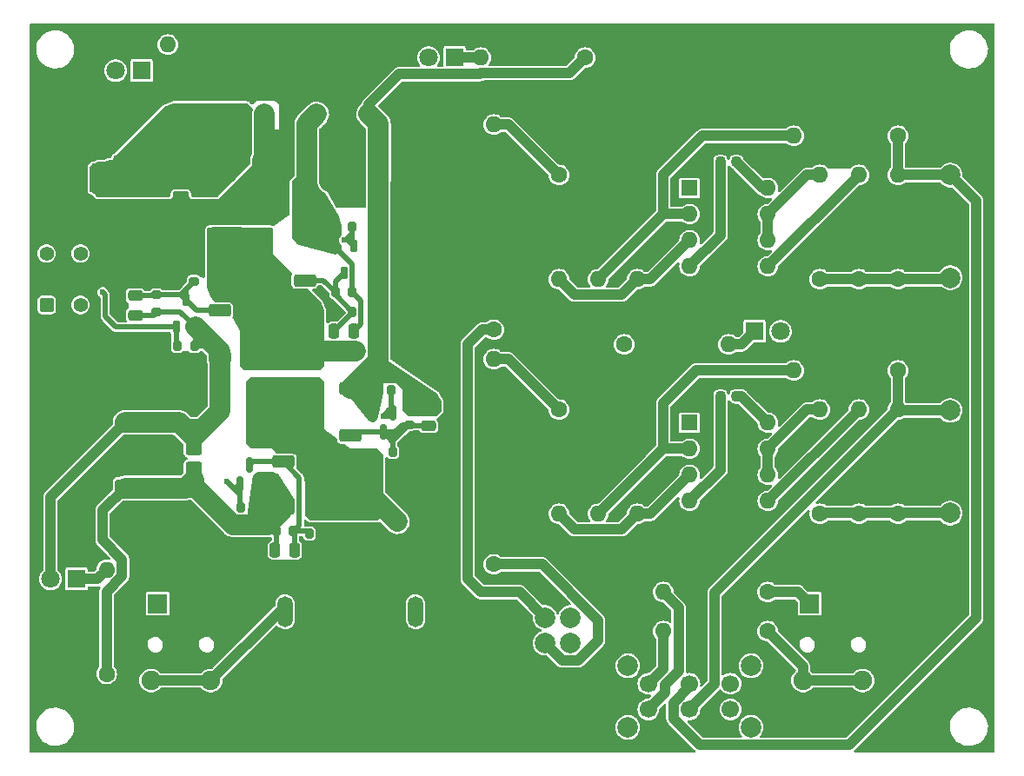
<source format=gbr>
%TF.GenerationSoftware,KiCad,Pcbnew,7.0.11*%
%TF.CreationDate,2024-12-01T20:51:01+09:00*%
%TF.ProjectId,AudioAmp_v0,41756469-6f41-46d7-905f-76302e6b6963,rev?*%
%TF.SameCoordinates,Original*%
%TF.FileFunction,Copper,L1,Top*%
%TF.FilePolarity,Positive*%
%FSLAX46Y46*%
G04 Gerber Fmt 4.6, Leading zero omitted, Abs format (unit mm)*
G04 Created by KiCad (PCBNEW 7.0.11) date 2024-12-01 20:51:01*
%MOMM*%
%LPD*%
G01*
G04 APERTURE LIST*
G04 Aperture macros list*
%AMRoundRect*
0 Rectangle with rounded corners*
0 $1 Rounding radius*
0 $2 $3 $4 $5 $6 $7 $8 $9 X,Y pos of 4 corners*
0 Add a 4 corners polygon primitive as box body*
4,1,4,$2,$3,$4,$5,$6,$7,$8,$9,$2,$3,0*
0 Add four circle primitives for the rounded corners*
1,1,$1+$1,$2,$3*
1,1,$1+$1,$4,$5*
1,1,$1+$1,$6,$7*
1,1,$1+$1,$8,$9*
0 Add four rect primitives between the rounded corners*
20,1,$1+$1,$2,$3,$4,$5,0*
20,1,$1+$1,$4,$5,$6,$7,0*
20,1,$1+$1,$6,$7,$8,$9,0*
20,1,$1+$1,$8,$9,$2,$3,0*%
G04 Aperture macros list end*
%TA.AperFunction,SMDPad,CuDef*%
%ADD10RoundRect,0.200000X0.200000X0.275000X-0.200000X0.275000X-0.200000X-0.275000X0.200000X-0.275000X0*%
%TD*%
%TA.AperFunction,ComponentPad*%
%ADD11R,1.800000X1.800000*%
%TD*%
%TA.AperFunction,ComponentPad*%
%ADD12C,1.800000*%
%TD*%
%TA.AperFunction,ComponentPad*%
%ADD13C,1.600000*%
%TD*%
%TA.AperFunction,ComponentPad*%
%ADD14O,1.600000X1.600000*%
%TD*%
%TA.AperFunction,ComponentPad*%
%ADD15RoundRect,0.250000X-0.750000X0.600000X-0.750000X-0.600000X0.750000X-0.600000X0.750000X0.600000X0*%
%TD*%
%TA.AperFunction,ComponentPad*%
%ADD16O,2.000000X1.700000*%
%TD*%
%TA.AperFunction,ComponentPad*%
%ADD17C,2.000000*%
%TD*%
%TA.AperFunction,SMDPad,CuDef*%
%ADD18RoundRect,0.150000X0.150000X-0.587500X0.150000X0.587500X-0.150000X0.587500X-0.150000X-0.587500X0*%
%TD*%
%TA.AperFunction,SMDPad,CuDef*%
%ADD19RoundRect,0.225000X-0.225000X-0.250000X0.225000X-0.250000X0.225000X0.250000X-0.225000X0.250000X0*%
%TD*%
%TA.AperFunction,SMDPad,CuDef*%
%ADD20RoundRect,0.200000X-0.200000X-0.275000X0.200000X-0.275000X0.200000X0.275000X-0.200000X0.275000X0*%
%TD*%
%TA.AperFunction,SMDPad,CuDef*%
%ADD21RoundRect,0.250000X0.850000X0.350000X-0.850000X0.350000X-0.850000X-0.350000X0.850000X-0.350000X0*%
%TD*%
%TA.AperFunction,SMDPad,CuDef*%
%ADD22RoundRect,0.250000X1.275000X1.125000X-1.275000X1.125000X-1.275000X-1.125000X1.275000X-1.125000X0*%
%TD*%
%TA.AperFunction,SMDPad,CuDef*%
%ADD23RoundRect,0.249997X2.950003X2.650003X-2.950003X2.650003X-2.950003X-2.650003X2.950003X-2.650003X0*%
%TD*%
%TA.AperFunction,ComponentPad*%
%ADD24R,1.600000X1.600000*%
%TD*%
%TA.AperFunction,SMDPad,CuDef*%
%ADD25RoundRect,0.250000X-0.550000X1.500000X-0.550000X-1.500000X0.550000X-1.500000X0.550000X1.500000X0*%
%TD*%
%TA.AperFunction,SMDPad,CuDef*%
%ADD26RoundRect,0.250000X0.475000X-0.250000X0.475000X0.250000X-0.475000X0.250000X-0.475000X-0.250000X0*%
%TD*%
%TA.AperFunction,SMDPad,CuDef*%
%ADD27RoundRect,0.162500X0.162500X-0.447500X0.162500X0.447500X-0.162500X0.447500X-0.162500X-0.447500X0*%
%TD*%
%TA.AperFunction,ComponentPad*%
%ADD28O,2.997200X1.803400*%
%TD*%
%TA.AperFunction,ComponentPad*%
%ADD29O,1.498600X2.997200*%
%TD*%
%TA.AperFunction,SMDPad,CuDef*%
%ADD30RoundRect,0.250000X0.550000X-1.500000X0.550000X1.500000X-0.550000X1.500000X-0.550000X-1.500000X0*%
%TD*%
%TA.AperFunction,SMDPad,CuDef*%
%ADD31RoundRect,0.250000X0.250000X0.475000X-0.250000X0.475000X-0.250000X-0.475000X0.250000X-0.475000X0*%
%TD*%
%TA.AperFunction,ComponentPad*%
%ADD32C,1.524000*%
%TD*%
%TA.AperFunction,ComponentPad*%
%ADD33R,1.900000X1.900000*%
%TD*%
%TA.AperFunction,ComponentPad*%
%ADD34C,1.900000*%
%TD*%
%TA.AperFunction,SMDPad,CuDef*%
%ADD35RoundRect,0.250000X-0.250000X-0.475000X0.250000X-0.475000X0.250000X0.475000X-0.250000X0.475000X0*%
%TD*%
%TA.AperFunction,SMDPad,CuDef*%
%ADD36RoundRect,0.225000X0.225000X0.250000X-0.225000X0.250000X-0.225000X-0.250000X0.225000X-0.250000X0*%
%TD*%
%TA.AperFunction,ComponentPad*%
%ADD37RoundRect,0.250000X0.450000X-0.450000X0.450000X0.450000X-0.450000X0.450000X-0.450000X-0.450000X0*%
%TD*%
%TA.AperFunction,ComponentPad*%
%ADD38C,1.400000*%
%TD*%
%TA.AperFunction,ComponentPad*%
%ADD39RoundRect,0.250000X-0.675000X0.600000X-0.675000X-0.600000X0.675000X-0.600000X0.675000X0.600000X0*%
%TD*%
%TA.AperFunction,ComponentPad*%
%ADD40O,1.850000X1.700000*%
%TD*%
%TA.AperFunction,SMDPad,CuDef*%
%ADD41RoundRect,0.200000X-0.275000X0.200000X-0.275000X-0.200000X0.275000X-0.200000X0.275000X0.200000X0*%
%TD*%
%TA.AperFunction,SMDPad,CuDef*%
%ADD42RoundRect,0.150000X-0.150000X0.587500X-0.150000X-0.587500X0.150000X-0.587500X0.150000X0.587500X0*%
%TD*%
%TA.AperFunction,SMDPad,CuDef*%
%ADD43RoundRect,0.250000X-0.850000X-0.350000X0.850000X-0.350000X0.850000X0.350000X-0.850000X0.350000X0*%
%TD*%
%TA.AperFunction,SMDPad,CuDef*%
%ADD44RoundRect,0.250000X-1.275000X-1.125000X1.275000X-1.125000X1.275000X1.125000X-1.275000X1.125000X0*%
%TD*%
%TA.AperFunction,SMDPad,CuDef*%
%ADD45RoundRect,0.249997X-2.950003X-2.650003X2.950003X-2.650003X2.950003X2.650003X-2.950003X2.650003X0*%
%TD*%
%TA.AperFunction,SMDPad,CuDef*%
%ADD46RoundRect,0.162500X-0.162500X0.447500X-0.162500X-0.447500X0.162500X-0.447500X0.162500X0.447500X0*%
%TD*%
%TA.AperFunction,ComponentPad*%
%ADD47C,1.700000*%
%TD*%
%TA.AperFunction,ViaPad*%
%ADD48C,0.600000*%
%TD*%
%TA.AperFunction,ViaPad*%
%ADD49C,1.000000*%
%TD*%
%TA.AperFunction,Conductor*%
%ADD50C,2.000000*%
%TD*%
%TA.AperFunction,Conductor*%
%ADD51C,1.000000*%
%TD*%
%TA.AperFunction,Conductor*%
%ADD52C,0.500000*%
%TD*%
G04 APERTURE END LIST*
D10*
%TO.P,R22,1*%
%TO.N,Net-(Q5-G)*%
X31940000Y-20320000D03*
%TO.P,R22,2*%
%TO.N,+12V*%
X30290000Y-20320000D03*
%TD*%
D11*
%TO.P,D3,1,K*%
%TO.N,Net-(D3-K)*%
X5080000Y-54610000D03*
D12*
%TO.P,D3,2,A*%
%TO.N,+9V*%
X2540000Y-54610000D03*
%TD*%
D13*
%TO.P,R33,1*%
%TO.N,-9V*%
X8012613Y-63854341D03*
D14*
%TO.P,R33,2*%
%TO.N,Net-(D3-K)*%
X8012613Y-53694341D03*
%TD*%
D15*
%TO.P,J6,1,Pin_1*%
%TO.N,GND*%
X9800000Y-36850000D03*
D16*
%TO.P,J6,2,Pin_2*%
%TO.N,+9V*%
X9800000Y-39350000D03*
%TD*%
D13*
%TO.P,C5,1*%
%TO.N,Net-(C5-Pad1)*%
X45720000Y-53180000D03*
D14*
%TO.P,C5,2*%
%TO.N,Net-(C5-Pad2)*%
X45720000Y-33180000D03*
%TD*%
D15*
%TO.P,J7,1,Pin_1*%
%TO.N,-9V*%
X9800000Y-45740000D03*
D16*
%TO.P,J7,2,Pin_2*%
%TO.N,GND*%
X9800000Y-48240000D03*
%TD*%
D17*
%TO.P,C11,1*%
%TO.N,Net-(SW2B-B)*%
X90170000Y-38180000D03*
%TO.P,C11,2*%
%TO.N,Net-(SW2B-A)*%
X90170000Y-48180000D03*
%TD*%
D18*
%TO.P,Q7,1,G*%
%TO.N,Net-(Q7-G)*%
X20994083Y-45387500D03*
%TO.P,Q7,2,S*%
%TO.N,-9V*%
X22894083Y-45387500D03*
%TO.P,Q7,3,D*%
%TO.N,Net-(Q7-D)*%
X21944083Y-43512500D03*
%TD*%
D19*
%TO.P,C7,1*%
%TO.N,GND*%
X32838876Y-12023612D03*
%TO.P,C7,2*%
%TO.N,-12V*%
X34388876Y-12023612D03*
%TD*%
D11*
%TO.P,D1,1,K*%
%TO.N,Net-(D1-K)*%
X11430000Y-5080000D03*
D12*
%TO.P,D1,2,A*%
%TO.N,+5V*%
X8890000Y-5080000D03*
%TD*%
D13*
%TO.P,R2,1*%
%TO.N,Net-(C5-Pad2)*%
X52070000Y-38100000D03*
D14*
%TO.P,R2,2*%
%TO.N,Net-(U3A-+)*%
X52070000Y-48260000D03*
%TD*%
D13*
%TO.P,R3,1*%
%TO.N,GND*%
X59690000Y-15240000D03*
D14*
%TO.P,R3,2*%
%TO.N,Net-(U2A-+)*%
X59690000Y-25400000D03*
%TD*%
D13*
%TO.P,R1,1*%
%TO.N,Net-(C4-Pad2)*%
X52070000Y-15240000D03*
D14*
%TO.P,R1,2*%
%TO.N,Net-(U2A-+)*%
X52070000Y-25400000D03*
%TD*%
D20*
%TO.P,R27,1*%
%TO.N,Net-(Q1-G)*%
X35871795Y-42241208D03*
%TO.P,R27,2*%
%TO.N,GND*%
X37521795Y-42241208D03*
%TD*%
D19*
%TO.P,C6,1*%
%TO.N,+12V*%
X27606841Y-12054955D03*
%TO.P,C6,2*%
%TO.N,GND*%
X29156841Y-12054955D03*
%TD*%
D13*
%TO.P,R8,1*%
%TO.N,Net-(SW2B-B)*%
X85090000Y-34290000D03*
D14*
%TO.P,R8,2*%
%TO.N,Net-(U3A--)*%
X74930000Y-34290000D03*
%TD*%
D21*
%TO.P,Q1,1,G*%
%TO.N,Net-(Q1-G)*%
X31750000Y-40640000D03*
D22*
%TO.P,Q1,2,D*%
%TO.N,VEE*%
X27125000Y-39885000D03*
X27125000Y-36835000D03*
D23*
X25450000Y-38360000D03*
D22*
X23775000Y-39885000D03*
X23775000Y-36835000D03*
D21*
%TO.P,Q1,3,S*%
%TO.N,-12V*%
X31750000Y-36080000D03*
%TD*%
D24*
%TO.P,U2,1*%
%TO.N,Net-(U2B-+)*%
X64780000Y-16520000D03*
D14*
%TO.P,U2,2,-*%
%TO.N,Net-(U2A--)*%
X64780000Y-19060000D03*
%TO.P,U2,3,+*%
%TO.N,Net-(U2A-+)*%
X64780000Y-21600000D03*
%TO.P,U2,4,V-*%
%TO.N,VEE*%
X64780000Y-24140000D03*
%TO.P,U2,5,+*%
%TO.N,Net-(U2B-+)*%
X72400000Y-24140000D03*
%TO.P,U2,6,-*%
%TO.N,Net-(U2B--)*%
X72400000Y-21600000D03*
%TO.P,U2,7*%
X72400000Y-19060000D03*
%TO.P,U2,8,V+*%
%TO.N,VCC*%
X72400000Y-16520000D03*
%TD*%
D10*
%TO.P,R17,1*%
%TO.N,GND*%
X29192507Y-15864955D03*
%TO.P,R17,2*%
%TO.N,+12V*%
X27542507Y-15864955D03*
%TD*%
D25*
%TO.P,C1,1*%
%TO.N,+5V*%
X15240000Y-13175000D03*
%TO.P,C1,2*%
%TO.N,GND*%
X15240000Y-18575000D03*
%TD*%
D26*
%TO.P,C14,1*%
%TO.N,+9V*%
X10795000Y-28890000D03*
%TO.P,C14,2*%
%TO.N,Net-(Q2-G)*%
X10795000Y-26990000D03*
%TD*%
D13*
%TO.P,R4,1*%
%TO.N,GND*%
X59690000Y-38100000D03*
D14*
%TO.P,R4,2*%
%TO.N,Net-(U3A-+)*%
X59690000Y-48260000D03*
%TD*%
D20*
%TO.P,R24,1*%
%TO.N,GND*%
X30290000Y-28575000D03*
%TO.P,R24,2*%
%TO.N,Net-(Q5-D)*%
X31940000Y-28575000D03*
%TD*%
D13*
%TO.P,R11,1*%
%TO.N,Net-(SW2A-A)*%
X81280000Y-25400000D03*
D14*
%TO.P,R11,2*%
%TO.N,Net-(U2B-+)*%
X81280000Y-15240000D03*
%TD*%
D27*
%TO.P,Q4,1,G*%
%TO.N,Net-(Q4-G)*%
X14775148Y-30061082D03*
%TO.P,Q4,2,S*%
%TO.N,+9V*%
X16675148Y-30061082D03*
%TO.P,Q4,3,D*%
%TO.N,Net-(Q2-G)*%
X15725148Y-27441082D03*
%TD*%
D20*
%TO.P,R30,1*%
%TO.N,Net-(Q7-D)*%
X27750000Y-50165000D03*
%TO.P,R30,2*%
%TO.N,GND*%
X29400000Y-50165000D03*
%TD*%
D10*
%TO.P,R28,1*%
%TO.N,-9V*%
X22731717Y-47625000D03*
%TO.P,R28,2*%
%TO.N,Net-(Q7-G)*%
X21081717Y-47625000D03*
%TD*%
D20*
%TO.P,R25,1*%
%TO.N,-12V*%
X34100000Y-36195000D03*
%TO.P,R25,2*%
%TO.N,Net-(Q3-G)*%
X35750000Y-36195000D03*
%TD*%
D28*
%TO.P,J3,1,1*%
%TO.N,GND*%
X25400000Y-62294000D03*
D29*
%TO.P,J3,2,2*%
%TO.N,Net-(J1-PadT)*%
X25400000Y-57793999D03*
%TD*%
D13*
%TO.P,R31,1*%
%TO.N,GND*%
X24130000Y-2540000D03*
D14*
%TO.P,R31,2*%
%TO.N,Net-(D1-K)*%
X13970000Y-2540000D03*
%TD*%
D30*
%TO.P,C19,1*%
%TO.N,GND*%
X16510000Y-50325000D03*
%TO.P,C19,2*%
%TO.N,-9V*%
X16510000Y-44925000D03*
%TD*%
D13*
%TO.P,R32,1*%
%TO.N,-12V*%
X54610000Y-3810000D03*
D14*
%TO.P,R32,2*%
%TO.N,Net-(D2-K)*%
X44450000Y-3810000D03*
%TD*%
D31*
%TO.P,C15,1*%
%TO.N,+12V*%
X32065000Y-30480000D03*
%TO.P,C15,2*%
%TO.N,Net-(Q5-D)*%
X30165000Y-30480000D03*
%TD*%
D32*
%TO.P,U1,1,+VIN*%
%TO.N,+5V*%
X20852500Y-9257500D03*
%TO.P,U1,2,-Vin*%
%TO.N,GND*%
X23392500Y-9307500D03*
%TO.P,U1,4,-VOUT*%
%TO.N,+12V*%
X28472500Y-9307500D03*
%TO.P,U1,5,Common*%
%TO.N,GND*%
X31012500Y-9307500D03*
%TO.P,U1,6,+Vout*%
%TO.N,-12V*%
X33552500Y-9307500D03*
%TD*%
D33*
%TO.P,J5,R*%
%TO.N,Net-(J5-PadR)*%
X76490000Y-57000000D03*
D34*
%TO.P,J5,S*%
%TO.N,GND*%
X80990000Y-57000000D03*
%TO.P,J5,T*%
%TO.N,Net-(J5-PadT)*%
X75840000Y-64500000D03*
X81640000Y-64500000D03*
%TD*%
D17*
%TO.P,RV1,1,1*%
%TO.N,Net-(J1-PadT)*%
X53200000Y-58355000D03*
%TO.P,RV1,2,2*%
%TO.N,Net-(C4-Pad1)*%
X50700000Y-58355000D03*
%TO.P,RV1,3,3*%
%TO.N,GND*%
X48200000Y-58355000D03*
%TO.P,RV1,4,4*%
%TO.N,Net-(J1-PadR)*%
X53200000Y-60855000D03*
%TO.P,RV1,5,5*%
%TO.N,Net-(C5-Pad1)*%
X50700000Y-60855000D03*
%TO.P,RV1,6,6*%
%TO.N,GND*%
X48200000Y-60855000D03*
%TD*%
D35*
%TO.P,C8,1*%
%TO.N,+12V*%
X27464443Y-13925586D03*
%TO.P,C8,2*%
%TO.N,GND*%
X29364443Y-13925586D03*
%TD*%
D13*
%TO.P,R9,1*%
%TO.N,Net-(SW2A-A)*%
X85090000Y-25400000D03*
D14*
%TO.P,R9,2*%
%TO.N,Net-(SW2A-B)*%
X85090000Y-15240000D03*
%TD*%
D30*
%TO.P,C18,1*%
%TO.N,+9V*%
X16510000Y-40800000D03*
%TO.P,C18,2*%
%TO.N,GND*%
X16510000Y-35400000D03*
%TD*%
D36*
%TO.P,C12,1*%
%TO.N,VCC*%
X69355000Y-13970000D03*
%TO.P,C12,2*%
%TO.N,VEE*%
X67805000Y-13970000D03*
%TD*%
D31*
%TO.P,C17,1*%
%TO.N,Net-(Q7-D)*%
X26318306Y-51779805D03*
%TO.P,C17,2*%
%TO.N,-9V*%
X24418306Y-51779805D03*
%TD*%
D37*
%TO.P,SW1,1,A*%
%TO.N,Net-(Q3-G)*%
X2167500Y-27900000D03*
D38*
%TO.P,SW1,2,B*%
%TO.N,GND*%
X2167500Y-25400000D03*
%TO.P,SW1,3,C*%
%TO.N,Net-(Q7-G)*%
X2167500Y-22900000D03*
%TO.P,SW1,4,A*%
%TO.N,Net-(Q5-G)*%
X5467500Y-27900000D03*
%TO.P,SW1,5,B*%
%TO.N,GND*%
X5467500Y-25400000D03*
%TO.P,SW1,6,C*%
%TO.N,Net-(Q4-G)*%
X5467500Y-22900000D03*
%TD*%
D36*
%TO.P,C13,1*%
%TO.N,VCC*%
X69355000Y-36830000D03*
%TO.P,C13,2*%
%TO.N,VEE*%
X67805000Y-36830000D03*
%TD*%
D35*
%TO.P,C2,1*%
%TO.N,+5V*%
X21283454Y-13820195D03*
%TO.P,C2,2*%
%TO.N,GND*%
X23183454Y-13820195D03*
%TD*%
D39*
%TO.P,J2,1,Pin_1*%
%TO.N,GND*%
X7620000Y-12740000D03*
D40*
%TO.P,J2,2,Pin_2*%
%TO.N,+5V*%
X7620000Y-15240000D03*
%TD*%
D11*
%TO.P,D2,1,K*%
%TO.N,Net-(D2-K)*%
X41910000Y-3810000D03*
D12*
%TO.P,D2,2,A*%
%TO.N,+12V*%
X39370000Y-3810000D03*
%TD*%
D41*
%TO.P,R19,1*%
%TO.N,Net-(Q2-G)*%
X12890000Y-26925000D03*
%TO.P,R19,2*%
%TO.N,+9V*%
X12890000Y-28575000D03*
%TD*%
D17*
%TO.P,C10,1*%
%TO.N,Net-(SW2A-B)*%
X90180000Y-15250000D03*
%TO.P,C10,2*%
%TO.N,Net-(SW2A-A)*%
X90180000Y-25250000D03*
%TD*%
D42*
%TO.P,Q3,1,G*%
%TO.N,Net-(Q3-G)*%
X35875000Y-38432500D03*
%TO.P,Q3,2,S*%
%TO.N,-12V*%
X33975000Y-38432500D03*
%TO.P,Q3,3,D*%
%TO.N,Net-(Q1-G)*%
X34925000Y-40307500D03*
%TD*%
D10*
%TO.P,R18,1*%
%TO.N,-12V*%
X34438876Y-15833612D03*
%TO.P,R18,2*%
%TO.N,GND*%
X32788876Y-15833612D03*
%TD*%
D43*
%TO.P,Q2,1,G*%
%TO.N,Net-(Q2-G)*%
X19050000Y-28460000D03*
D44*
%TO.P,Q2,2,D*%
%TO.N,VCC*%
X23675000Y-29215000D03*
X23675000Y-32265000D03*
D45*
X25350000Y-30740000D03*
D44*
X27025000Y-29215000D03*
X27025000Y-32265000D03*
D43*
%TO.P,Q2,3,S*%
%TO.N,+9V*%
X19050000Y-33020000D03*
%TD*%
D20*
%TO.P,R21,1*%
%TO.N,Net-(Q4-G)*%
X14900148Y-31926082D03*
%TO.P,R21,2*%
%TO.N,+9V*%
X16550148Y-31926082D03*
%TD*%
D13*
%TO.P,R6,1*%
%TO.N,GND*%
X55880000Y-38100000D03*
D14*
%TO.P,R6,2*%
%TO.N,Net-(U3A--)*%
X55880000Y-48260000D03*
%TD*%
D21*
%TO.P,Q6,1,G*%
%TO.N,Net-(Q5-D)*%
X27305000Y-25515000D03*
D22*
%TO.P,Q6,2,D*%
%TO.N,VCC*%
X22680000Y-24760000D03*
X22680000Y-21710000D03*
D23*
X21005000Y-23235000D03*
D22*
X19330000Y-24760000D03*
X19330000Y-21710000D03*
D21*
%TO.P,Q6,3,S*%
%TO.N,+12V*%
X27305000Y-20955000D03*
%TD*%
D13*
%TO.P,R12,1*%
%TO.N,Net-(SW2B-A)*%
X81280000Y-48260000D03*
D14*
%TO.P,R12,2*%
%TO.N,Net-(U3B-+)*%
X81280000Y-38100000D03*
%TD*%
D13*
%TO.P,R10,1*%
%TO.N,Net-(SW2B-A)*%
X85090000Y-48260000D03*
D14*
%TO.P,R10,2*%
%TO.N,Net-(SW2B-B)*%
X85090000Y-38100000D03*
%TD*%
D24*
%TO.P,U3,1*%
%TO.N,Net-(U3B-+)*%
X64780000Y-39380000D03*
D14*
%TO.P,U3,2,-*%
%TO.N,Net-(U3A--)*%
X64780000Y-41920000D03*
%TO.P,U3,3,+*%
%TO.N,Net-(U3A-+)*%
X64780000Y-44460000D03*
%TO.P,U3,4,V-*%
%TO.N,VEE*%
X64780000Y-47000000D03*
%TO.P,U3,5,+*%
%TO.N,Net-(U3B-+)*%
X72400000Y-47000000D03*
%TO.P,U3,6,-*%
%TO.N,Net-(U3B--)*%
X72400000Y-44460000D03*
%TO.P,U3,7*%
X72400000Y-41920000D03*
%TO.P,U3,8,V+*%
%TO.N,VCC*%
X72400000Y-39380000D03*
%TD*%
D28*
%TO.P,J4,1,1*%
%TO.N,GND*%
X38100000Y-62294000D03*
D29*
%TO.P,J4,2,2*%
%TO.N,Net-(J1-PadR)*%
X38100000Y-57793999D03*
%TD*%
D13*
%TO.P,R7,1*%
%TO.N,Net-(SW2A-B)*%
X85090000Y-11430000D03*
D14*
%TO.P,R7,2*%
%TO.N,Net-(U2A--)*%
X74930000Y-11430000D03*
%TD*%
D13*
%TO.P,R15,1*%
%TO.N,Net-(J5-PadT)*%
X72390000Y-59690000D03*
D14*
%TO.P,R15,2*%
%TO.N,Net-(SW2A-A)*%
X62230000Y-59690000D03*
%TD*%
D46*
%TO.P,Q5,1,G*%
%TO.N,Net-(Q5-G)*%
X32065000Y-22185000D03*
%TO.P,Q5,2,S*%
%TO.N,+12V*%
X30165000Y-22185000D03*
%TO.P,Q5,3,D*%
%TO.N,Net-(Q5-D)*%
X31115000Y-24805000D03*
%TD*%
D19*
%TO.P,C3,1*%
%TO.N,+5V*%
X21420325Y-11926931D03*
%TO.P,C3,2*%
%TO.N,GND*%
X22970325Y-11926931D03*
%TD*%
D33*
%TO.P,J1,R*%
%TO.N,Net-(J1-PadR)*%
X12990000Y-57000000D03*
D34*
%TO.P,J1,S*%
%TO.N,GND*%
X17490000Y-57000000D03*
%TO.P,J1,T*%
%TO.N,Net-(J1-PadT)*%
X12340000Y-64500000D03*
X18140000Y-64500000D03*
%TD*%
D13*
%TO.P,R13,1*%
%TO.N,Net-(SW2A-A)*%
X77470000Y-25400000D03*
D14*
%TO.P,R13,2*%
%TO.N,Net-(U2B--)*%
X77470000Y-15240000D03*
%TD*%
D13*
%TO.P,R5,1*%
%TO.N,GND*%
X55880000Y-15240000D03*
D14*
%TO.P,R5,2*%
%TO.N,Net-(U2A--)*%
X55880000Y-25400000D03*
%TD*%
D13*
%TO.P,R34,1*%
%TO.N,VEE*%
X58420000Y-31750000D03*
D14*
%TO.P,R34,2*%
%TO.N,Net-(D4-K)*%
X68580000Y-31750000D03*
%TD*%
D20*
%TO.P,R29,1*%
%TO.N,-9V*%
X24543306Y-49952335D03*
%TO.P,R29,2*%
%TO.N,Net-(Q7-D)*%
X26193306Y-49952335D03*
%TD*%
D13*
%TO.P,C4,1*%
%TO.N,Net-(C4-Pad1)*%
X45720000Y-30320000D03*
D14*
%TO.P,C4,2*%
%TO.N,Net-(C4-Pad2)*%
X45720000Y-10320000D03*
%TD*%
D13*
%TO.P,R16,1*%
%TO.N,Net-(J5-PadR)*%
X72390000Y-55880000D03*
D14*
%TO.P,R16,2*%
%TO.N,Net-(SW2B-A)*%
X62230000Y-55880000D03*
%TD*%
D41*
%TO.P,R26,1*%
%TO.N,-12V*%
X37465000Y-37910000D03*
%TO.P,R26,2*%
%TO.N,Net-(Q1-G)*%
X37465000Y-39560000D03*
%TD*%
D13*
%TO.P,R14,1*%
%TO.N,Net-(SW2B-A)*%
X77470000Y-48260000D03*
D14*
%TO.P,R14,2*%
%TO.N,Net-(U3B--)*%
X77470000Y-38100000D03*
%TD*%
D20*
%TO.P,R23,1*%
%TO.N,Net-(Q5-D)*%
X30290000Y-26670000D03*
%TO.P,R23,2*%
%TO.N,+12V*%
X31940000Y-26670000D03*
%TD*%
D35*
%TO.P,C9,1*%
%TO.N,GND*%
X32663876Y-13839580D03*
%TO.P,C9,2*%
%TO.N,-12V*%
X34563876Y-13839580D03*
%TD*%
D17*
%TO.P,SW2,*%
%TO.N,*%
X58770000Y-63060000D03*
X58770000Y-69060000D03*
X70770000Y-63060000D03*
X70770000Y-69060000D03*
D47*
%TO.P,SW2,1,A*%
%TO.N,Net-(SW2A-A)*%
X60770000Y-64810000D03*
%TO.P,SW2,2,B*%
%TO.N,Net-(SW2A-B)*%
X64770000Y-64810000D03*
%TO.P,SW2,3,C*%
%TO.N,unconnected-(SW2A-C-Pad3)*%
X68770000Y-64810000D03*
%TO.P,SW2,4,A*%
%TO.N,Net-(SW2B-A)*%
X60770000Y-67310000D03*
%TO.P,SW2,5,B*%
%TO.N,Net-(SW2B-B)*%
X64770000Y-67310000D03*
%TO.P,SW2,6,C*%
%TO.N,unconnected-(SW2B-C-Pad6)*%
X68770000Y-67310000D03*
%TD*%
D41*
%TO.P,R20,1*%
%TO.N,GND*%
X16510000Y-23940000D03*
%TO.P,R20,2*%
%TO.N,Net-(Q2-G)*%
X16510000Y-25590000D03*
%TD*%
D26*
%TO.P,C16,1*%
%TO.N,Net-(Q1-G)*%
X39370000Y-39685000D03*
%TO.P,C16,2*%
%TO.N,-12V*%
X39370000Y-37785000D03*
%TD*%
D11*
%TO.P,D4,1,K*%
%TO.N,Net-(D4-K)*%
X71120000Y-30480000D03*
D12*
%TO.P,D4,2,A*%
%TO.N,VCC*%
X73660000Y-30480000D03*
%TD*%
D43*
%TO.P,Q8,1,G*%
%TO.N,Net-(Q7-D)*%
X25220000Y-43185000D03*
D44*
%TO.P,Q8,2,D*%
%TO.N,VEE*%
X29845000Y-43940000D03*
X29845000Y-46990000D03*
D45*
X31520000Y-45465000D03*
D44*
X33195000Y-43940000D03*
X33195000Y-46990000D03*
D43*
%TO.P,Q8,3,S*%
%TO.N,-9V*%
X25220000Y-47745000D03*
%TD*%
D48*
%TO.N,GND*%
X36068000Y-30988000D03*
X34290000Y-49530000D03*
X49784000Y-54356000D03*
X23876000Y-69596000D03*
X77975193Y-49590956D03*
X58118894Y-44204775D03*
X73300028Y-48290557D03*
X13438670Y-63317052D03*
X78680416Y-24311010D03*
X23876000Y-56896000D03*
X63908709Y-27417219D03*
X49972420Y-34516290D03*
X28529319Y-49389484D03*
X11593645Y-22580276D03*
X68560703Y-22209321D03*
X1270000Y-67310000D03*
X17145000Y-6985000D03*
X45984623Y-17997051D03*
X40005000Y-11430000D03*
X17018000Y-33020000D03*
X9398000Y-29210000D03*
X984223Y-10404826D03*
X68326000Y-62230000D03*
X21434687Y-16749843D03*
X61159910Y-866295D03*
X13970000Y-30988000D03*
X44450000Y-1016000D03*
X39757568Y-55238433D03*
X32796398Y-10674248D03*
X88265097Y-61235236D03*
X50800000Y-52070000D03*
X76061939Y-22235388D03*
X5080000Y-71120000D03*
X52070000Y-63500000D03*
X7366000Y-4826000D03*
X86173851Y-37045176D03*
X93980000Y-38354000D03*
X62493844Y-57902504D03*
X79756000Y-69596000D03*
X42117355Y-37938365D03*
X65960546Y-35506279D03*
X57589297Y-71135495D03*
X46539263Y-34312628D03*
X54003325Y-67179727D03*
X954413Y-62244712D03*
X49870666Y-6409559D03*
X74012857Y-38709916D03*
X93980000Y-1270000D03*
X1270000Y-1270000D03*
X9198156Y-56477515D03*
X70922411Y-43767104D03*
X48894642Y-10428755D03*
X85863679Y-16374902D03*
X69342000Y-69596000D03*
X51189894Y-12742757D03*
X13716000Y-71120000D03*
X12446000Y-37592000D03*
X5080000Y-1270000D03*
X63784336Y-17864701D03*
X71076458Y-21303315D03*
X54538421Y-25736202D03*
X75340269Y-32996072D03*
X50564194Y-48597498D03*
X89780124Y-63049900D03*
X65278000Y-68580000D03*
X1270000Y-5080000D03*
X59690000Y-66040000D03*
X66100247Y-42262894D03*
X76594244Y-55526978D03*
X7620000Y-52324000D03*
X55459191Y-8527084D03*
X73791599Y-42260932D03*
X1270000Y-71120000D03*
X50670689Y-38385865D03*
X83641515Y-49222586D03*
X33416777Y-2697669D03*
X73152000Y-62230000D03*
X53079525Y-972967D03*
X36068000Y-26416000D03*
X90170000Y-10160000D03*
X48260000Y-71120000D03*
X43576042Y-64990022D03*
X68522304Y-44873776D03*
X23368000Y-50800000D03*
X73152000Y-14732000D03*
X64135000Y-11684000D03*
X27260687Y-53025858D03*
X44386266Y-32334198D03*
X91592664Y-39105729D03*
X66702768Y-39784077D03*
X86549428Y-55366431D03*
X9144000Y-41910000D03*
X90170000Y-66675000D03*
X81909443Y-60066676D03*
X63843828Y-43295579D03*
X25704866Y-10738749D03*
X7520990Y-8497572D03*
X81777882Y-20990015D03*
X79184322Y-9626366D03*
X93980000Y-10160000D03*
X77003924Y-65584719D03*
X84217673Y-47001143D03*
X44386266Y-43157371D03*
X36454355Y-51592264D03*
X70859719Y-12564384D03*
X54249319Y-40800713D03*
X56051337Y-20528277D03*
X50641594Y-29512027D03*
X93472000Y-59436000D03*
X74924738Y-57072817D03*
X71021871Y-47193667D03*
X4228791Y-27294470D03*
X6960550Y-29636450D03*
X53463766Y-44233870D03*
X57247467Y-48659617D03*
X61852495Y-8527084D03*
X56885568Y-58245867D03*
X56285937Y-34516290D03*
X73334454Y-10321656D03*
X46362852Y-24514231D03*
X86360000Y-13970000D03*
X19700165Y-64629526D03*
X44240793Y-36756570D03*
X79893856Y-30793336D03*
X40326978Y-6565203D03*
X1016000Y-33782000D03*
X2464630Y-24095061D03*
X11176000Y-57150000D03*
X47644856Y-48627147D03*
X72699901Y-54589783D03*
X24130000Y-19812000D03*
X39776977Y-61218687D03*
X50930696Y-20353710D03*
X42667844Y-21342925D03*
X60642472Y-45211215D03*
X63792331Y-30733998D03*
X6639146Y-64962291D03*
X36005051Y-14904424D03*
X38158599Y-48526342D03*
X50800000Y-8636000D03*
X57128537Y-51866604D03*
X826313Y-48304001D03*
X75966142Y-26354699D03*
X85786833Y-52888746D03*
X78587915Y-39178461D03*
X66802000Y-8636000D03*
X85067954Y-67657633D03*
X65232710Y-48769319D03*
X67488665Y-53928993D03*
X31596508Y-61052304D03*
X91460581Y-51027744D03*
X47338006Y-12015632D03*
X8705710Y-50130424D03*
X90170000Y-71120000D03*
X93980000Y-71120000D03*
X42608005Y-16618653D03*
X23640163Y-60860688D03*
X55623444Y-2841335D03*
X45974000Y-3810000D03*
X33274000Y-71120000D03*
X34798000Y-5080000D03*
X93980000Y-23368000D03*
X30988000Y-67564000D03*
X14478000Y-40894000D03*
X74111302Y-35513046D03*
X42073502Y-48651987D03*
X6858000Y-55626000D03*
X72390000Y-69596000D03*
X3556000Y-28956000D03*
X40020240Y-26812700D03*
X72715038Y-25662924D03*
X30480000Y-5588000D03*
X79843791Y-41759514D03*
X35052000Y-8382000D03*
X9144000Y-66548000D03*
X91694000Y-57912000D03*
X32868964Y-18031092D03*
X9088724Y-59350120D03*
X84116470Y-65542383D03*
X44764495Y-29075609D03*
X57785000Y-25400000D03*
X1947214Y-32139687D03*
X39052568Y-20332815D03*
X11430000Y-44196000D03*
X36100286Y-20237580D03*
X60490771Y-35593562D03*
X13764980Y-4354229D03*
X27178000Y-55880000D03*
X7112000Y-27940000D03*
X87877016Y-30825268D03*
X5103669Y-35400660D03*
X86917739Y-43208685D03*
X63775495Y-20256950D03*
X66057670Y-21009030D03*
X91517337Y-18371539D03*
X6845356Y-59760493D03*
X81764942Y-43064407D03*
X63927443Y-34290000D03*
X28854149Y-26523382D03*
X19034636Y-60802731D03*
X9652000Y-26162000D03*
X75385499Y-4774856D03*
X77054980Y-63396950D03*
X68871083Y-19120444D03*
X49441300Y-14421407D03*
X66185595Y-60102661D03*
X60679214Y-26486194D03*
X52070000Y-11684000D03*
X81534000Y-71120000D03*
X909504Y-55929862D03*
X75543073Y-51920020D03*
X56373221Y-27970016D03*
X25400000Y-19050000D03*
X5080000Y-5080000D03*
X44196000Y-51816000D03*
X964965Y-41759626D03*
X19050000Y-1016000D03*
X69531225Y-51946858D03*
X11745338Y-3038058D03*
X47752000Y-68072000D03*
X13716000Y-43942000D03*
X35560000Y-43434000D03*
X60997411Y-18608037D03*
X93980000Y-66675000D03*
X57622443Y-17007836D03*
X66327856Y-12804195D03*
X16566630Y-60747270D03*
X42173237Y-31322355D03*
X60622807Y-32393167D03*
X68854240Y-15199670D03*
X66655098Y-16788165D03*
X73914000Y-1016000D03*
X91596478Y-47269089D03*
X29271980Y-10636588D03*
X60475552Y-41557171D03*
X80252306Y-61693683D03*
X30596067Y-17908705D03*
X90170000Y-1270000D03*
X64887090Y-58618656D03*
X93980000Y-5080000D03*
X4387387Y-37417799D03*
X54343578Y-48613115D03*
X93980000Y-53594000D03*
X93980000Y-14478000D03*
X85567877Y-39408651D03*
X83619377Y-37970098D03*
X79382423Y-14274091D03*
X4725382Y-12950585D03*
X7366000Y-40132000D03*
X29707548Y-27831395D03*
X91694000Y-25146000D03*
X82831659Y-26514362D03*
X15494000Y-24892000D03*
X71029223Y-60082050D03*
X64516000Y-71120000D03*
X12446000Y-66802000D03*
X63897867Y-37481500D03*
X80500576Y-17764819D03*
X80549837Y-52396709D03*
X84657699Y-57175128D03*
X77371774Y-61139130D03*
X42164000Y-51816000D03*
X91645067Y-35902558D03*
X37811362Y-40673252D03*
X37582996Y-66365407D03*
X91534645Y-43146852D03*
X68950615Y-38068614D03*
X17735167Y-67688730D03*
X16002000Y-47244000D03*
X78004088Y-46928310D03*
X58495279Y-11799912D03*
X88675332Y-24215212D03*
X8352986Y-38635105D03*
X71054848Y-56309610D03*
X1028497Y-16957388D03*
X83813408Y-10708333D03*
X17018000Y-37846000D03*
X70739089Y-35436148D03*
X69068923Y-42012206D03*
X25146000Y-8128000D03*
X46713830Y-31228605D03*
X63903117Y-40793917D03*
X67330163Y-4957932D03*
X82298896Y-918286D03*
X64183834Y-56254615D03*
X5080000Y-67310000D03*
X89583638Y-49629700D03*
X6964096Y-32244205D03*
X1013669Y-23365669D03*
X13208000Y-58674000D03*
X71672810Y-17905237D03*
X71533668Y-40789693D03*
X38247780Y-34563397D03*
X73791599Y-44059461D03*
X76959385Y-44747495D03*
X66439935Y-24275008D03*
X87717353Y-20670689D03*
X39609645Y-71158399D03*
X61014047Y-4912163D03*
X90170000Y-5080000D03*
X82937376Y-4866394D03*
X3580256Y-20249973D03*
X61976000Y-68072000D03*
X39702508Y-45037435D03*
X26670000Y-6985000D03*
X44196000Y-48514000D03*
X48372219Y-44466626D03*
X68411603Y-58515600D03*
X30362383Y-53417961D03*
X6009330Y-17997829D03*
X91440000Y-28194000D03*
X47383005Y-39520552D03*
%TO.N,Net-(SW2B-A)*%
X63730000Y-57380000D03*
D49*
%TO.N,VCC*%
X32238876Y-32405000D03*
X29845000Y-32385000D03*
X31115000Y-32385000D03*
%TO.N,VEE*%
X36322000Y-49022000D03*
X34798000Y-47498000D03*
X35560000Y-48260000D03*
D48*
%TO.N,Net-(Q3-G)*%
X34925000Y-38735000D03*
%TO.N,Net-(Q4-G)*%
X7622278Y-26673662D03*
%TO.N,Net-(Q5-G)*%
X31115000Y-21590000D03*
%TO.N,Net-(Q7-G)*%
X19685000Y-45085000D03*
%TD*%
D50*
%TO.N,GND*%
X21434687Y-16749843D02*
X21136344Y-16749843D01*
X21434687Y-16451500D02*
X21434687Y-16749843D01*
X11250000Y-35400000D02*
X9800000Y-36850000D01*
X29706841Y-12054955D02*
X29742507Y-12090621D01*
X6009330Y-17997829D02*
X5297829Y-17997829D01*
X21136344Y-16749843D02*
X19311187Y-18575000D01*
X29767630Y-6985000D02*
X26670000Y-6985000D01*
X16510000Y-56020000D02*
X17490000Y-57000000D01*
X31012500Y-9307500D02*
X31012500Y-10749296D01*
X23392500Y-13611149D02*
X23183454Y-13820195D01*
X7740000Y-20440000D02*
X5875000Y-18575000D01*
X9800000Y-48240000D02*
X14425000Y-48240000D01*
X26670000Y-6985000D02*
X17145000Y-6985000D01*
X16510000Y-50325000D02*
X16510000Y-56020000D01*
X31012500Y-9307500D02*
X31012500Y-8229870D01*
X17145000Y-6985000D02*
X13375000Y-6985000D01*
X7740000Y-24489949D02*
X7740000Y-20440000D01*
X31012500Y-8229870D02*
X29767630Y-6985000D01*
X16510000Y-19845000D02*
X15240000Y-18575000D01*
X5875000Y-18575000D02*
X6009330Y-18709330D01*
X14425000Y-48240000D02*
X16510000Y-50325000D01*
X5467500Y-25440000D02*
X2167500Y-25440000D01*
X6829949Y-25400000D02*
X7740000Y-24489949D01*
X5297829Y-17997829D02*
X5080000Y-17780000D01*
X5840000Y-25400000D02*
X6829949Y-25400000D01*
X4725382Y-12950585D02*
X6484415Y-12950585D01*
X31012500Y-10749296D02*
X32238876Y-11975672D01*
X5080000Y-17780000D02*
X5080000Y-14355000D01*
X19311187Y-18575000D02*
X15240000Y-18575000D01*
X5080000Y-14355000D02*
X4725382Y-14709618D01*
D51*
X55880000Y-15240000D02*
X59690000Y-15240000D01*
D50*
X23183454Y-13820195D02*
X23183454Y-14702733D01*
X6695000Y-12740000D02*
X7620000Y-12740000D01*
X16510000Y-23940000D02*
X16510000Y-19845000D01*
X23183454Y-14702733D02*
X21434687Y-16451500D01*
X6009330Y-18709330D02*
X6009330Y-17997829D01*
X23392500Y-9307500D02*
X23392500Y-13611149D01*
X15240000Y-18575000D02*
X5875000Y-18575000D01*
X31012500Y-10749296D02*
X29706841Y-12054955D01*
X16510000Y-35400000D02*
X11250000Y-35400000D01*
X29742507Y-12090621D02*
X29742507Y-15864955D01*
D51*
X59690000Y-38100000D02*
X55880000Y-38100000D01*
D50*
X13375000Y-6985000D02*
X7620000Y-12740000D01*
X32238876Y-11975672D02*
X32238876Y-15833612D01*
X4725382Y-14709618D02*
X4725382Y-12950585D01*
X6484415Y-12950585D02*
X6695000Y-12740000D01*
D51*
%TO.N,Net-(C4-Pad1)*%
X44610000Y-30320000D02*
X45720000Y-30320000D01*
X44450000Y-55880000D02*
X43180000Y-54610000D01*
X50700000Y-58355000D02*
X48225000Y-55880000D01*
X43180000Y-54610000D02*
X43180000Y-31750000D01*
X43180000Y-31750000D02*
X44610000Y-30320000D01*
X48225000Y-55880000D02*
X44450000Y-55880000D01*
%TO.N,Net-(C4-Pad2)*%
X45720000Y-10320000D02*
X47150000Y-10320000D01*
X47150000Y-10320000D02*
X52070000Y-15240000D01*
%TO.N,Net-(C5-Pad1)*%
X55880000Y-58630836D02*
X50429164Y-53180000D01*
X50700000Y-60855000D02*
X52400000Y-62555000D01*
X52400000Y-62555000D02*
X53904164Y-62555000D01*
X53904164Y-62555000D02*
X55880000Y-60579164D01*
X50429164Y-53180000D02*
X45720000Y-53180000D01*
X55880000Y-60579164D02*
X55880000Y-58630836D01*
%TO.N,Net-(C5-Pad2)*%
X47150000Y-33180000D02*
X52070000Y-38100000D01*
X45720000Y-33180000D02*
X47150000Y-33180000D01*
D52*
%TO.N,+12V*%
X30165000Y-22185000D02*
X28535000Y-22185000D01*
X32065000Y-30480000D02*
X32790000Y-29755000D01*
X27940000Y-20320000D02*
X27305000Y-20955000D01*
D50*
X27305000Y-16102462D02*
X27542507Y-15864955D01*
X27506841Y-10273159D02*
X27506841Y-15829289D01*
D52*
X32790000Y-29755000D02*
X32790000Y-27520000D01*
X31940000Y-26670000D02*
X31940000Y-23960000D01*
X32790000Y-27520000D02*
X31940000Y-26670000D01*
D50*
X27506841Y-15829289D02*
X27542507Y-15864955D01*
D52*
X30290000Y-20320000D02*
X27940000Y-20320000D01*
D50*
X28472500Y-9307500D02*
X27506841Y-10273159D01*
D52*
X28535000Y-22185000D02*
X27305000Y-20955000D01*
D50*
X27305000Y-20955000D02*
X27305000Y-16102462D01*
D52*
X31940000Y-23960000D02*
X30165000Y-22185000D01*
%TO.N,-12V*%
X37465000Y-37108389D02*
X37465000Y-36417248D01*
D51*
X36500000Y-5410000D02*
X33552500Y-8357500D01*
D50*
X33280000Y-34550000D02*
X34438876Y-33391124D01*
D52*
X38100000Y-37743389D02*
X37465000Y-37108389D01*
D50*
X34488876Y-10243876D02*
X34488876Y-15783612D01*
D51*
X53110000Y-5310000D02*
X44450000Y-5310000D01*
D52*
X34100000Y-35370000D02*
X33280000Y-34550000D01*
D51*
X54610000Y-3810000D02*
X53110000Y-5310000D01*
D52*
X39370000Y-37785000D02*
X38100000Y-37785000D01*
D50*
X31750000Y-36080000D02*
X33280000Y-34550000D01*
X34488876Y-15783612D02*
X34438876Y-15833612D01*
X34438876Y-33391124D02*
X34438876Y-15833612D01*
D52*
X38100000Y-37785000D02*
X37590000Y-37785000D01*
D51*
X44450000Y-5310000D02*
X44350000Y-5410000D01*
D52*
X37465000Y-36417248D02*
X34438876Y-33391124D01*
X37465000Y-37910000D02*
X37465000Y-37108389D01*
D50*
X33552500Y-9307500D02*
X34488876Y-10243876D01*
D51*
X33552500Y-8357500D02*
X33552500Y-9307500D01*
D52*
X37590000Y-37785000D02*
X37465000Y-37910000D01*
X33975000Y-36320000D02*
X34100000Y-36195000D01*
X33975000Y-38432500D02*
X33975000Y-36320000D01*
X34100000Y-36195000D02*
X34100000Y-35370000D01*
D51*
X44350000Y-5410000D02*
X36500000Y-5410000D01*
D52*
X38100000Y-37785000D02*
X38100000Y-37743389D01*
D51*
%TO.N,Net-(SW2A-B)*%
X65800000Y-70760000D02*
X80370000Y-70760000D01*
X64770000Y-65117968D02*
X63220000Y-66667968D01*
X63220000Y-66667968D02*
X63220000Y-68180000D01*
X90180000Y-15250000D02*
X85100000Y-15250000D01*
X85100000Y-15250000D02*
X85090000Y-15240000D01*
X85090000Y-11430000D02*
X85090000Y-15240000D01*
X92710000Y-17780000D02*
X90180000Y-15250000D01*
X63220000Y-68180000D02*
X65800000Y-70760000D01*
X64770000Y-64810000D02*
X64770000Y-65117968D01*
X92710000Y-58420000D02*
X92710000Y-17780000D01*
X80370000Y-70760000D02*
X92710000Y-58420000D01*
%TO.N,Net-(SW2A-A)*%
X90030000Y-25400000D02*
X90180000Y-25250000D01*
X77470000Y-25400000D02*
X90030000Y-25400000D01*
X62230000Y-59690000D02*
X62230000Y-63350000D01*
X62230000Y-63350000D02*
X60770000Y-64810000D01*
%TO.N,Net-(SW2B-B)*%
X85090000Y-38100000D02*
X85090000Y-34290000D01*
X85170000Y-38180000D02*
X85090000Y-38100000D01*
X64770000Y-67310000D02*
X67220000Y-64860000D01*
X67220000Y-64860000D02*
X67220000Y-55970000D01*
X90170000Y-38180000D02*
X85170000Y-38180000D01*
X67220000Y-55970000D02*
X85090000Y-38100000D01*
%TO.N,Net-(SW2B-A)*%
X62230000Y-55880000D02*
X63730000Y-57380000D01*
X63730000Y-63547056D02*
X62368528Y-64908528D01*
X77550000Y-48180000D02*
X77470000Y-48260000D01*
X90170000Y-48180000D02*
X77550000Y-48180000D01*
X63730000Y-57380000D02*
X63730000Y-63547056D01*
X62368528Y-65711472D02*
X60770000Y-67310000D01*
X62368528Y-64908528D02*
X62368528Y-65711472D01*
D50*
%TO.N,VCC*%
X31115000Y-32385000D02*
X31135000Y-32405000D01*
D51*
X71905000Y-16520000D02*
X69355000Y-13970000D01*
D50*
X31135000Y-32405000D02*
X32238876Y-32405000D01*
X29865000Y-32405000D02*
X31095000Y-32405000D01*
X27015000Y-32405000D02*
X29825000Y-32405000D01*
X25350000Y-30740000D02*
X27015000Y-32405000D01*
D51*
X72400000Y-16520000D02*
X71905000Y-16520000D01*
X69355000Y-36830000D02*
X69850000Y-36830000D01*
X69850000Y-36830000D02*
X72400000Y-39380000D01*
D50*
X31095000Y-32405000D02*
X31115000Y-32385000D01*
%TO.N,VEE*%
X32765000Y-45465000D02*
X34798000Y-47498000D01*
X31520000Y-45465000D02*
X32765000Y-45465000D01*
D51*
X67805000Y-36830000D02*
X67805000Y-43975000D01*
X67805000Y-13970000D02*
X67805000Y-21115000D01*
X67805000Y-43975000D02*
X64780000Y-47000000D01*
X67805000Y-21115000D02*
X64780000Y-24140000D01*
D50*
X34798000Y-47498000D02*
X36322000Y-49022000D01*
%TO.N,+9V*%
X16510000Y-40800000D02*
X19050000Y-38260000D01*
X19050000Y-32435934D02*
X16675148Y-30061082D01*
D52*
X15189066Y-28575000D02*
X16675148Y-30061082D01*
D51*
X2540000Y-46610000D02*
X2540000Y-54610000D01*
D52*
X16550148Y-31926082D02*
X17956082Y-31926082D01*
X17956082Y-31926082D02*
X19050000Y-33020000D01*
X16675148Y-30061082D02*
X16675148Y-31801082D01*
X12575000Y-28890000D02*
X12890000Y-28575000D01*
X12890000Y-28575000D02*
X15189066Y-28575000D01*
X16675148Y-31801082D02*
X16550148Y-31926082D01*
D50*
X9800000Y-39350000D02*
X15060000Y-39350000D01*
X15060000Y-39350000D02*
X16510000Y-40800000D01*
X19050000Y-38260000D02*
X19050000Y-33020000D01*
X19050000Y-33020000D02*
X19050000Y-32435934D01*
D52*
X10795000Y-28890000D02*
X12575000Y-28890000D01*
D51*
X9800000Y-39350000D02*
X2540000Y-46610000D01*
D52*
%TO.N,Net-(Q2-G)*%
X16744066Y-28460000D02*
X15725148Y-27441082D01*
X15209066Y-26925000D02*
X15725148Y-27441082D01*
X10795000Y-26990000D02*
X12825000Y-26990000D01*
X15209066Y-26890934D02*
X15209066Y-26925000D01*
X15970000Y-26130000D02*
X15209066Y-26890934D01*
X15725148Y-26374852D02*
X15725148Y-27441082D01*
X12825000Y-26990000D02*
X12890000Y-26925000D01*
X12890000Y-26925000D02*
X15209066Y-26925000D01*
X19050000Y-28460000D02*
X16744066Y-28460000D01*
X15970000Y-26130000D02*
X15725148Y-26374852D01*
X16510000Y-25590000D02*
X15970000Y-26130000D01*
%TO.N,Net-(Q5-D)*%
X30290000Y-25630000D02*
X31115000Y-24805000D01*
X31940000Y-28705000D02*
X30165000Y-30480000D01*
X31940000Y-28575000D02*
X31940000Y-28705000D01*
X30290000Y-26925000D02*
X31940000Y-28575000D01*
X30290000Y-26670000D02*
X30290000Y-25630000D01*
X30290000Y-26670000D02*
X30290000Y-26925000D01*
X29135000Y-25515000D02*
X30290000Y-26670000D01*
X27305000Y-25515000D02*
X29135000Y-25515000D01*
%TO.N,Net-(Q1-G)*%
X34925000Y-40307500D02*
X32082500Y-40307500D01*
X35871795Y-41153205D02*
X36717500Y-40307500D01*
X35560000Y-40841410D02*
X35560000Y-40307500D01*
X36805620Y-39560000D02*
X36058120Y-40307500D01*
X39370000Y-39685000D02*
X37590000Y-39685000D01*
X35871795Y-41153205D02*
X35904849Y-41120151D01*
X36058120Y-40307500D02*
X35904849Y-40307500D01*
X35560000Y-40307500D02*
X34925000Y-40307500D01*
X37465000Y-39560000D02*
X36805620Y-39560000D01*
X37465000Y-39560000D02*
X36717500Y-40307500D01*
X32082500Y-40307500D02*
X31750000Y-40640000D01*
X35871795Y-41254295D02*
X34925000Y-40307500D01*
X35871795Y-41153205D02*
X35560000Y-40841410D01*
X35904849Y-40307500D02*
X35560000Y-40307500D01*
X36717500Y-40307500D02*
X36058120Y-40307500D01*
X37590000Y-39685000D02*
X37465000Y-39560000D01*
X35904849Y-41120151D02*
X35904849Y-40307500D01*
X35871795Y-42241208D02*
X35871795Y-41153205D01*
X35871795Y-42241208D02*
X35871795Y-41254295D01*
%TO.N,Net-(Q7-D)*%
X25012439Y-43392561D02*
X25220000Y-43185000D01*
X26193306Y-49952335D02*
X27537335Y-49952335D01*
X26318306Y-50077335D02*
X26193306Y-49952335D01*
X22271583Y-43185000D02*
X21944083Y-43512500D01*
X26770000Y-49375641D02*
X26770000Y-44735000D01*
X27537335Y-49952335D02*
X27750000Y-50165000D01*
X26193306Y-49952335D02*
X26770000Y-49375641D01*
X25220000Y-43185000D02*
X22271583Y-43185000D01*
X26770000Y-44735000D02*
X25220000Y-43185000D01*
X26318306Y-51779805D02*
X26318306Y-50077335D01*
%TO.N,-9V*%
X22894083Y-45387500D02*
X22894083Y-47462634D01*
X22731717Y-47625000D02*
X22731717Y-48366717D01*
X24543306Y-49952335D02*
X24543306Y-51654805D01*
X22731717Y-48366717D02*
X23665000Y-49300000D01*
X24543306Y-51654805D02*
X24418306Y-51779805D01*
D51*
X7620000Y-47920000D02*
X9800000Y-45740000D01*
D50*
X23665000Y-49300000D02*
X25220000Y-47745000D01*
X9800000Y-45740000D02*
X15695000Y-45740000D01*
D52*
X22894083Y-47462634D02*
X22731717Y-47625000D01*
D50*
X16510000Y-45513725D02*
X20296275Y-49300000D01*
D51*
X9512613Y-52692613D02*
X7620000Y-50800000D01*
D50*
X15695000Y-45740000D02*
X16510000Y-44925000D01*
D51*
X7620000Y-50800000D02*
X7620000Y-47920000D01*
X8012613Y-55815662D02*
X9512613Y-54315662D01*
X9512613Y-54315662D02*
X9512613Y-52692613D01*
D50*
X20296275Y-49300000D02*
X23665000Y-49300000D01*
D51*
X8012613Y-63854341D02*
X8012613Y-55815662D01*
D50*
X16510000Y-44925000D02*
X16510000Y-45513725D01*
D51*
%TO.N,Net-(J1-PadT)*%
X24846001Y-57793999D02*
X18140000Y-64500000D01*
X25400000Y-57793999D02*
X24846001Y-57793999D01*
X18140000Y-64500000D02*
X12340000Y-64500000D01*
%TO.N,Net-(J5-PadR)*%
X75370000Y-55880000D02*
X76490000Y-57000000D01*
X72390000Y-55880000D02*
X75370000Y-55880000D01*
%TO.N,Net-(J5-PadT)*%
X81640000Y-64500000D02*
X75840000Y-64500000D01*
X75840000Y-64500000D02*
X75840000Y-63140000D01*
X75840000Y-63140000D02*
X72390000Y-59690000D01*
D52*
%TO.N,Net-(Q3-G)*%
X35875000Y-38432500D02*
X35750000Y-38307500D01*
X35560000Y-38100000D02*
X34925000Y-38735000D01*
X34925000Y-38735000D02*
X35572500Y-38735000D01*
X35750000Y-38100000D02*
X35560000Y-38100000D01*
X35750000Y-38307500D02*
X35750000Y-38100000D01*
X35750000Y-38100000D02*
X35750000Y-36195000D01*
X35572500Y-38735000D02*
X35875000Y-38432500D01*
%TO.N,Net-(Q4-G)*%
X7862000Y-29033082D02*
X8890000Y-30061082D01*
X7862000Y-26913384D02*
X7862000Y-29033082D01*
X14775148Y-30061082D02*
X14775148Y-31801082D01*
X14775148Y-31801082D02*
X14900148Y-31926082D01*
X14775148Y-30061082D02*
X10160000Y-30061082D01*
X7622278Y-26673662D02*
X7862000Y-26913384D01*
X8890000Y-30061082D02*
X10160000Y-30061082D01*
%TO.N,Net-(Q5-G)*%
X31115000Y-21590000D02*
X31305000Y-21590000D01*
X31305000Y-21590000D02*
X31940000Y-20955000D01*
X31940000Y-20320000D02*
X31940000Y-20955000D01*
X31940000Y-20955000D02*
X31940000Y-22060000D01*
X31470000Y-21590000D02*
X32065000Y-22185000D01*
X31115000Y-21590000D02*
X31470000Y-21590000D01*
X31940000Y-22060000D02*
X32065000Y-22185000D01*
%TO.N,Net-(Q7-G)*%
X20994083Y-45387500D02*
X20679834Y-45701749D01*
X20340831Y-45701749D02*
X20994083Y-46355000D01*
X20994083Y-45387500D02*
X20994083Y-46355000D01*
X20679834Y-45701749D02*
X20340831Y-45701749D01*
X19685000Y-45085000D02*
X19724083Y-45085000D01*
X19724083Y-45085000D02*
X20340831Y-45701749D01*
X20994083Y-47537366D02*
X21081717Y-47625000D01*
X20994083Y-46355000D02*
X20994083Y-47537366D01*
D51*
%TO.N,Net-(U2A-+)*%
X60980000Y-25400000D02*
X64780000Y-21600000D01*
X53570000Y-26900000D02*
X58190000Y-26900000D01*
X59690000Y-25400000D02*
X60980000Y-25400000D01*
X52070000Y-25400000D02*
X53570000Y-26900000D01*
X58190000Y-26900000D02*
X59690000Y-25400000D01*
%TO.N,Net-(U3A-+)*%
X53570000Y-49760000D02*
X58190000Y-49760000D01*
X59690000Y-48260000D02*
X60980000Y-48260000D01*
X58190000Y-49760000D02*
X59690000Y-48260000D01*
X52070000Y-48260000D02*
X53570000Y-49760000D01*
X60980000Y-48260000D02*
X64780000Y-44460000D01*
%TO.N,Net-(U2A--)*%
X55880000Y-25400000D02*
X62220000Y-19060000D01*
X62230000Y-19060000D02*
X64780000Y-19060000D01*
X74930000Y-11430000D02*
X66040000Y-11430000D01*
X66040000Y-11430000D02*
X62230000Y-15240000D01*
X62230000Y-15240000D02*
X62230000Y-19060000D01*
X62220000Y-19060000D02*
X62230000Y-19060000D01*
%TO.N,Net-(U3A--)*%
X60960000Y-43180000D02*
X55880000Y-48260000D01*
X62230000Y-37465000D02*
X62230000Y-41910000D01*
X64780000Y-41920000D02*
X62220000Y-41920000D01*
X74930000Y-34290000D02*
X65405000Y-34290000D01*
X62220000Y-41920000D02*
X60960000Y-43180000D01*
X65405000Y-34290000D02*
X62230000Y-37465000D01*
X62230000Y-41910000D02*
X60960000Y-43180000D01*
%TO.N,Net-(U2B-+)*%
X81280000Y-15260000D02*
X81280000Y-15240000D01*
X72400000Y-24140000D02*
X81280000Y-15260000D01*
%TO.N,Net-(U3B-+)*%
X81280000Y-38120000D02*
X81280000Y-38100000D01*
X72400000Y-47000000D02*
X81280000Y-38120000D01*
%TO.N,Net-(U2B--)*%
X76220000Y-15240000D02*
X72400000Y-19060000D01*
X77470000Y-15240000D02*
X76220000Y-15240000D01*
X72400000Y-19060000D02*
X72400000Y-21600000D01*
%TO.N,Net-(U3B--)*%
X77470000Y-38100000D02*
X76220000Y-38100000D01*
X72400000Y-41920000D02*
X72400000Y-44460000D01*
X76220000Y-38100000D02*
X72400000Y-41920000D01*
%TO.N,Net-(D2-K)*%
X41910000Y-3810000D02*
X44450000Y-3810000D01*
%TO.N,Net-(D3-K)*%
X7096954Y-54610000D02*
X8012613Y-53694341D01*
X5080000Y-54610000D02*
X7096954Y-54610000D01*
%TO.N,Net-(D4-K)*%
X69850000Y-31750000D02*
X71120000Y-30480000D01*
X68580000Y-31750000D02*
X69850000Y-31750000D01*
%TD*%
%TA.AperFunction,Conductor*%
%TO.N,+12V*%
G36*
X27896462Y-15375757D02*
G01*
X28479825Y-15711245D01*
X28528126Y-15761730D01*
X28542007Y-15818737D01*
X28542007Y-15920454D01*
X28557391Y-16086488D01*
X28603069Y-16247031D01*
X28606274Y-16261556D01*
X28606861Y-16265260D01*
X28609404Y-16273089D01*
X28613319Y-16283058D01*
X28618274Y-16300472D01*
X28618280Y-16300488D01*
X28717445Y-16499638D01*
X28717450Y-16499646D01*
X28851527Y-16677193D01*
X29015944Y-16827078D01*
X29015946Y-16827080D01*
X29124139Y-16894069D01*
X29205106Y-16944202D01*
X29263235Y-16966721D01*
X29318637Y-17009294D01*
X29325885Y-17020447D01*
X30603261Y-19237635D01*
X30615607Y-19267497D01*
X30856790Y-20169259D01*
X30861000Y-20201298D01*
X30861000Y-21090580D01*
X30841315Y-21157619D01*
X30804042Y-21194894D01*
X30783872Y-21207856D01*
X30783866Y-21207862D01*
X30689625Y-21316622D01*
X30689622Y-21316628D01*
X30629834Y-21447543D01*
X30609353Y-21590000D01*
X30629834Y-21732456D01*
X30689622Y-21863371D01*
X30689623Y-21863373D01*
X30783872Y-21972143D01*
X30783874Y-21972144D01*
X30783874Y-21972145D01*
X30804038Y-21985103D01*
X30849794Y-22037906D01*
X30861000Y-22089419D01*
X30861000Y-22553022D01*
X30841315Y-22620061D01*
X30812706Y-22651229D01*
X30425755Y-22949524D01*
X30360643Y-22974864D01*
X30318492Y-22971234D01*
X26771844Y-22037906D01*
X26559392Y-21981997D01*
X26499570Y-21945901D01*
X26492743Y-21937787D01*
X26060793Y-21377458D01*
X26035453Y-21312346D01*
X26035000Y-21301752D01*
X26035000Y-15918206D01*
X26054685Y-15851167D01*
X26071130Y-15830714D01*
X26111474Y-15790196D01*
X26498866Y-15401131D01*
X26560115Y-15367516D01*
X26586195Y-15364626D01*
X27201253Y-15361977D01*
X27834116Y-15359251D01*
X27896462Y-15375757D01*
G37*
%TD.AperFunction*%
%TD*%
%TA.AperFunction,Conductor*%
%TO.N,VCC*%
G36*
X21112787Y-20329438D02*
G01*
X21920767Y-20664114D01*
X21960994Y-20690994D01*
X26048901Y-24778901D01*
X26082386Y-24840224D01*
X26077402Y-24909916D01*
X26060993Y-24940212D01*
X26052207Y-24952116D01*
X26007353Y-25080303D01*
X26004500Y-25110730D01*
X26004500Y-25919269D01*
X26007353Y-25949699D01*
X26007353Y-25949701D01*
X26052206Y-26077880D01*
X26052207Y-26077882D01*
X26132850Y-26187150D01*
X26242118Y-26267793D01*
X26284845Y-26282744D01*
X26370299Y-26312646D01*
X26400730Y-26315500D01*
X27534138Y-26315500D01*
X27601177Y-26335185D01*
X27621819Y-26351819D01*
X28839005Y-27569005D01*
X28865885Y-27609233D01*
X29200561Y-28417212D01*
X29210000Y-28464665D01*
X29210000Y-33738638D01*
X29190315Y-33805677D01*
X29173681Y-33826319D01*
X28746319Y-34253681D01*
X28684996Y-34287166D01*
X28658638Y-34290000D01*
X21506362Y-34290000D01*
X21439323Y-34270315D01*
X21418681Y-34253681D01*
X20991319Y-33826319D01*
X20957834Y-33764996D01*
X20955000Y-33738638D01*
X20955000Y-30479999D01*
X20315597Y-29201193D01*
X20281194Y-29162875D01*
X20270034Y-29093902D01*
X20293294Y-29035752D01*
X20302793Y-29022882D01*
X20339514Y-28917939D01*
X20347646Y-28894701D01*
X20347646Y-28894699D01*
X20350500Y-28864269D01*
X20350500Y-28055730D01*
X20347646Y-28025300D01*
X20347646Y-28025298D01*
X20302793Y-27897119D01*
X20302792Y-27897117D01*
X20254287Y-27831395D01*
X20222150Y-27787850D01*
X20112882Y-27707207D01*
X20112880Y-27707206D01*
X19984700Y-27662353D01*
X19954270Y-27659500D01*
X19954266Y-27659500D01*
X18662661Y-27659500D01*
X18595622Y-27639815D01*
X18567404Y-27614885D01*
X18114019Y-27070822D01*
X18092686Y-27033656D01*
X17787406Y-26190455D01*
X17780000Y-26148242D01*
X17780000Y-20871362D01*
X17799685Y-20804323D01*
X17816319Y-20783681D01*
X18243681Y-20356319D01*
X18305004Y-20322834D01*
X18331362Y-20320000D01*
X21065335Y-20320000D01*
X21112787Y-20329438D01*
G37*
%TD.AperFunction*%
%TD*%
%TA.AperFunction,Conductor*%
%TO.N,+5V*%
G36*
X21740677Y-8274685D02*
G01*
X21761319Y-8291319D01*
X22188681Y-8718681D01*
X22222166Y-8780004D01*
X22225000Y-8806362D01*
X22225000Y-9006757D01*
X22220266Y-9040691D01*
X22207385Y-9085962D01*
X22192000Y-9252000D01*
X22192000Y-13099445D01*
X22172315Y-13166484D01*
X22166958Y-13174166D01*
X22158398Y-13185502D01*
X22122442Y-13257707D01*
X22119773Y-13262770D01*
X22080537Y-13333212D01*
X22074401Y-13351520D01*
X22067833Y-13367378D01*
X22059227Y-13384661D01*
X22059225Y-13384668D01*
X22037152Y-13462243D01*
X22035458Y-13467712D01*
X22009836Y-13544157D01*
X22009834Y-13544168D01*
X22007167Y-13563284D01*
X22003625Y-13580076D01*
X21998339Y-13598654D01*
X21998339Y-13598657D01*
X21990896Y-13678974D01*
X21990236Y-13684661D01*
X21979098Y-13764509D01*
X21979098Y-13764512D01*
X21979098Y-13764514D01*
X21980844Y-13802276D01*
X21982822Y-13845064D01*
X21982954Y-13850790D01*
X21982954Y-14154107D01*
X21963269Y-14221146D01*
X21946635Y-14241788D01*
X20607443Y-15580979D01*
X20603301Y-15584934D01*
X20543709Y-15639260D01*
X20495104Y-15703622D01*
X20491548Y-15708111D01*
X20454162Y-15753133D01*
X20437982Y-15769313D01*
X20392948Y-15806709D01*
X20388459Y-15810265D01*
X20324112Y-15858858D01*
X20324105Y-15858864D01*
X20269777Y-15918458D01*
X20265823Y-15922599D01*
X18850243Y-17338181D01*
X18788920Y-17371666D01*
X18762562Y-17374500D01*
X16364500Y-17374500D01*
X16297461Y-17354815D01*
X16251706Y-17302011D01*
X16240500Y-17250500D01*
X16240500Y-17020730D01*
X16237646Y-16990300D01*
X16237646Y-16990298D01*
X16204006Y-16894163D01*
X16192793Y-16862118D01*
X16112150Y-16752850D01*
X16002882Y-16672207D01*
X16002880Y-16672206D01*
X15874700Y-16627353D01*
X15844270Y-16624500D01*
X15844266Y-16624500D01*
X14635734Y-16624500D01*
X14635730Y-16624500D01*
X14605300Y-16627353D01*
X14605298Y-16627353D01*
X14477119Y-16672206D01*
X14477117Y-16672207D01*
X14367850Y-16752850D01*
X14287207Y-16862117D01*
X14287206Y-16862119D01*
X14242353Y-16990298D01*
X14242353Y-16990300D01*
X14239500Y-17020730D01*
X14239500Y-17250500D01*
X14219815Y-17317539D01*
X14167011Y-17363294D01*
X14115500Y-17374500D01*
X7104711Y-17374500D01*
X7037672Y-17354815D01*
X7005744Y-17325209D01*
X7004238Y-17323214D01*
X6997778Y-17313783D01*
X6971454Y-17271267D01*
X6937763Y-17234310D01*
X6930449Y-17225502D01*
X6900312Y-17185594D01*
X6900067Y-17185371D01*
X6863350Y-17151898D01*
X6855262Y-17143810D01*
X6821564Y-17106846D01*
X6781655Y-17076708D01*
X6772844Y-17069391D01*
X6735893Y-17035706D01*
X6735892Y-17035705D01*
X6693374Y-17009379D01*
X6683926Y-17002907D01*
X6644019Y-16972771D01*
X6599250Y-16950477D01*
X6589251Y-16944908D01*
X6546733Y-16918583D01*
X6546731Y-16918582D01*
X6500094Y-16900514D01*
X6489623Y-16895890D01*
X6444860Y-16873600D01*
X6440061Y-16872235D01*
X6380969Y-16834954D01*
X6351414Y-16771643D01*
X6350000Y-16752970D01*
X6350000Y-14512675D01*
X6369685Y-14445636D01*
X6376262Y-14436364D01*
X6570649Y-14187397D01*
X6627417Y-14146673D01*
X6656939Y-14140241D01*
X6705951Y-14135700D01*
X6724526Y-14130414D01*
X6741321Y-14126870D01*
X6760448Y-14124203D01*
X6836917Y-14098572D01*
X6842326Y-14096897D01*
X6919943Y-14074814D01*
X6937223Y-14066209D01*
X6953090Y-14059636D01*
X6971400Y-14053500D01*
X7041863Y-14014251D01*
X7046907Y-14011593D01*
X7119096Y-13975647D01*
X7119096Y-13975646D01*
X7119104Y-13975643D01*
X7129383Y-13967879D01*
X7132473Y-13965547D01*
X7197834Y-13940854D01*
X7207201Y-13940500D01*
X7589405Y-13940500D01*
X7595131Y-13940632D01*
X7675681Y-13944356D01*
X7755586Y-13933209D01*
X7761194Y-13932559D01*
X7841536Y-13925115D01*
X7860111Y-13919829D01*
X7876906Y-13916285D01*
X7896033Y-13913618D01*
X7972502Y-13887987D01*
X7977911Y-13886312D01*
X8055528Y-13864229D01*
X8072808Y-13855624D01*
X8088675Y-13849051D01*
X8106985Y-13842915D01*
X8172949Y-13806171D01*
X8233290Y-13790500D01*
X8349270Y-13790500D01*
X8379699Y-13787646D01*
X8379701Y-13787646D01*
X8445821Y-13764509D01*
X8507882Y-13742793D01*
X8617150Y-13662150D01*
X8697793Y-13552882D01*
X8729509Y-13462243D01*
X8742646Y-13424701D01*
X8742646Y-13424699D01*
X8745500Y-13394269D01*
X8745500Y-13371124D01*
X8890000Y-13335000D01*
X13599008Y-8625991D01*
X13639230Y-8599115D01*
X14447212Y-8264438D01*
X14494665Y-8255000D01*
X21673638Y-8255000D01*
X21740677Y-8274685D01*
G37*
%TD.AperFunction*%
%TD*%
%TA.AperFunction,Conductor*%
%TO.N,-12V*%
G36*
X35367890Y-33315626D02*
G01*
X35375286Y-33320190D01*
X40198102Y-36535401D01*
X40238647Y-36580065D01*
X40625328Y-37302585D01*
X40640000Y-37361095D01*
X40640000Y-38183638D01*
X40620315Y-38250677D01*
X40603681Y-38271319D01*
X40176319Y-38698681D01*
X40114996Y-38732166D01*
X40088638Y-38735000D01*
X37381362Y-38735000D01*
X37314323Y-38715315D01*
X37293681Y-38698681D01*
X36866319Y-38271319D01*
X36832834Y-38209996D01*
X36830000Y-38183638D01*
X36830000Y-36644014D01*
X36830000Y-36644013D01*
X36830000Y-36195000D01*
X36195000Y-35560000D01*
X36125637Y-35560000D01*
X36075301Y-35534352D01*
X35981524Y-35519500D01*
X35518482Y-35519500D01*
X35437519Y-35532323D01*
X35424696Y-35534354D01*
X35374363Y-35560000D01*
X34925000Y-35560000D01*
X34925000Y-36060000D01*
X34925000Y-36322395D01*
X34924071Y-36337546D01*
X34804661Y-37307523D01*
X34801888Y-37322447D01*
X34531361Y-38404550D01*
X34504783Y-38455670D01*
X34499625Y-38461622D01*
X34499623Y-38461625D01*
X34439834Y-38592543D01*
X34419353Y-38735000D01*
X34426621Y-38785552D01*
X34424181Y-38833272D01*
X34377354Y-39020580D01*
X34341997Y-39080844D01*
X34333370Y-39088241D01*
X34290038Y-39122074D01*
X34033161Y-39322637D01*
X33968206Y-39348378D01*
X33903135Y-39336661D01*
X33482122Y-39134312D01*
X33439009Y-39100012D01*
X33408583Y-39061980D01*
X31458980Y-36624974D01*
X31432472Y-36560328D01*
X31432436Y-36535057D01*
X31494022Y-35925285D01*
X31520343Y-35860566D01*
X31538004Y-35842497D01*
X33020000Y-34607500D01*
X34509249Y-33366457D01*
X34573351Y-33338662D01*
X34582015Y-33337894D01*
X35299899Y-33299546D01*
X35367890Y-33315626D01*
G37*
%TD.AperFunction*%
%TD*%
%TA.AperFunction,Conductor*%
%TO.N,VEE*%
G36*
X28725677Y-34944685D02*
G01*
X28746319Y-34961319D01*
X29173681Y-35388681D01*
X29207166Y-35450004D01*
X29210000Y-35476362D01*
X29210000Y-40005000D01*
X30399901Y-40897426D01*
X30441721Y-40953395D01*
X30449500Y-40996624D01*
X30449500Y-41044269D01*
X30452353Y-41074699D01*
X30452353Y-41074701D01*
X30497206Y-41202880D01*
X30497207Y-41202882D01*
X30577850Y-41312150D01*
X30687118Y-41392793D01*
X30729845Y-41407744D01*
X30815299Y-41437646D01*
X30845730Y-41440500D01*
X31082667Y-41440500D01*
X31149706Y-41460185D01*
X31157062Y-41465296D01*
X31750000Y-41910000D01*
X34373638Y-41910000D01*
X34440677Y-41929685D01*
X34461319Y-41946319D01*
X34888681Y-42373681D01*
X34922166Y-42435004D01*
X34925000Y-42461362D01*
X34925000Y-48343638D01*
X34905315Y-48410677D01*
X34888681Y-48431319D01*
X34461319Y-48858681D01*
X34399996Y-48892166D01*
X34373638Y-48895000D01*
X28639597Y-48895000D01*
X28604663Y-48889977D01*
X28601280Y-48888984D01*
X28457358Y-48888984D01*
X28453974Y-48889977D01*
X28419041Y-48895000D01*
X27856362Y-48895000D01*
X27789323Y-48875315D01*
X27768681Y-48858681D01*
X27341319Y-48431319D01*
X27307834Y-48369996D01*
X27305000Y-48343638D01*
X27305000Y-45585001D01*
X27305000Y-45585000D01*
X27305000Y-45085000D01*
X27220500Y-45000500D01*
X27220500Y-44767261D01*
X27221280Y-44753376D01*
X27225270Y-44717966D01*
X27221607Y-44698607D01*
X27214633Y-44661753D01*
X27213864Y-44657219D01*
X27205348Y-44600715D01*
X27205348Y-44600713D01*
X27205346Y-44600709D01*
X27202833Y-44592561D01*
X27200021Y-44584523D01*
X27173312Y-44533989D01*
X27171221Y-44529847D01*
X27146425Y-44478358D01*
X27141624Y-44471316D01*
X27136567Y-44464465D01*
X27136566Y-44464462D01*
X27096152Y-44424048D01*
X27092935Y-44420708D01*
X27054057Y-44378807D01*
X27046790Y-44373012D01*
X27047310Y-44372359D01*
X27035070Y-44362966D01*
X26514198Y-43842094D01*
X26480713Y-43780771D01*
X26484837Y-43713459D01*
X26517646Y-43619699D01*
X26520500Y-43589266D01*
X26520500Y-42780734D01*
X26517646Y-42750301D01*
X26517646Y-42750300D01*
X26517646Y-42750298D01*
X26472793Y-42622119D01*
X26472792Y-42622117D01*
X26392150Y-42512850D01*
X26282882Y-42432207D01*
X26282880Y-42432206D01*
X26154700Y-42387353D01*
X26124270Y-42384500D01*
X26124266Y-42384500D01*
X24655862Y-42384500D01*
X24588823Y-42364815D01*
X24568181Y-42348181D01*
X24483553Y-42263553D01*
X24130000Y-41910000D01*
X23630001Y-41910000D01*
X22141362Y-41910000D01*
X22074323Y-41890315D01*
X22053681Y-41873681D01*
X21626319Y-41446319D01*
X21592834Y-41384996D01*
X21590000Y-41358638D01*
X21590000Y-35476362D01*
X21609685Y-35409323D01*
X21626319Y-35388681D01*
X22053681Y-34961319D01*
X22115004Y-34927834D01*
X22141362Y-34925000D01*
X28658638Y-34925000D01*
X28725677Y-34944685D01*
G37*
%TD.AperFunction*%
%TD*%
%TA.AperFunction,Conductor*%
%TO.N,-9V*%
G36*
X24366192Y-44211753D02*
G01*
X24767035Y-44435742D01*
X24812153Y-44478999D01*
X26301106Y-46898548D01*
X26319500Y-46963534D01*
X26319500Y-47698875D01*
X26299815Y-47765914D01*
X26269900Y-47798075D01*
X24894098Y-48829926D01*
X24858910Y-48848363D01*
X24357089Y-49015637D01*
X24317877Y-49022000D01*
X21947147Y-49022000D01*
X21880108Y-49002315D01*
X21852876Y-48978554D01*
X21673913Y-48769117D01*
X21645327Y-48705363D01*
X21645700Y-48669228D01*
X22298074Y-44537528D01*
X22327973Y-44474382D01*
X22339991Y-44462609D01*
X22617209Y-44225729D01*
X22680964Y-44197143D01*
X22697763Y-44196000D01*
X24305706Y-44196000D01*
X24366192Y-44211753D01*
G37*
%TD.AperFunction*%
%TD*%
%TA.AperFunction,Conductor*%
%TO.N,GND*%
G36*
X28964073Y-25985185D02*
G01*
X28984715Y-26001819D01*
X29653181Y-26670284D01*
X29686666Y-26731607D01*
X29689500Y-26757964D01*
X29689500Y-26976517D01*
X29699374Y-27038857D01*
X29704354Y-27070304D01*
X29761950Y-27183342D01*
X29761952Y-27183344D01*
X29761954Y-27183347D01*
X29851652Y-27273045D01*
X29851654Y-27273046D01*
X29851658Y-27273050D01*
X29964696Y-27330646D01*
X30036411Y-27342004D01*
X30099543Y-27371932D01*
X30104692Y-27376796D01*
X31280214Y-28552318D01*
X31313699Y-28613641D01*
X31308715Y-28683333D01*
X31280214Y-28727680D01*
X30489716Y-29518181D01*
X30428393Y-29551666D01*
X30402035Y-29554500D01*
X29860730Y-29554500D01*
X29830300Y-29557353D01*
X29830298Y-29557353D01*
X29702119Y-29602206D01*
X29702113Y-29602209D01*
X29613133Y-29667880D01*
X29547504Y-29691851D01*
X29479334Y-29676535D01*
X29430266Y-29626795D01*
X29415500Y-29568110D01*
X29415500Y-28464669D01*
X29415500Y-28464665D01*
X29411551Y-28424574D01*
X29402112Y-28377121D01*
X29390418Y-28338571D01*
X29055742Y-27530592D01*
X29036751Y-27495062D01*
X29009871Y-27454834D01*
X28984315Y-27423695D01*
X28087801Y-26527181D01*
X28054316Y-26465858D01*
X28059300Y-26396166D01*
X28101172Y-26340233D01*
X28166636Y-26315816D01*
X28175482Y-26315500D01*
X28209270Y-26315500D01*
X28239699Y-26312646D01*
X28239701Y-26312646D01*
X28305847Y-26289500D01*
X28367882Y-26267793D01*
X28477150Y-26187150D01*
X28557793Y-26077882D01*
X28568059Y-26048543D01*
X28608779Y-25991770D01*
X28673731Y-25966022D01*
X28685099Y-25965500D01*
X28897034Y-25965500D01*
X28964073Y-25985185D01*
G37*
%TD.AperFunction*%
%TA.AperFunction,Conductor*%
G36*
X94442539Y-520185D02*
G01*
X94488294Y-572989D01*
X94499500Y-624500D01*
X94499500Y-71375500D01*
X94479815Y-71442539D01*
X94427011Y-71488294D01*
X94375500Y-71499500D01*
X80926235Y-71499500D01*
X80859196Y-71479815D01*
X80813441Y-71427011D01*
X80803497Y-71357853D01*
X80832522Y-71294297D01*
X80833418Y-71293275D01*
X80837929Y-71288183D01*
X80877822Y-71243151D01*
X80882924Y-71237731D01*
X83052892Y-69067763D01*
X90145787Y-69067763D01*
X90175413Y-69337013D01*
X90175415Y-69337024D01*
X90243926Y-69599082D01*
X90243928Y-69599088D01*
X90349870Y-69848390D01*
X90478709Y-70059500D01*
X90490979Y-70079605D01*
X90490986Y-70079615D01*
X90664253Y-70287819D01*
X90664259Y-70287824D01*
X90865998Y-70468582D01*
X91091910Y-70618044D01*
X91337176Y-70733020D01*
X91337183Y-70733022D01*
X91337185Y-70733023D01*
X91596557Y-70811057D01*
X91596564Y-70811058D01*
X91596569Y-70811060D01*
X91864561Y-70850500D01*
X91864566Y-70850500D01*
X92067629Y-70850500D01*
X92067631Y-70850500D01*
X92067636Y-70850499D01*
X92067648Y-70850499D01*
X92105191Y-70847750D01*
X92270156Y-70835677D01*
X92382758Y-70810593D01*
X92534546Y-70776782D01*
X92534548Y-70776781D01*
X92534553Y-70776780D01*
X92787558Y-70680014D01*
X93023777Y-70547441D01*
X93238177Y-70381888D01*
X93426186Y-70186881D01*
X93583799Y-69966579D01*
X93657787Y-69822669D01*
X93707649Y-69725690D01*
X93707651Y-69725684D01*
X93707656Y-69725675D01*
X93795118Y-69469305D01*
X93844319Y-69202933D01*
X93854212Y-68932235D01*
X93824586Y-68662982D01*
X93756072Y-68400912D01*
X93650130Y-68151610D01*
X93509018Y-67920390D01*
X93419747Y-67813119D01*
X93335746Y-67712180D01*
X93335740Y-67712175D01*
X93134002Y-67531418D01*
X92908092Y-67381957D01*
X92908090Y-67381956D01*
X92662824Y-67266980D01*
X92662819Y-67266978D01*
X92662814Y-67266976D01*
X92403442Y-67188942D01*
X92403428Y-67188939D01*
X92287791Y-67171921D01*
X92135439Y-67149500D01*
X91932369Y-67149500D01*
X91932351Y-67149500D01*
X91729844Y-67164323D01*
X91729831Y-67164325D01*
X91465453Y-67223217D01*
X91465446Y-67223220D01*
X91212439Y-67319987D01*
X90976226Y-67452557D01*
X90761822Y-67618112D01*
X90573822Y-67813109D01*
X90573816Y-67813116D01*
X90416202Y-68033419D01*
X90416199Y-68033424D01*
X90292350Y-68274309D01*
X90292343Y-68274327D01*
X90204884Y-68530685D01*
X90204881Y-68530699D01*
X90155681Y-68797068D01*
X90155680Y-68797075D01*
X90145787Y-69067763D01*
X83052892Y-69067763D01*
X93187731Y-58932924D01*
X93193151Y-58927822D01*
X93238183Y-58887929D01*
X93272358Y-58838416D01*
X93276779Y-58832407D01*
X93313877Y-58785057D01*
X93318029Y-58775828D01*
X93329062Y-58756268D01*
X93329419Y-58755750D01*
X93334818Y-58747930D01*
X93356154Y-58691668D01*
X93359014Y-58684766D01*
X93361604Y-58679013D01*
X93383694Y-58629932D01*
X93385520Y-58619965D01*
X93391548Y-58598340D01*
X93395140Y-58588872D01*
X93402389Y-58529169D01*
X93403516Y-58521762D01*
X93403534Y-58521666D01*
X93414357Y-58462606D01*
X93410726Y-58402577D01*
X93410500Y-58395090D01*
X93410500Y-17804908D01*
X93410726Y-17797421D01*
X93414357Y-17737394D01*
X93414356Y-17737391D01*
X93403516Y-17678235D01*
X93402389Y-17670830D01*
X93395140Y-17611129D01*
X93395139Y-17611125D01*
X93391546Y-17601651D01*
X93385519Y-17580029D01*
X93385298Y-17578821D01*
X93383694Y-17570068D01*
X93379886Y-17561608D01*
X93359012Y-17515228D01*
X93356151Y-17508322D01*
X93334818Y-17452070D01*
X93329059Y-17443727D01*
X93318030Y-17424172D01*
X93317036Y-17421964D01*
X93313877Y-17414943D01*
X93313874Y-17414938D01*
X93276788Y-17367601D01*
X93272349Y-17361569D01*
X93257287Y-17339748D01*
X93238183Y-17312071D01*
X93193153Y-17272178D01*
X93187715Y-17267058D01*
X91408571Y-15487914D01*
X91375086Y-15426591D01*
X91372781Y-15388798D01*
X91385643Y-15250000D01*
X91365115Y-15028464D01*
X91304229Y-14814472D01*
X91283116Y-14772071D01*
X91205061Y-14615316D01*
X91205056Y-14615308D01*
X91070979Y-14437761D01*
X90906562Y-14287876D01*
X90906560Y-14287874D01*
X90717404Y-14170754D01*
X90717398Y-14170752D01*
X90509940Y-14090382D01*
X90291243Y-14049500D01*
X90068757Y-14049500D01*
X89850060Y-14090382D01*
X89718864Y-14141207D01*
X89642601Y-14170752D01*
X89642595Y-14170754D01*
X89453439Y-14287874D01*
X89453437Y-14287876D01*
X89289020Y-14437761D01*
X89241849Y-14500227D01*
X89185740Y-14541863D01*
X89142895Y-14549500D01*
X85914500Y-14549500D01*
X85847461Y-14529815D01*
X85801706Y-14477011D01*
X85790500Y-14425500D01*
X85790500Y-12197902D01*
X85810185Y-12130863D01*
X85818642Y-12119242D01*
X85925910Y-11988538D01*
X86018814Y-11814727D01*
X86076024Y-11626132D01*
X86095341Y-11430000D01*
X86076024Y-11233868D01*
X86018814Y-11045273D01*
X86018811Y-11045269D01*
X86018811Y-11045266D01*
X85925913Y-10871467D01*
X85925909Y-10871460D01*
X85800883Y-10719116D01*
X85648539Y-10594090D01*
X85648532Y-10594086D01*
X85474733Y-10501188D01*
X85474727Y-10501186D01*
X85286132Y-10443976D01*
X85286129Y-10443975D01*
X85090000Y-10424659D01*
X84893870Y-10443975D01*
X84705266Y-10501188D01*
X84531467Y-10594086D01*
X84531460Y-10594090D01*
X84379116Y-10719116D01*
X84254090Y-10871460D01*
X84254086Y-10871467D01*
X84161188Y-11045266D01*
X84103975Y-11233870D01*
X84084659Y-11430000D01*
X84103975Y-11626129D01*
X84161188Y-11814733D01*
X84254086Y-11988532D01*
X84254090Y-11988539D01*
X84320189Y-12069079D01*
X84361353Y-12119238D01*
X84388666Y-12183546D01*
X84389500Y-12197902D01*
X84389500Y-14472096D01*
X84369815Y-14539135D01*
X84361353Y-14550761D01*
X84254090Y-14681460D01*
X84254086Y-14681467D01*
X84161188Y-14855266D01*
X84103975Y-15043870D01*
X84084659Y-15240000D01*
X84103975Y-15436129D01*
X84103976Y-15436132D01*
X84157348Y-15612076D01*
X84161188Y-15624733D01*
X84254086Y-15798532D01*
X84254090Y-15798539D01*
X84379116Y-15950883D01*
X84531460Y-16075909D01*
X84531467Y-16075913D01*
X84705266Y-16168811D01*
X84705269Y-16168811D01*
X84705273Y-16168814D01*
X84893868Y-16226024D01*
X85090000Y-16245341D01*
X85286132Y-16226024D01*
X85474727Y-16168814D01*
X85648538Y-16075910D01*
X85767053Y-15978647D01*
X85831363Y-15951334D01*
X85845718Y-15950500D01*
X89142895Y-15950500D01*
X89209934Y-15970185D01*
X89241849Y-15999773D01*
X89289020Y-16062238D01*
X89453437Y-16212123D01*
X89453439Y-16212125D01*
X89642595Y-16329245D01*
X89642596Y-16329245D01*
X89642599Y-16329247D01*
X89850060Y-16409618D01*
X90068757Y-16450500D01*
X90068759Y-16450500D01*
X90291241Y-16450500D01*
X90291243Y-16450500D01*
X90310067Y-16446981D01*
X90379581Y-16454012D01*
X90420532Y-16481189D01*
X91973181Y-18033838D01*
X92006666Y-18095161D01*
X92009500Y-18121519D01*
X92009500Y-58078481D01*
X91989815Y-58145520D01*
X91973181Y-58166162D01*
X80116162Y-70023181D01*
X80054839Y-70056666D01*
X80028481Y-70059500D01*
X71768591Y-70059500D01*
X71701552Y-70039815D01*
X71655797Y-69987011D01*
X71645853Y-69917853D01*
X71669637Y-69860773D01*
X71795058Y-69694689D01*
X71894229Y-69495528D01*
X71955115Y-69281536D01*
X71975643Y-69060000D01*
X71955115Y-68838464D01*
X71894229Y-68624472D01*
X71881266Y-68598438D01*
X71795061Y-68425316D01*
X71795056Y-68425308D01*
X71660979Y-68247761D01*
X71496562Y-68097876D01*
X71496560Y-68097874D01*
X71307404Y-67980754D01*
X71307398Y-67980752D01*
X71099940Y-67900382D01*
X70881243Y-67859500D01*
X70658757Y-67859500D01*
X70440060Y-67900382D01*
X70308864Y-67951207D01*
X70232601Y-67980752D01*
X70232595Y-67980754D01*
X70043439Y-68097874D01*
X70043437Y-68097876D01*
X69879020Y-68247761D01*
X69744943Y-68425308D01*
X69744938Y-68425316D01*
X69645775Y-68624461D01*
X69645769Y-68624476D01*
X69584885Y-68838462D01*
X69584884Y-68838464D01*
X69564357Y-69059999D01*
X69564357Y-69060000D01*
X69584884Y-69281535D01*
X69584885Y-69281537D01*
X69645769Y-69495523D01*
X69645775Y-69495538D01*
X69744938Y-69694683D01*
X69744943Y-69694691D01*
X69812414Y-69784037D01*
X69861011Y-69848390D01*
X69870363Y-69860773D01*
X69895055Y-69926134D01*
X69880490Y-69994469D01*
X69831293Y-70044082D01*
X69771409Y-70059500D01*
X66141519Y-70059500D01*
X66074480Y-70039815D01*
X66053838Y-70023181D01*
X64600458Y-68569801D01*
X64566973Y-68508478D01*
X64571957Y-68438786D01*
X64613829Y-68382853D01*
X64679293Y-68358436D01*
X64700288Y-68358716D01*
X64770000Y-68365583D01*
X64975934Y-68345300D01*
X65173954Y-68285232D01*
X65356450Y-68187685D01*
X65516410Y-68056410D01*
X65647685Y-67896450D01*
X65745232Y-67713954D01*
X65805300Y-67515934D01*
X65825583Y-67310000D01*
X67714417Y-67310000D01*
X67734699Y-67515932D01*
X67734700Y-67515934D01*
X67794768Y-67713954D01*
X67892315Y-67896450D01*
X67892317Y-67896452D01*
X68023589Y-68056410D01*
X68120209Y-68135702D01*
X68183550Y-68187685D01*
X68366046Y-68285232D01*
X68564066Y-68345300D01*
X68564065Y-68345300D01*
X68582529Y-68347118D01*
X68770000Y-68365583D01*
X68975934Y-68345300D01*
X69173954Y-68285232D01*
X69356450Y-68187685D01*
X69516410Y-68056410D01*
X69647685Y-67896450D01*
X69745232Y-67713954D01*
X69805300Y-67515934D01*
X69825583Y-67310000D01*
X69805300Y-67104066D01*
X69745232Y-66906046D01*
X69647685Y-66723550D01*
X69567105Y-66625362D01*
X69516410Y-66563589D01*
X69356452Y-66432317D01*
X69356453Y-66432317D01*
X69356450Y-66432315D01*
X69173954Y-66334768D01*
X68975934Y-66274700D01*
X68975932Y-66274699D01*
X68975934Y-66274699D01*
X68770000Y-66254417D01*
X68564067Y-66274699D01*
X68366043Y-66334769D01*
X68255898Y-66393643D01*
X68183550Y-66432315D01*
X68183548Y-66432316D01*
X68183547Y-66432317D01*
X68023589Y-66563589D01*
X67892317Y-66723547D01*
X67892315Y-66723550D01*
X67853643Y-66795898D01*
X67794769Y-66906043D01*
X67734699Y-67104067D01*
X67714417Y-67310000D01*
X65825583Y-67310000D01*
X65825510Y-67309257D01*
X65825583Y-67308872D01*
X65825583Y-67303907D01*
X65826525Y-67303907D01*
X65838529Y-67240611D01*
X65861229Y-67209426D01*
X67697731Y-65372924D01*
X67703159Y-65367815D01*
X67703601Y-65367423D01*
X67766835Y-65337711D01*
X67836098Y-65346902D01*
X67888736Y-65391521D01*
X67888934Y-65391390D01*
X67892314Y-65396449D01*
X68023589Y-65556410D01*
X68096933Y-65616601D01*
X68183550Y-65687685D01*
X68366046Y-65785232D01*
X68564066Y-65845300D01*
X68564065Y-65845300D01*
X68582529Y-65847118D01*
X68770000Y-65865583D01*
X68975934Y-65845300D01*
X69173954Y-65785232D01*
X69356450Y-65687685D01*
X69516410Y-65556410D01*
X69647685Y-65396450D01*
X69745232Y-65213954D01*
X69805300Y-65015934D01*
X69825583Y-64810000D01*
X69805300Y-64604066D01*
X69745232Y-64406046D01*
X69647685Y-64223550D01*
X69578498Y-64139245D01*
X69516410Y-64063589D01*
X69356452Y-63932317D01*
X69356453Y-63932317D01*
X69356450Y-63932315D01*
X69173954Y-63834768D01*
X68975934Y-63774700D01*
X68975932Y-63774699D01*
X68975934Y-63774699D01*
X68770000Y-63754417D01*
X68564067Y-63774699D01*
X68388692Y-63827898D01*
X68370596Y-63833388D01*
X68366043Y-63834769D01*
X68183546Y-63932317D01*
X68123164Y-63981871D01*
X68058853Y-64009183D01*
X67989986Y-63997391D01*
X67938426Y-63950238D01*
X67920500Y-63886017D01*
X67920500Y-63060000D01*
X69564357Y-63060000D01*
X69584884Y-63281535D01*
X69584885Y-63281537D01*
X69645769Y-63495523D01*
X69645775Y-63495538D01*
X69744938Y-63694683D01*
X69744943Y-63694691D01*
X69879020Y-63872238D01*
X70043437Y-64022123D01*
X70043439Y-64022125D01*
X70232595Y-64139245D01*
X70232596Y-64139245D01*
X70232599Y-64139247D01*
X70440060Y-64219618D01*
X70658757Y-64260500D01*
X70658759Y-64260500D01*
X70881241Y-64260500D01*
X70881243Y-64260500D01*
X71099940Y-64219618D01*
X71307401Y-64139247D01*
X71496562Y-64022124D01*
X71660981Y-63872236D01*
X71795058Y-63694689D01*
X71894229Y-63495528D01*
X71955115Y-63281536D01*
X71975643Y-63060000D01*
X71975628Y-63059843D01*
X71955115Y-62838464D01*
X71955114Y-62838462D01*
X71945232Y-62803731D01*
X71894229Y-62624472D01*
X71894224Y-62624461D01*
X71795061Y-62425316D01*
X71795056Y-62425308D01*
X71660979Y-62247761D01*
X71496562Y-62097876D01*
X71496560Y-62097874D01*
X71307404Y-61980754D01*
X71307398Y-61980752D01*
X71099940Y-61900382D01*
X70881243Y-61859500D01*
X70658757Y-61859500D01*
X70440060Y-61900382D01*
X70352650Y-61934245D01*
X70232601Y-61980752D01*
X70232595Y-61980754D01*
X70043439Y-62097874D01*
X70043437Y-62097876D01*
X69879020Y-62247761D01*
X69744943Y-62425308D01*
X69744938Y-62425316D01*
X69645775Y-62624461D01*
X69645769Y-62624476D01*
X69584885Y-62838462D01*
X69584884Y-62838464D01*
X69564357Y-63059999D01*
X69564357Y-63060000D01*
X67920500Y-63060000D01*
X67920500Y-59690000D01*
X71384659Y-59690000D01*
X71403975Y-59886129D01*
X71461188Y-60074733D01*
X71554086Y-60248532D01*
X71554090Y-60248539D01*
X71679116Y-60400883D01*
X71831460Y-60525909D01*
X71831467Y-60525913D01*
X72005266Y-60618811D01*
X72005269Y-60618811D01*
X72005273Y-60618814D01*
X72193868Y-60676024D01*
X72362135Y-60692596D01*
X72426921Y-60718757D01*
X72437661Y-60728318D01*
X75103181Y-63393838D01*
X75136666Y-63455161D01*
X75139500Y-63481519D01*
X75139500Y-63527023D01*
X75119815Y-63594062D01*
X75099039Y-63618660D01*
X74986127Y-63721593D01*
X74857632Y-63891746D01*
X74762596Y-64082605D01*
X74762596Y-64082607D01*
X74704244Y-64287689D01*
X74693174Y-64407162D01*
X74684571Y-64500000D01*
X74704244Y-64712310D01*
X74740679Y-64840365D01*
X74762596Y-64917392D01*
X74762596Y-64917394D01*
X74857632Y-65108253D01*
X74986127Y-65278406D01*
X74986128Y-65278407D01*
X75143698Y-65422052D01*
X75324981Y-65534298D01*
X75523802Y-65611321D01*
X75733390Y-65650500D01*
X75733392Y-65650500D01*
X75946608Y-65650500D01*
X75946610Y-65650500D01*
X76156198Y-65611321D01*
X76355019Y-65534298D01*
X76536302Y-65422052D01*
X76693872Y-65278407D01*
X76715495Y-65249772D01*
X76771603Y-65208137D01*
X76814449Y-65200500D01*
X80665551Y-65200500D01*
X80732590Y-65220185D01*
X80764503Y-65249771D01*
X80786128Y-65278407D01*
X80943698Y-65422052D01*
X81124981Y-65534298D01*
X81323802Y-65611321D01*
X81533390Y-65650500D01*
X81533392Y-65650500D01*
X81746608Y-65650500D01*
X81746610Y-65650500D01*
X81956198Y-65611321D01*
X82155019Y-65534298D01*
X82336302Y-65422052D01*
X82493872Y-65278407D01*
X82622366Y-65108255D01*
X82628079Y-65096782D01*
X82717403Y-64917394D01*
X82717403Y-64917393D01*
X82717405Y-64917389D01*
X82775756Y-64712310D01*
X82795429Y-64500000D01*
X82775756Y-64287690D01*
X82717405Y-64082611D01*
X82717403Y-64082606D01*
X82717403Y-64082605D01*
X82622367Y-63891746D01*
X82493872Y-63721593D01*
X82464353Y-63694683D01*
X82336302Y-63577948D01*
X82155019Y-63465702D01*
X82155017Y-63465701D01*
X81969515Y-63393838D01*
X81956198Y-63388679D01*
X81746610Y-63349500D01*
X81533390Y-63349500D01*
X81323802Y-63388679D01*
X81323799Y-63388679D01*
X81323799Y-63388680D01*
X81124982Y-63465701D01*
X81124980Y-63465702D01*
X80943699Y-63577947D01*
X80786128Y-63721592D01*
X80775435Y-63735752D01*
X80764504Y-63750227D01*
X80708397Y-63791863D01*
X80665551Y-63799500D01*
X76814449Y-63799500D01*
X76747410Y-63779815D01*
X76715496Y-63750228D01*
X76693872Y-63721593D01*
X76664360Y-63694689D01*
X76580961Y-63618660D01*
X76544680Y-63558948D01*
X76540500Y-63527023D01*
X76540500Y-63164920D01*
X76540726Y-63157432D01*
X76544358Y-63097394D01*
X76533514Y-63038221D01*
X76532387Y-63030815D01*
X76529675Y-63008480D01*
X76525140Y-62971128D01*
X76521548Y-62961656D01*
X76515521Y-62940034D01*
X76513695Y-62930071D01*
X76513693Y-62930063D01*
X76489009Y-62875221D01*
X76486154Y-62868331D01*
X76464818Y-62812070D01*
X76459062Y-62803731D01*
X76448034Y-62784177D01*
X76443880Y-62774946D01*
X76429743Y-62756902D01*
X76406780Y-62727591D01*
X76402352Y-62721573D01*
X76368183Y-62672071D01*
X76323153Y-62632178D01*
X76317715Y-62627058D01*
X74734590Y-61043933D01*
X75485668Y-61043933D01*
X75501058Y-61131210D01*
X75516135Y-61216711D01*
X75585623Y-61377804D01*
X75585624Y-61377806D01*
X75585626Y-61377809D01*
X75668920Y-61489691D01*
X75690390Y-61518530D01*
X75824786Y-61631302D01*
X75896337Y-61667236D01*
X75981562Y-61710038D01*
X75981563Y-61710038D01*
X75981567Y-61710040D01*
X76152279Y-61750500D01*
X76152282Y-61750500D01*
X76283701Y-61750500D01*
X76283709Y-61750500D01*
X76414255Y-61735241D01*
X76579117Y-61675237D01*
X76725696Y-61578830D01*
X76846092Y-61451218D01*
X76933812Y-61299281D01*
X76984130Y-61131210D01*
X76989213Y-61043933D01*
X80485668Y-61043933D01*
X80501058Y-61131210D01*
X80516135Y-61216711D01*
X80585623Y-61377804D01*
X80585624Y-61377806D01*
X80585626Y-61377809D01*
X80668920Y-61489691D01*
X80690390Y-61518530D01*
X80824786Y-61631302D01*
X80896337Y-61667236D01*
X80981562Y-61710038D01*
X80981563Y-61710038D01*
X80981567Y-61710040D01*
X81152279Y-61750500D01*
X81152282Y-61750500D01*
X81283701Y-61750500D01*
X81283709Y-61750500D01*
X81414255Y-61735241D01*
X81579117Y-61675237D01*
X81725696Y-61578830D01*
X81846092Y-61451218D01*
X81933812Y-61299281D01*
X81984130Y-61131210D01*
X81994331Y-60956065D01*
X81963865Y-60783289D01*
X81894377Y-60622196D01*
X81894058Y-60621768D01*
X81789609Y-60481469D01*
X81655214Y-60368698D01*
X81655212Y-60368697D01*
X81498437Y-60289961D01*
X81494412Y-60289007D01*
X81327721Y-60249500D01*
X81196291Y-60249500D01*
X81091854Y-60261707D01*
X81065743Y-60264759D01*
X81065740Y-60264760D01*
X80900884Y-60324762D01*
X80900880Y-60324764D01*
X80754306Y-60421167D01*
X80754305Y-60421168D01*
X80633910Y-60548778D01*
X80546188Y-60700718D01*
X80495870Y-60868789D01*
X80495869Y-60868794D01*
X80485668Y-61043933D01*
X76989213Y-61043933D01*
X76994331Y-60956065D01*
X76963865Y-60783289D01*
X76894377Y-60622196D01*
X76894058Y-60621768D01*
X76789609Y-60481469D01*
X76655214Y-60368698D01*
X76655212Y-60368697D01*
X76498437Y-60289961D01*
X76494412Y-60289007D01*
X76327721Y-60249500D01*
X76196291Y-60249500D01*
X76091854Y-60261707D01*
X76065743Y-60264759D01*
X76065740Y-60264760D01*
X75900884Y-60324762D01*
X75900880Y-60324764D01*
X75754306Y-60421167D01*
X75754305Y-60421168D01*
X75633910Y-60548778D01*
X75546188Y-60700718D01*
X75495870Y-60868789D01*
X75495869Y-60868794D01*
X75485668Y-61043933D01*
X74734590Y-61043933D01*
X73428318Y-59737661D01*
X73394833Y-59676338D01*
X73392596Y-59662134D01*
X73391844Y-59654500D01*
X73376024Y-59493868D01*
X73318814Y-59305273D01*
X73318811Y-59305269D01*
X73318811Y-59305266D01*
X73225913Y-59131467D01*
X73225909Y-59131460D01*
X73100883Y-58979116D01*
X72948539Y-58854090D01*
X72948532Y-58854086D01*
X72774733Y-58761188D01*
X72774727Y-58761186D01*
X72586132Y-58703976D01*
X72586129Y-58703975D01*
X72390000Y-58684659D01*
X72193870Y-58703975D01*
X72005266Y-58761188D01*
X71831467Y-58854086D01*
X71831460Y-58854090D01*
X71679116Y-58979116D01*
X71554090Y-59131460D01*
X71554086Y-59131467D01*
X71461188Y-59305266D01*
X71403975Y-59493870D01*
X71384659Y-59690000D01*
X67920500Y-59690000D01*
X67920500Y-56311518D01*
X67940185Y-56244479D01*
X67956814Y-56223842D01*
X68300656Y-55880000D01*
X71384659Y-55880000D01*
X71403975Y-56076129D01*
X71417428Y-56120476D01*
X71452016Y-56234499D01*
X71461188Y-56264733D01*
X71554086Y-56438532D01*
X71554090Y-56438539D01*
X71679116Y-56590883D01*
X71831460Y-56715909D01*
X71831467Y-56715913D01*
X72005266Y-56808811D01*
X72005269Y-56808811D01*
X72005273Y-56808814D01*
X72193868Y-56866024D01*
X72390000Y-56885341D01*
X72586132Y-56866024D01*
X72774727Y-56808814D01*
X72784037Y-56803838D01*
X72948532Y-56715913D01*
X72948538Y-56715910D01*
X73079238Y-56608646D01*
X73143546Y-56581334D01*
X73157902Y-56580500D01*
X75028481Y-56580500D01*
X75095520Y-56600185D01*
X75116162Y-56616819D01*
X75303181Y-56803838D01*
X75336666Y-56865161D01*
X75339500Y-56891519D01*
X75339500Y-57969752D01*
X75351131Y-58028229D01*
X75351132Y-58028230D01*
X75395447Y-58094552D01*
X75461769Y-58138867D01*
X75461770Y-58138868D01*
X75520247Y-58150499D01*
X75520250Y-58150500D01*
X75520252Y-58150500D01*
X77459750Y-58150500D01*
X77459751Y-58150499D01*
X77474568Y-58147552D01*
X77518229Y-58138868D01*
X77518229Y-58138867D01*
X77518231Y-58138867D01*
X77584552Y-58094552D01*
X77628867Y-58028231D01*
X77628867Y-58028229D01*
X77628868Y-58028229D01*
X77640499Y-57969752D01*
X77640500Y-57969750D01*
X77640500Y-56030249D01*
X77640499Y-56030247D01*
X77628868Y-55971770D01*
X77628867Y-55971769D01*
X77584552Y-55905447D01*
X77518230Y-55861132D01*
X77518229Y-55861131D01*
X77459752Y-55849500D01*
X77459748Y-55849500D01*
X76381519Y-55849500D01*
X76314480Y-55829815D01*
X76293838Y-55813181D01*
X75882940Y-55402283D01*
X75877805Y-55396828D01*
X75837929Y-55351816D01*
X75837924Y-55351812D01*
X75788438Y-55317655D01*
X75782403Y-55313215D01*
X75735060Y-55276124D01*
X75735055Y-55276120D01*
X75725813Y-55271961D01*
X75706266Y-55260936D01*
X75704657Y-55259826D01*
X75697930Y-55255182D01*
X75641694Y-55233854D01*
X75634790Y-55230994D01*
X75579932Y-55206305D01*
X75579930Y-55206304D01*
X75569946Y-55204474D01*
X75548343Y-55198451D01*
X75538874Y-55194860D01*
X75538871Y-55194859D01*
X75479171Y-55187610D01*
X75471770Y-55186483D01*
X75412609Y-55175642D01*
X75412603Y-55175642D01*
X75352567Y-55179274D01*
X75345079Y-55179500D01*
X73157902Y-55179500D01*
X73090863Y-55159815D01*
X73079242Y-55151357D01*
X72989765Y-55077924D01*
X72948539Y-55044090D01*
X72948532Y-55044086D01*
X72774733Y-54951188D01*
X72774727Y-54951186D01*
X72586132Y-54893976D01*
X72586129Y-54893975D01*
X72390000Y-54874659D01*
X72193870Y-54893975D01*
X72005266Y-54951188D01*
X71831467Y-55044086D01*
X71831460Y-55044090D01*
X71679116Y-55169116D01*
X71554090Y-55321460D01*
X71554086Y-55321467D01*
X71461188Y-55495266D01*
X71403975Y-55683870D01*
X71384659Y-55880000D01*
X68300656Y-55880000D01*
X76293820Y-47886836D01*
X76355142Y-47853352D01*
X76424834Y-47858336D01*
X76480767Y-47900208D01*
X76505184Y-47965672D01*
X76500161Y-48010513D01*
X76483975Y-48063869D01*
X76464659Y-48260000D01*
X76483975Y-48456129D01*
X76496614Y-48497793D01*
X76531284Y-48612086D01*
X76541188Y-48644733D01*
X76634086Y-48818532D01*
X76634090Y-48818539D01*
X76759116Y-48970883D01*
X76911460Y-49095909D01*
X76911467Y-49095913D01*
X77085266Y-49188811D01*
X77085269Y-49188811D01*
X77085273Y-49188814D01*
X77273868Y-49246024D01*
X77470000Y-49265341D01*
X77666132Y-49246024D01*
X77854727Y-49188814D01*
X78028538Y-49095910D01*
X78180883Y-48970883D01*
X78189404Y-48960500D01*
X78217854Y-48925835D01*
X78275600Y-48886501D01*
X78313707Y-48880500D01*
X80436293Y-48880500D01*
X80503332Y-48900185D01*
X80532146Y-48925835D01*
X80569116Y-48970883D01*
X80721460Y-49095909D01*
X80721467Y-49095913D01*
X80895266Y-49188811D01*
X80895269Y-49188811D01*
X80895273Y-49188814D01*
X81083868Y-49246024D01*
X81280000Y-49265341D01*
X81476132Y-49246024D01*
X81664727Y-49188814D01*
X81838538Y-49095910D01*
X81990883Y-48970883D01*
X81999404Y-48960500D01*
X82027854Y-48925835D01*
X82085600Y-48886501D01*
X82123707Y-48880500D01*
X84246293Y-48880500D01*
X84313332Y-48900185D01*
X84342146Y-48925835D01*
X84379116Y-48970883D01*
X84531460Y-49095909D01*
X84531467Y-49095913D01*
X84705266Y-49188811D01*
X84705269Y-49188811D01*
X84705273Y-49188814D01*
X84893868Y-49246024D01*
X85090000Y-49265341D01*
X85286132Y-49246024D01*
X85474727Y-49188814D01*
X85648538Y-49095910D01*
X85800883Y-48970883D01*
X85809404Y-48960500D01*
X85837854Y-48925835D01*
X85895600Y-48886501D01*
X85933707Y-48880500D01*
X89132895Y-48880500D01*
X89199934Y-48900185D01*
X89231849Y-48929773D01*
X89279020Y-48992238D01*
X89443437Y-49142123D01*
X89443439Y-49142125D01*
X89632595Y-49259245D01*
X89632596Y-49259245D01*
X89632599Y-49259247D01*
X89840060Y-49339618D01*
X90058757Y-49380500D01*
X90058759Y-49380500D01*
X90281241Y-49380500D01*
X90281243Y-49380500D01*
X90499940Y-49339618D01*
X90707401Y-49259247D01*
X90896562Y-49142124D01*
X91060981Y-48992236D01*
X91195058Y-48814689D01*
X91208258Y-48788181D01*
X91294224Y-48615538D01*
X91294223Y-48615538D01*
X91294229Y-48615528D01*
X91355115Y-48401536D01*
X91375643Y-48180000D01*
X91355115Y-47958464D01*
X91294229Y-47744472D01*
X91294224Y-47744461D01*
X91195061Y-47545316D01*
X91195056Y-47545308D01*
X91060979Y-47367761D01*
X90896562Y-47217876D01*
X90896560Y-47217874D01*
X90707404Y-47100754D01*
X90707398Y-47100752D01*
X90499940Y-47020382D01*
X90281243Y-46979500D01*
X90058757Y-46979500D01*
X89840060Y-47020382D01*
X89708864Y-47071207D01*
X89632601Y-47100752D01*
X89632595Y-47100754D01*
X89443439Y-47217874D01*
X89443437Y-47217876D01*
X89279020Y-47367761D01*
X89231849Y-47430227D01*
X89175740Y-47471863D01*
X89132895Y-47479500D01*
X85760423Y-47479500D01*
X85693384Y-47459815D01*
X85681758Y-47451353D01*
X85648539Y-47424090D01*
X85648532Y-47424086D01*
X85474733Y-47331188D01*
X85474727Y-47331186D01*
X85341540Y-47290784D01*
X85286129Y-47273975D01*
X85090000Y-47254659D01*
X84893870Y-47273975D01*
X84705266Y-47331188D01*
X84531467Y-47424086D01*
X84531460Y-47424090D01*
X84498242Y-47451353D01*
X84433933Y-47478666D01*
X84419577Y-47479500D01*
X81950423Y-47479500D01*
X81883384Y-47459815D01*
X81871758Y-47451353D01*
X81838539Y-47424090D01*
X81838532Y-47424086D01*
X81664733Y-47331188D01*
X81664727Y-47331186D01*
X81531540Y-47290784D01*
X81476129Y-47273975D01*
X81280000Y-47254659D01*
X81083870Y-47273975D01*
X80895266Y-47331188D01*
X80721467Y-47424086D01*
X80721460Y-47424090D01*
X80688242Y-47451353D01*
X80623933Y-47478666D01*
X80609577Y-47479500D01*
X78140423Y-47479500D01*
X78073384Y-47459815D01*
X78061758Y-47451353D01*
X78028539Y-47424090D01*
X78028532Y-47424086D01*
X77854733Y-47331188D01*
X77854727Y-47331186D01*
X77721540Y-47290784D01*
X77666129Y-47273975D01*
X77470000Y-47254659D01*
X77273869Y-47273975D01*
X77220513Y-47290161D01*
X77150646Y-47290784D01*
X77091533Y-47253535D01*
X77061942Y-47190241D01*
X77071269Y-47120997D01*
X77096837Y-47083819D01*
X80968539Y-43212117D01*
X85042339Y-39138316D01*
X85103660Y-39104833D01*
X85117855Y-39102597D01*
X85286132Y-39086024D01*
X85474727Y-39028814D01*
X85504334Y-39012989D01*
X85604404Y-38959500D01*
X85648538Y-38935910D01*
X85681758Y-38908647D01*
X85746067Y-38881334D01*
X85760423Y-38880500D01*
X89132895Y-38880500D01*
X89199934Y-38900185D01*
X89231849Y-38929773D01*
X89279020Y-38992238D01*
X89443437Y-39142123D01*
X89443439Y-39142125D01*
X89632595Y-39259245D01*
X89632596Y-39259245D01*
X89632599Y-39259247D01*
X89840060Y-39339618D01*
X90058757Y-39380500D01*
X90058759Y-39380500D01*
X90281241Y-39380500D01*
X90281243Y-39380500D01*
X90499940Y-39339618D01*
X90707401Y-39259247D01*
X90896562Y-39142124D01*
X91060981Y-38992236D01*
X91195058Y-38814689D01*
X91294229Y-38615528D01*
X91355115Y-38401536D01*
X91375643Y-38180000D01*
X91374950Y-38172526D01*
X91355115Y-37958464D01*
X91355114Y-37958462D01*
X91340804Y-37908168D01*
X91294229Y-37744472D01*
X91293799Y-37743608D01*
X91195061Y-37545316D01*
X91195056Y-37545308D01*
X91060979Y-37367761D01*
X90896562Y-37217876D01*
X90896560Y-37217874D01*
X90707404Y-37100754D01*
X90707398Y-37100752D01*
X90700101Y-37097925D01*
X90499940Y-37020382D01*
X90281243Y-36979500D01*
X90058757Y-36979500D01*
X89840060Y-37020382D01*
X89772464Y-37046569D01*
X89632601Y-37100752D01*
X89632595Y-37100754D01*
X89443439Y-37217874D01*
X89443437Y-37217876D01*
X89279020Y-37367761D01*
X89231849Y-37430227D01*
X89175740Y-37471863D01*
X89132895Y-37479500D01*
X85933707Y-37479500D01*
X85866668Y-37459815D01*
X85837853Y-37434164D01*
X85818646Y-37410760D01*
X85791334Y-37346450D01*
X85790500Y-37332096D01*
X85790500Y-35057902D01*
X85810185Y-34990863D01*
X85818642Y-34979242D01*
X85925910Y-34848538D01*
X85979911Y-34747509D01*
X86018811Y-34674733D01*
X86018811Y-34674732D01*
X86018814Y-34674727D01*
X86076024Y-34486132D01*
X86095341Y-34290000D01*
X86076024Y-34093868D01*
X86018814Y-33905273D01*
X86018811Y-33905269D01*
X86018811Y-33905266D01*
X85925913Y-33731467D01*
X85925909Y-33731460D01*
X85800883Y-33579116D01*
X85648539Y-33454090D01*
X85648532Y-33454086D01*
X85474733Y-33361188D01*
X85474727Y-33361186D01*
X85286132Y-33303976D01*
X85286129Y-33303975D01*
X85090000Y-33284659D01*
X84893870Y-33303975D01*
X84705266Y-33361188D01*
X84531467Y-33454086D01*
X84531460Y-33454090D01*
X84379116Y-33579116D01*
X84254090Y-33731460D01*
X84254086Y-33731467D01*
X84161188Y-33905266D01*
X84103975Y-34093870D01*
X84084659Y-34290000D01*
X84103975Y-34486129D01*
X84161188Y-34674733D01*
X84254086Y-34848532D01*
X84254090Y-34848539D01*
X84320189Y-34929079D01*
X84361353Y-34979238D01*
X84388666Y-35043546D01*
X84389500Y-35057902D01*
X84389500Y-37332096D01*
X84369815Y-37399135D01*
X84361353Y-37410761D01*
X84254090Y-37541460D01*
X84254086Y-37541467D01*
X84161188Y-37715266D01*
X84103975Y-37903870D01*
X84087403Y-38072133D01*
X84061242Y-38136921D01*
X84051681Y-38147660D01*
X66742290Y-55457051D01*
X66736838Y-55462183D01*
X66691819Y-55502068D01*
X66657649Y-55551569D01*
X66653213Y-55557597D01*
X66616124Y-55604938D01*
X66616119Y-55604948D01*
X66611960Y-55614188D01*
X66600942Y-55633723D01*
X66595187Y-55642061D01*
X66595179Y-55642076D01*
X66573853Y-55698305D01*
X66570989Y-55705220D01*
X66546305Y-55760068D01*
X66544477Y-55770042D01*
X66538453Y-55791653D01*
X66534860Y-55801127D01*
X66534860Y-55801128D01*
X66527610Y-55860827D01*
X66526483Y-55868227D01*
X66515642Y-55927389D01*
X66515642Y-55927395D01*
X66519274Y-55987432D01*
X66519500Y-55994920D01*
X66519500Y-64518480D01*
X66499815Y-64585519D01*
X66483181Y-64606161D01*
X66021061Y-65068281D01*
X65959738Y-65101766D01*
X65890046Y-65096782D01*
X65834113Y-65054910D01*
X65809696Y-64989446D01*
X65809977Y-64968446D01*
X65815005Y-64917394D01*
X65825583Y-64810000D01*
X65805300Y-64604066D01*
X65745232Y-64406046D01*
X65647685Y-64223550D01*
X65578498Y-64139245D01*
X65516410Y-64063589D01*
X65356452Y-63932317D01*
X65356453Y-63932317D01*
X65356450Y-63932315D01*
X65173954Y-63834768D01*
X64975934Y-63774700D01*
X64975932Y-63774699D01*
X64975934Y-63774699D01*
X64788463Y-63756235D01*
X64770000Y-63754417D01*
X64769999Y-63754417D01*
X64561229Y-63774979D01*
X64492583Y-63761960D01*
X64441873Y-63713895D01*
X64425198Y-63646044D01*
X64427107Y-63629222D01*
X64434357Y-63589662D01*
X64430726Y-63529633D01*
X64430500Y-63522146D01*
X64430500Y-57404908D01*
X64430726Y-57397421D01*
X64434357Y-57337394D01*
X64434356Y-57337391D01*
X64423516Y-57278235D01*
X64422389Y-57270830D01*
X64415140Y-57211129D01*
X64415139Y-57211125D01*
X64411546Y-57201651D01*
X64405519Y-57180029D01*
X64403694Y-57170070D01*
X64403694Y-57170068D01*
X64379012Y-57115228D01*
X64376151Y-57108322D01*
X64354818Y-57052070D01*
X64349059Y-57043727D01*
X64338030Y-57024172D01*
X64333877Y-57014943D01*
X64333874Y-57014938D01*
X64296788Y-56967601D01*
X64292349Y-56961569D01*
X64287827Y-56955018D01*
X64258183Y-56912071D01*
X64213153Y-56872178D01*
X64207715Y-56867058D01*
X63268318Y-55927661D01*
X63234833Y-55866338D01*
X63232596Y-55852134D01*
X63231458Y-55840582D01*
X63216024Y-55683868D01*
X63158814Y-55495273D01*
X63158811Y-55495269D01*
X63158811Y-55495266D01*
X63065913Y-55321467D01*
X63065909Y-55321460D01*
X62940883Y-55169116D01*
X62788539Y-55044090D01*
X62788532Y-55044086D01*
X62614733Y-54951188D01*
X62614727Y-54951186D01*
X62426132Y-54893976D01*
X62426129Y-54893975D01*
X62230000Y-54874659D01*
X62033870Y-54893975D01*
X61845266Y-54951188D01*
X61671467Y-55044086D01*
X61671460Y-55044090D01*
X61519116Y-55169116D01*
X61394090Y-55321460D01*
X61394086Y-55321467D01*
X61301188Y-55495266D01*
X61243975Y-55683870D01*
X61224659Y-55880000D01*
X61243975Y-56076129D01*
X61257428Y-56120476D01*
X61292016Y-56234499D01*
X61301188Y-56264733D01*
X61394086Y-56438532D01*
X61394090Y-56438539D01*
X61519116Y-56590883D01*
X61671460Y-56715909D01*
X61671467Y-56715913D01*
X61845266Y-56808811D01*
X61845269Y-56808811D01*
X61845273Y-56808814D01*
X62033868Y-56866024D01*
X62202135Y-56882596D01*
X62266921Y-56908757D01*
X62277661Y-56918318D01*
X62993181Y-57633838D01*
X63026666Y-57695161D01*
X63029500Y-57721519D01*
X63029500Y-58789666D01*
X63009815Y-58856705D01*
X62957011Y-58902460D01*
X62887853Y-58912404D01*
X62826835Y-58885519D01*
X62788539Y-58854091D01*
X62788532Y-58854086D01*
X62614733Y-58761188D01*
X62614727Y-58761186D01*
X62426132Y-58703976D01*
X62426129Y-58703975D01*
X62230000Y-58684659D01*
X62033870Y-58703975D01*
X61845266Y-58761188D01*
X61671467Y-58854086D01*
X61671460Y-58854090D01*
X61519116Y-58979116D01*
X61394090Y-59131460D01*
X61394086Y-59131467D01*
X61301188Y-59305266D01*
X61243975Y-59493870D01*
X61224659Y-59690000D01*
X61243975Y-59886129D01*
X61301188Y-60074733D01*
X61394086Y-60248532D01*
X61394090Y-60248539D01*
X61440167Y-60304683D01*
X61501353Y-60379238D01*
X61528666Y-60443546D01*
X61529500Y-60457902D01*
X61529500Y-63008480D01*
X61509815Y-63075519D01*
X61493181Y-63096161D01*
X60870574Y-63718767D01*
X60809251Y-63752252D01*
X60776091Y-63754180D01*
X60776091Y-63754417D01*
X60772028Y-63754417D01*
X60770756Y-63754491D01*
X60770004Y-63754417D01*
X60770001Y-63754417D01*
X60770000Y-63754417D01*
X60749718Y-63756414D01*
X60564067Y-63774699D01*
X60388692Y-63827898D01*
X60370596Y-63833388D01*
X60366043Y-63834769D01*
X60295949Y-63872236D01*
X60183550Y-63932315D01*
X60183548Y-63932316D01*
X60183547Y-63932317D01*
X60023589Y-64063589D01*
X59892317Y-64223547D01*
X59892315Y-64223550D01*
X59884017Y-64239074D01*
X59794769Y-64406043D01*
X59794768Y-64406045D01*
X59794768Y-64406046D01*
X59792697Y-64412873D01*
X59734699Y-64604067D01*
X59714417Y-64810000D01*
X59734699Y-65015932D01*
X59762704Y-65108253D01*
X59794768Y-65213954D01*
X59892315Y-65396450D01*
X59892317Y-65396452D01*
X60023589Y-65556410D01*
X60096933Y-65616601D01*
X60183550Y-65687685D01*
X60366046Y-65785232D01*
X60564066Y-65845300D01*
X60564065Y-65845300D01*
X60584348Y-65847297D01*
X60770000Y-65865583D01*
X60928446Y-65849977D01*
X60997091Y-65862996D01*
X61047801Y-65911060D01*
X61064476Y-65978911D01*
X61041820Y-66045006D01*
X61028280Y-66061061D01*
X60870574Y-66218767D01*
X60809251Y-66252252D01*
X60776091Y-66254180D01*
X60776091Y-66254417D01*
X60772028Y-66254417D01*
X60770756Y-66254491D01*
X60770004Y-66254417D01*
X60770001Y-66254417D01*
X60770000Y-66254417D01*
X60749718Y-66256414D01*
X60564067Y-66274699D01*
X60366043Y-66334769D01*
X60255898Y-66393643D01*
X60183550Y-66432315D01*
X60183548Y-66432316D01*
X60183547Y-66432317D01*
X60023589Y-66563589D01*
X59892317Y-66723547D01*
X59892315Y-66723550D01*
X59853643Y-66795898D01*
X59794769Y-66906043D01*
X59734699Y-67104067D01*
X59714417Y-67310000D01*
X59734699Y-67515932D01*
X59734700Y-67515934D01*
X59794768Y-67713954D01*
X59892315Y-67896450D01*
X59892317Y-67896452D01*
X60023589Y-68056410D01*
X60120209Y-68135702D01*
X60183550Y-68187685D01*
X60366046Y-68285232D01*
X60564066Y-68345300D01*
X60564065Y-68345300D01*
X60582529Y-68347118D01*
X60770000Y-68365583D01*
X60975934Y-68345300D01*
X61173954Y-68285232D01*
X61356450Y-68187685D01*
X61516410Y-68056410D01*
X61647685Y-67896450D01*
X61745232Y-67713954D01*
X61805300Y-67515934D01*
X61825583Y-67310000D01*
X61825510Y-67309257D01*
X61825583Y-67308872D01*
X61825583Y-67303907D01*
X61826525Y-67303907D01*
X61838529Y-67240611D01*
X61861229Y-67209426D01*
X62307819Y-66762837D01*
X62369142Y-66729352D01*
X62438834Y-66734336D01*
X62494767Y-66776208D01*
X62519184Y-66841672D01*
X62519500Y-66850518D01*
X62519500Y-68155078D01*
X62519274Y-68162566D01*
X62515642Y-68222603D01*
X62515642Y-68222605D01*
X62526483Y-68281770D01*
X62527610Y-68289171D01*
X62534859Y-68348871D01*
X62534860Y-68348874D01*
X62538451Y-68358343D01*
X62544474Y-68379946D01*
X62546304Y-68389930D01*
X62570991Y-68444782D01*
X62573854Y-68451694D01*
X62595182Y-68507930D01*
X62599826Y-68514657D01*
X62600936Y-68516266D01*
X62611961Y-68535813D01*
X62616120Y-68545055D01*
X62616124Y-68545060D01*
X62653215Y-68592403D01*
X62657655Y-68598438D01*
X62691812Y-68647924D01*
X62691816Y-68647929D01*
X62736828Y-68687805D01*
X62742283Y-68692940D01*
X65287058Y-71237715D01*
X65292178Y-71243153D01*
X65332071Y-71288183D01*
X65332072Y-71288184D01*
X65336581Y-71293273D01*
X65366302Y-71356506D01*
X65357118Y-71425770D01*
X65311946Y-71479073D01*
X65245127Y-71499493D01*
X65243765Y-71499500D01*
X624500Y-71499500D01*
X557461Y-71479815D01*
X511706Y-71427011D01*
X500500Y-71375500D01*
X500500Y-69067763D01*
X1145787Y-69067763D01*
X1175413Y-69337013D01*
X1175415Y-69337024D01*
X1243926Y-69599082D01*
X1243928Y-69599088D01*
X1349870Y-69848390D01*
X1478709Y-70059500D01*
X1490979Y-70079605D01*
X1490986Y-70079615D01*
X1664253Y-70287819D01*
X1664259Y-70287824D01*
X1865998Y-70468582D01*
X2091910Y-70618044D01*
X2337176Y-70733020D01*
X2337183Y-70733022D01*
X2337185Y-70733023D01*
X2596557Y-70811057D01*
X2596564Y-70811058D01*
X2596569Y-70811060D01*
X2864561Y-70850500D01*
X2864566Y-70850500D01*
X3067629Y-70850500D01*
X3067631Y-70850500D01*
X3067636Y-70850499D01*
X3067648Y-70850499D01*
X3105191Y-70847750D01*
X3270156Y-70835677D01*
X3382758Y-70810593D01*
X3534546Y-70776782D01*
X3534548Y-70776781D01*
X3534553Y-70776780D01*
X3787558Y-70680014D01*
X4023777Y-70547441D01*
X4238177Y-70381888D01*
X4426186Y-70186881D01*
X4583799Y-69966579D01*
X4657787Y-69822669D01*
X4707649Y-69725690D01*
X4707651Y-69725684D01*
X4707656Y-69725675D01*
X4795118Y-69469305D01*
X4844319Y-69202933D01*
X4849543Y-69060000D01*
X57564357Y-69060000D01*
X57584884Y-69281535D01*
X57584885Y-69281537D01*
X57645769Y-69495523D01*
X57645775Y-69495538D01*
X57744938Y-69694683D01*
X57744943Y-69694691D01*
X57879020Y-69872238D01*
X58043437Y-70022123D01*
X58043439Y-70022125D01*
X58232595Y-70139245D01*
X58232596Y-70139245D01*
X58232599Y-70139247D01*
X58440060Y-70219618D01*
X58658757Y-70260500D01*
X58658759Y-70260500D01*
X58881241Y-70260500D01*
X58881243Y-70260500D01*
X59099940Y-70219618D01*
X59307401Y-70139247D01*
X59496562Y-70022124D01*
X59660981Y-69872236D01*
X59795058Y-69694689D01*
X59894229Y-69495528D01*
X59955115Y-69281536D01*
X59975643Y-69060000D01*
X59955115Y-68838464D01*
X59894229Y-68624472D01*
X59881266Y-68598438D01*
X59795061Y-68425316D01*
X59795056Y-68425308D01*
X59660979Y-68247761D01*
X59496562Y-68097876D01*
X59496560Y-68097874D01*
X59307404Y-67980754D01*
X59307398Y-67980752D01*
X59099940Y-67900382D01*
X58881243Y-67859500D01*
X58658757Y-67859500D01*
X58440060Y-67900382D01*
X58308864Y-67951207D01*
X58232601Y-67980752D01*
X58232595Y-67980754D01*
X58043439Y-68097874D01*
X58043437Y-68097876D01*
X57879020Y-68247761D01*
X57744943Y-68425308D01*
X57744938Y-68425316D01*
X57645775Y-68624461D01*
X57645769Y-68624476D01*
X57584885Y-68838462D01*
X57584884Y-68838464D01*
X57564357Y-69059999D01*
X57564357Y-69060000D01*
X4849543Y-69060000D01*
X4854212Y-68932235D01*
X4824586Y-68662982D01*
X4756072Y-68400912D01*
X4650130Y-68151610D01*
X4509018Y-67920390D01*
X4419747Y-67813119D01*
X4335746Y-67712180D01*
X4335740Y-67712175D01*
X4134002Y-67531418D01*
X3908092Y-67381957D01*
X3908090Y-67381956D01*
X3662824Y-67266980D01*
X3662819Y-67266978D01*
X3662814Y-67266976D01*
X3403442Y-67188942D01*
X3403428Y-67188939D01*
X3287791Y-67171921D01*
X3135439Y-67149500D01*
X2932369Y-67149500D01*
X2932351Y-67149500D01*
X2729844Y-67164323D01*
X2729831Y-67164325D01*
X2465453Y-67223217D01*
X2465446Y-67223220D01*
X2212439Y-67319987D01*
X1976226Y-67452557D01*
X1761822Y-67618112D01*
X1573822Y-67813109D01*
X1573816Y-67813116D01*
X1416202Y-68033419D01*
X1416199Y-68033424D01*
X1292350Y-68274309D01*
X1292343Y-68274327D01*
X1204884Y-68530685D01*
X1204881Y-68530699D01*
X1155681Y-68797068D01*
X1155680Y-68797075D01*
X1145787Y-69067763D01*
X500500Y-69067763D01*
X500500Y-54610000D01*
X1434785Y-54610000D01*
X1453602Y-54813082D01*
X1509417Y-55009247D01*
X1509422Y-55009260D01*
X1600327Y-55191821D01*
X1723237Y-55354581D01*
X1838557Y-55459708D01*
X1869268Y-55487705D01*
X1873958Y-55491980D01*
X1873960Y-55491982D01*
X1934955Y-55529748D01*
X2047363Y-55599348D01*
X2237544Y-55673024D01*
X2438024Y-55710500D01*
X2438026Y-55710500D01*
X2641974Y-55710500D01*
X2641976Y-55710500D01*
X2842456Y-55673024D01*
X3032637Y-55599348D01*
X3206041Y-55491981D01*
X3356764Y-55354579D01*
X3479673Y-55191821D01*
X3570582Y-55009250D01*
X3626397Y-54813083D01*
X3645215Y-54610000D01*
X3643253Y-54588831D01*
X3626397Y-54406917D01*
X3595475Y-54298239D01*
X3570582Y-54210750D01*
X3557929Y-54185340D01*
X3519823Y-54108811D01*
X3479673Y-54028179D01*
X3356764Y-53865421D01*
X3280961Y-53796317D01*
X3244680Y-53736605D01*
X3240500Y-53704680D01*
X3240500Y-46951518D01*
X3260185Y-46884479D01*
X3276814Y-46863842D01*
X9562086Y-40578569D01*
X9623407Y-40545086D01*
X9661200Y-40542781D01*
X9744497Y-40550500D01*
X14511375Y-40550500D01*
X14578414Y-40570185D01*
X14599056Y-40586819D01*
X15473181Y-41460944D01*
X15506666Y-41522267D01*
X15509500Y-41548625D01*
X15509500Y-42354269D01*
X15512353Y-42384699D01*
X15512353Y-42384701D01*
X15557196Y-42512850D01*
X15557207Y-42512882D01*
X15637850Y-42622150D01*
X15747118Y-42702793D01*
X15778469Y-42713763D01*
X15869048Y-42745459D01*
X15925824Y-42786181D01*
X15951571Y-42851134D01*
X15938114Y-42919695D01*
X15889727Y-42970098D01*
X15869048Y-42979541D01*
X15747119Y-43022206D01*
X15747117Y-43022207D01*
X15637850Y-43102850D01*
X15557207Y-43212117D01*
X15557206Y-43212119D01*
X15512353Y-43340298D01*
X15512353Y-43340300D01*
X15509500Y-43370730D01*
X15509500Y-44176375D01*
X15489815Y-44243414D01*
X15473181Y-44264056D01*
X15234056Y-44503181D01*
X15172733Y-44536666D01*
X15146375Y-44539500D01*
X9744497Y-44539500D01*
X9699601Y-44543660D01*
X9578464Y-44554884D01*
X9578462Y-44554885D01*
X9364476Y-44615769D01*
X9364461Y-44615775D01*
X9242512Y-44676500D01*
X9187240Y-44689500D01*
X8995730Y-44689500D01*
X8965300Y-44692353D01*
X8965298Y-44692353D01*
X8837119Y-44737206D01*
X8837117Y-44737207D01*
X8727850Y-44817850D01*
X8647207Y-44927117D01*
X8647206Y-44927119D01*
X8602353Y-45055298D01*
X8602353Y-45055300D01*
X8599500Y-45085730D01*
X8599500Y-45898480D01*
X8579815Y-45965519D01*
X8563181Y-45986161D01*
X7142290Y-47407051D01*
X7136838Y-47412183D01*
X7091819Y-47452068D01*
X7057649Y-47501569D01*
X7053213Y-47507597D01*
X7016124Y-47554938D01*
X7016119Y-47554948D01*
X7011960Y-47564188D01*
X7000942Y-47583723D01*
X6995187Y-47592061D01*
X6995179Y-47592076D01*
X6973853Y-47648305D01*
X6970989Y-47655220D01*
X6946305Y-47710068D01*
X6944477Y-47720042D01*
X6938453Y-47741653D01*
X6934860Y-47751127D01*
X6934860Y-47751128D01*
X6927610Y-47810827D01*
X6926483Y-47818227D01*
X6915642Y-47877389D01*
X6915642Y-47877395D01*
X6919274Y-47937432D01*
X6919500Y-47944920D01*
X6919500Y-50775078D01*
X6919274Y-50782566D01*
X6915642Y-50842603D01*
X6915642Y-50842605D01*
X6926483Y-50901770D01*
X6927610Y-50909171D01*
X6934859Y-50968871D01*
X6934860Y-50968874D01*
X6938451Y-50978343D01*
X6944474Y-50999946D01*
X6946304Y-51009930D01*
X6970991Y-51064782D01*
X6973854Y-51071694D01*
X6995182Y-51127930D01*
X6995183Y-51127931D01*
X7000936Y-51136266D01*
X7011961Y-51155813D01*
X7016120Y-51165055D01*
X7016124Y-51165060D01*
X7053215Y-51212403D01*
X7057655Y-51218438D01*
X7091812Y-51267924D01*
X7091816Y-51267929D01*
X7136828Y-51307805D01*
X7142283Y-51312940D01*
X8330838Y-52501495D01*
X8364323Y-52562818D01*
X8359339Y-52632510D01*
X8317467Y-52688443D01*
X8252003Y-52712860D01*
X8214879Y-52708701D01*
X8214720Y-52709505D01*
X8208749Y-52708317D01*
X8012613Y-52689000D01*
X7816483Y-52708316D01*
X7627879Y-52765529D01*
X7454080Y-52858427D01*
X7454073Y-52858431D01*
X7301729Y-52983457D01*
X7176703Y-53135801D01*
X7176699Y-53135808D01*
X7083801Y-53309607D01*
X7026588Y-53498211D01*
X7010016Y-53666474D01*
X6983855Y-53731262D01*
X6974295Y-53742001D01*
X6843114Y-53873182D01*
X6781794Y-53906666D01*
X6755435Y-53909500D01*
X6304500Y-53909500D01*
X6237461Y-53889815D01*
X6191706Y-53837011D01*
X6180500Y-53785500D01*
X6180500Y-53690249D01*
X6180499Y-53690247D01*
X6168868Y-53631770D01*
X6168867Y-53631769D01*
X6124552Y-53565447D01*
X6058230Y-53521132D01*
X6058229Y-53521131D01*
X5999752Y-53509500D01*
X5999748Y-53509500D01*
X4160252Y-53509500D01*
X4160247Y-53509500D01*
X4101770Y-53521131D01*
X4101769Y-53521132D01*
X4035447Y-53565447D01*
X3991132Y-53631769D01*
X3991131Y-53631770D01*
X3979500Y-53690247D01*
X3979500Y-55529752D01*
X3991131Y-55588229D01*
X3991132Y-55588230D01*
X4035447Y-55654552D01*
X4101769Y-55698867D01*
X4101770Y-55698868D01*
X4160247Y-55710499D01*
X4160250Y-55710500D01*
X4160252Y-55710500D01*
X5999750Y-55710500D01*
X5999751Y-55710499D01*
X6019913Y-55706489D01*
X6058229Y-55698868D01*
X6058229Y-55698867D01*
X6058231Y-55698867D01*
X6124552Y-55654552D01*
X6168867Y-55588231D01*
X6168867Y-55588229D01*
X6168868Y-55588229D01*
X6180499Y-55529752D01*
X6180500Y-55529750D01*
X6180500Y-55434500D01*
X6200185Y-55367461D01*
X6252989Y-55321706D01*
X6304500Y-55310500D01*
X7072033Y-55310500D01*
X7079520Y-55310725D01*
X7139560Y-55314358D01*
X7198736Y-55303513D01*
X7206135Y-55302387D01*
X7265826Y-55295140D01*
X7265827Y-55295139D01*
X7270542Y-55294567D01*
X7339465Y-55306027D01*
X7391251Y-55352931D01*
X7409458Y-55420387D01*
X7390332Y-55480599D01*
X7391279Y-55481096D01*
X7388481Y-55486426D01*
X7388306Y-55486978D01*
X7387809Y-55487705D01*
X7387792Y-55487738D01*
X7366466Y-55543967D01*
X7363602Y-55550882D01*
X7338918Y-55605730D01*
X7337090Y-55615704D01*
X7331066Y-55637315D01*
X7327473Y-55646789D01*
X7327473Y-55646790D01*
X7320223Y-55706489D01*
X7319096Y-55713889D01*
X7308255Y-55773051D01*
X7308255Y-55773057D01*
X7311887Y-55833094D01*
X7312113Y-55840582D01*
X7312113Y-63086437D01*
X7292428Y-63153476D01*
X7283966Y-63165102D01*
X7176703Y-63295801D01*
X7176699Y-63295808D01*
X7083801Y-63469607D01*
X7026588Y-63658211D01*
X7007272Y-63854341D01*
X7026588Y-64050470D01*
X7026589Y-64050473D01*
X7068673Y-64189206D01*
X7083801Y-64239074D01*
X7176699Y-64412873D01*
X7176703Y-64412880D01*
X7301729Y-64565224D01*
X7454073Y-64690250D01*
X7454080Y-64690254D01*
X7627879Y-64783152D01*
X7627882Y-64783152D01*
X7627886Y-64783155D01*
X7816481Y-64840365D01*
X8012613Y-64859682D01*
X8208745Y-64840365D01*
X8397340Y-64783155D01*
X8571151Y-64690251D01*
X8723496Y-64565224D01*
X8777024Y-64500000D01*
X11184571Y-64500000D01*
X11204244Y-64712310D01*
X11240679Y-64840365D01*
X11262596Y-64917392D01*
X11262596Y-64917394D01*
X11357632Y-65108253D01*
X11486127Y-65278406D01*
X11486128Y-65278407D01*
X11643698Y-65422052D01*
X11824981Y-65534298D01*
X12023802Y-65611321D01*
X12233390Y-65650500D01*
X12233392Y-65650500D01*
X12446608Y-65650500D01*
X12446610Y-65650500D01*
X12656198Y-65611321D01*
X12855019Y-65534298D01*
X13036302Y-65422052D01*
X13193872Y-65278407D01*
X13215495Y-65249772D01*
X13271603Y-65208137D01*
X13314449Y-65200500D01*
X17165551Y-65200500D01*
X17232590Y-65220185D01*
X17264503Y-65249771D01*
X17286128Y-65278407D01*
X17443698Y-65422052D01*
X17624981Y-65534298D01*
X17823802Y-65611321D01*
X18033390Y-65650500D01*
X18033392Y-65650500D01*
X18246608Y-65650500D01*
X18246610Y-65650500D01*
X18456198Y-65611321D01*
X18655019Y-65534298D01*
X18836302Y-65422052D01*
X18993872Y-65278407D01*
X19122366Y-65108255D01*
X19128079Y-65096782D01*
X19217403Y-64917394D01*
X19217403Y-64917393D01*
X19217405Y-64917389D01*
X19275756Y-64712310D01*
X19295429Y-64500000D01*
X19286826Y-64407161D01*
X19300241Y-64338592D01*
X19322613Y-64308042D01*
X24487418Y-59143237D01*
X24548739Y-59109754D01*
X24618431Y-59114738D01*
X24669183Y-59150150D01*
X24742243Y-59235256D01*
X24742244Y-59235257D01*
X24823626Y-59298251D01*
X24894999Y-59353498D01*
X25068428Y-59438569D01*
X25068432Y-59438570D01*
X25068430Y-59438570D01*
X25255423Y-59486986D01*
X25255426Y-59486986D01*
X25255432Y-59486988D01*
X25448355Y-59496772D01*
X25639297Y-59467520D01*
X25820443Y-59400431D01*
X25902409Y-59349341D01*
X25984372Y-59298254D01*
X25984372Y-59298253D01*
X25984376Y-59298251D01*
X26124385Y-59165163D01*
X26234737Y-59006616D01*
X26310915Y-58829100D01*
X26349800Y-58639884D01*
X26349800Y-58591465D01*
X37150200Y-58591465D01*
X37164844Y-58735479D01*
X37222669Y-58919781D01*
X37222672Y-58919787D01*
X37222673Y-58919790D01*
X37315536Y-59087096D01*
X37316420Y-59088689D01*
X37316420Y-59088690D01*
X37442243Y-59235255D01*
X37442244Y-59235257D01*
X37523626Y-59298251D01*
X37594999Y-59353498D01*
X37768428Y-59438569D01*
X37768432Y-59438570D01*
X37768430Y-59438570D01*
X37955423Y-59486986D01*
X37955426Y-59486986D01*
X37955432Y-59486988D01*
X38148355Y-59496772D01*
X38339297Y-59467520D01*
X38520443Y-59400431D01*
X38602409Y-59349341D01*
X38684372Y-59298254D01*
X38684372Y-59298253D01*
X38684376Y-59298251D01*
X38824385Y-59165163D01*
X38934737Y-59006616D01*
X39010915Y-58829100D01*
X39049800Y-58639884D01*
X39049800Y-56996534D01*
X39046245Y-56961569D01*
X39035155Y-56852518D01*
X38977330Y-56668216D01*
X38977328Y-56668213D01*
X38977327Y-56668208D01*
X38883581Y-56499310D01*
X38883579Y-56499307D01*
X38757756Y-56352742D01*
X38757755Y-56352740D01*
X38605002Y-56234501D01*
X38605001Y-56234500D01*
X38431572Y-56149429D01*
X38431570Y-56149428D01*
X38431567Y-56149427D01*
X38431569Y-56149427D01*
X38244576Y-56101011D01*
X38244570Y-56101010D01*
X38115952Y-56094487D01*
X38051645Y-56091226D01*
X38051644Y-56091226D01*
X38051642Y-56091226D01*
X37860710Y-56120476D01*
X37860698Y-56120479D01*
X37679561Y-56187565D01*
X37679552Y-56187569D01*
X37515627Y-56289743D01*
X37515627Y-56289744D01*
X37375614Y-56422835D01*
X37265262Y-56581382D01*
X37189085Y-56758897D01*
X37150200Y-56948113D01*
X37150200Y-58591465D01*
X26349800Y-58591465D01*
X26349800Y-56996534D01*
X26346245Y-56961569D01*
X26335155Y-56852518D01*
X26277330Y-56668216D01*
X26277328Y-56668213D01*
X26277327Y-56668208D01*
X26183581Y-56499310D01*
X26183579Y-56499307D01*
X26057756Y-56352742D01*
X26057755Y-56352740D01*
X25905002Y-56234501D01*
X25905001Y-56234500D01*
X25731572Y-56149429D01*
X25731570Y-56149428D01*
X25731567Y-56149427D01*
X25731569Y-56149427D01*
X25544576Y-56101011D01*
X25544570Y-56101010D01*
X25415952Y-56094487D01*
X25351645Y-56091226D01*
X25351644Y-56091226D01*
X25351642Y-56091226D01*
X25160710Y-56120476D01*
X25160698Y-56120479D01*
X24979561Y-56187565D01*
X24979552Y-56187569D01*
X24815627Y-56289743D01*
X24815627Y-56289744D01*
X24675614Y-56422835D01*
X24565262Y-56581382D01*
X24489085Y-56758897D01*
X24450200Y-56948113D01*
X24450200Y-57150949D01*
X24430515Y-57217988D01*
X24396641Y-57252998D01*
X24378076Y-57265812D01*
X24378065Y-57265822D01*
X24338177Y-57310845D01*
X24333045Y-57316297D01*
X18336161Y-63313181D01*
X18274838Y-63346666D01*
X18248480Y-63349500D01*
X18246610Y-63349500D01*
X18033390Y-63349500D01*
X17823802Y-63388679D01*
X17823799Y-63388679D01*
X17823799Y-63388680D01*
X17624982Y-63465701D01*
X17624980Y-63465702D01*
X17443699Y-63577947D01*
X17286128Y-63721592D01*
X17275435Y-63735752D01*
X17264504Y-63750227D01*
X17208397Y-63791863D01*
X17165551Y-63799500D01*
X13314449Y-63799500D01*
X13247410Y-63779815D01*
X13215496Y-63750228D01*
X13193872Y-63721593D01*
X13036302Y-63577948D01*
X12855019Y-63465702D01*
X12855017Y-63465701D01*
X12669515Y-63393838D01*
X12656198Y-63388679D01*
X12446610Y-63349500D01*
X12233390Y-63349500D01*
X12023802Y-63388679D01*
X12023799Y-63388679D01*
X12023799Y-63388680D01*
X11824982Y-63465701D01*
X11824980Y-63465702D01*
X11643699Y-63577947D01*
X11486127Y-63721593D01*
X11357632Y-63891746D01*
X11262596Y-64082605D01*
X11262596Y-64082607D01*
X11204244Y-64287689D01*
X11193174Y-64407162D01*
X11184571Y-64500000D01*
X8777024Y-64500000D01*
X8848523Y-64412879D01*
X8915439Y-64287689D01*
X8941424Y-64239074D01*
X8941424Y-64239073D01*
X8941427Y-64239068D01*
X8998637Y-64050473D01*
X9017954Y-63854341D01*
X8998637Y-63658209D01*
X8941427Y-63469614D01*
X8941424Y-63469610D01*
X8941424Y-63469607D01*
X8848526Y-63295808D01*
X8848522Y-63295801D01*
X8741260Y-63165102D01*
X8713947Y-63100792D01*
X8713113Y-63086437D01*
X8713113Y-61043933D01*
X11985668Y-61043933D01*
X12001058Y-61131210D01*
X12016135Y-61216711D01*
X12085623Y-61377804D01*
X12085624Y-61377806D01*
X12085626Y-61377809D01*
X12168920Y-61489691D01*
X12190390Y-61518530D01*
X12324786Y-61631302D01*
X12396337Y-61667236D01*
X12481562Y-61710038D01*
X12481563Y-61710038D01*
X12481567Y-61710040D01*
X12652279Y-61750500D01*
X12652282Y-61750500D01*
X12783701Y-61750500D01*
X12783709Y-61750500D01*
X12914255Y-61735241D01*
X13079117Y-61675237D01*
X13225696Y-61578830D01*
X13346092Y-61451218D01*
X13433812Y-61299281D01*
X13484130Y-61131210D01*
X13489213Y-61043933D01*
X16985668Y-61043933D01*
X17001058Y-61131210D01*
X17016135Y-61216711D01*
X17085623Y-61377804D01*
X17085624Y-61377806D01*
X17085626Y-61377809D01*
X17168920Y-61489691D01*
X17190390Y-61518530D01*
X17324786Y-61631302D01*
X17396337Y-61667236D01*
X17481562Y-61710038D01*
X17481563Y-61710038D01*
X17481567Y-61710040D01*
X17652279Y-61750500D01*
X17652282Y-61750500D01*
X17783701Y-61750500D01*
X17783709Y-61750500D01*
X17914255Y-61735241D01*
X18079117Y-61675237D01*
X18225696Y-61578830D01*
X18346092Y-61451218D01*
X18433812Y-61299281D01*
X18484130Y-61131210D01*
X18494331Y-60956065D01*
X18463865Y-60783289D01*
X18394377Y-60622196D01*
X18394058Y-60621768D01*
X18289609Y-60481469D01*
X18155214Y-60368698D01*
X18155212Y-60368697D01*
X17998437Y-60289961D01*
X17994412Y-60289007D01*
X17827721Y-60249500D01*
X17696291Y-60249500D01*
X17591854Y-60261707D01*
X17565743Y-60264759D01*
X17565740Y-60264760D01*
X17400884Y-60324762D01*
X17400880Y-60324764D01*
X17254306Y-60421167D01*
X17254305Y-60421168D01*
X17133910Y-60548778D01*
X17046188Y-60700718D01*
X16995870Y-60868789D01*
X16995869Y-60868794D01*
X16985668Y-61043933D01*
X13489213Y-61043933D01*
X13494331Y-60956065D01*
X13463865Y-60783289D01*
X13394377Y-60622196D01*
X13394058Y-60621768D01*
X13289609Y-60481469D01*
X13155214Y-60368698D01*
X13155212Y-60368697D01*
X12998437Y-60289961D01*
X12994412Y-60289007D01*
X12827721Y-60249500D01*
X12696291Y-60249500D01*
X12591854Y-60261707D01*
X12565743Y-60264759D01*
X12565740Y-60264760D01*
X12400884Y-60324762D01*
X12400880Y-60324764D01*
X12254306Y-60421167D01*
X12254305Y-60421168D01*
X12133910Y-60548778D01*
X12046188Y-60700718D01*
X11995870Y-60868789D01*
X11995869Y-60868794D01*
X11985668Y-61043933D01*
X8713113Y-61043933D01*
X8713113Y-57969752D01*
X11839500Y-57969752D01*
X11851131Y-58028229D01*
X11851132Y-58028230D01*
X11895447Y-58094552D01*
X11961769Y-58138867D01*
X11961770Y-58138868D01*
X12020247Y-58150499D01*
X12020250Y-58150500D01*
X12020252Y-58150500D01*
X13959750Y-58150500D01*
X13959751Y-58150499D01*
X13974568Y-58147552D01*
X14018229Y-58138868D01*
X14018229Y-58138867D01*
X14018231Y-58138867D01*
X14084552Y-58094552D01*
X14128867Y-58028231D01*
X14128867Y-58028229D01*
X14128868Y-58028229D01*
X14140499Y-57969752D01*
X14140500Y-57969750D01*
X14140500Y-56030249D01*
X14140499Y-56030247D01*
X14128868Y-55971770D01*
X14128867Y-55971769D01*
X14084552Y-55905447D01*
X14018230Y-55861132D01*
X14018229Y-55861131D01*
X13959752Y-55849500D01*
X13959748Y-55849500D01*
X12020252Y-55849500D01*
X12020247Y-55849500D01*
X11961770Y-55861131D01*
X11961769Y-55861132D01*
X11895447Y-55905447D01*
X11851132Y-55971769D01*
X11851131Y-55971770D01*
X11839500Y-56030247D01*
X11839500Y-57969752D01*
X8713113Y-57969752D01*
X8713113Y-56157180D01*
X8732798Y-56090141D01*
X8749427Y-56069504D01*
X9990344Y-54828586D01*
X9995764Y-54823484D01*
X10040796Y-54783591D01*
X10074971Y-54734078D01*
X10079392Y-54728069D01*
X10116490Y-54680719D01*
X10120642Y-54671490D01*
X10131294Y-54652605D01*
X42475642Y-54652605D01*
X42486483Y-54711770D01*
X42487610Y-54719171D01*
X42494859Y-54778871D01*
X42494860Y-54778874D01*
X42498451Y-54788343D01*
X42504474Y-54809946D01*
X42506304Y-54819930D01*
X42506305Y-54819932D01*
X42530935Y-54874659D01*
X42530991Y-54874782D01*
X42533854Y-54881694D01*
X42555182Y-54937930D01*
X42555183Y-54937931D01*
X42560936Y-54946266D01*
X42571961Y-54965813D01*
X42576120Y-54975055D01*
X42576124Y-54975060D01*
X42613215Y-55022403D01*
X42617655Y-55028438D01*
X42651812Y-55077924D01*
X42651816Y-55077929D01*
X42696828Y-55117805D01*
X42702283Y-55122940D01*
X43937058Y-56357715D01*
X43942178Y-56363153D01*
X43982071Y-56408183D01*
X43982073Y-56408185D01*
X44020517Y-56434721D01*
X44026047Y-56438538D01*
X44031563Y-56442345D01*
X44037569Y-56446763D01*
X44084943Y-56483878D01*
X44094180Y-56488035D01*
X44113726Y-56499058D01*
X44122070Y-56504818D01*
X44178317Y-56526149D01*
X44185223Y-56529010D01*
X44240068Y-56553694D01*
X44250030Y-56555519D01*
X44271651Y-56561546D01*
X44281125Y-56565139D01*
X44281128Y-56565140D01*
X44325234Y-56570495D01*
X44340830Y-56572389D01*
X44348235Y-56573516D01*
X44369400Y-56577394D01*
X44407394Y-56584357D01*
X44467423Y-56580726D01*
X44474910Y-56580500D01*
X47883481Y-56580500D01*
X47950520Y-56600185D01*
X47971162Y-56616819D01*
X49471427Y-58117084D01*
X49504912Y-58178407D01*
X49507217Y-58216205D01*
X49494357Y-58354998D01*
X49494357Y-58355000D01*
X49514884Y-58576535D01*
X49514885Y-58576537D01*
X49575769Y-58790523D01*
X49575775Y-58790538D01*
X49674938Y-58989683D01*
X49674943Y-58989691D01*
X49809020Y-59167238D01*
X49973437Y-59317123D01*
X49973439Y-59317125D01*
X50162595Y-59434245D01*
X50162596Y-59434245D01*
X50162599Y-59434247D01*
X50304898Y-59489374D01*
X50360298Y-59531946D01*
X50383889Y-59597713D01*
X50368178Y-59665793D01*
X50318154Y-59714572D01*
X50304906Y-59720622D01*
X50198693Y-59761769D01*
X50162601Y-59775752D01*
X50162595Y-59775754D01*
X49973439Y-59892874D01*
X49973437Y-59892876D01*
X49809020Y-60042761D01*
X49674943Y-60220308D01*
X49674938Y-60220316D01*
X49575775Y-60419461D01*
X49575769Y-60419476D01*
X49514885Y-60633462D01*
X49514884Y-60633464D01*
X49494357Y-60854999D01*
X49494357Y-60855000D01*
X49514884Y-61076535D01*
X49514885Y-61076537D01*
X49575769Y-61290523D01*
X49575775Y-61290538D01*
X49674938Y-61489683D01*
X49674943Y-61489691D01*
X49809020Y-61667238D01*
X49973437Y-61817123D01*
X49973439Y-61817125D01*
X50162595Y-61934245D01*
X50162596Y-61934245D01*
X50162599Y-61934247D01*
X50370060Y-62014618D01*
X50588757Y-62055500D01*
X50588759Y-62055500D01*
X50811241Y-62055500D01*
X50811243Y-62055500D01*
X50830067Y-62051981D01*
X50899581Y-62059012D01*
X50940532Y-62086189D01*
X51887058Y-63032715D01*
X51892178Y-63038153D01*
X51932071Y-63083183D01*
X51981577Y-63117355D01*
X51987597Y-63121785D01*
X52028047Y-63153476D01*
X52034943Y-63158878D01*
X52041845Y-63161984D01*
X52044182Y-63163036D01*
X52063733Y-63174063D01*
X52063742Y-63174069D01*
X52072071Y-63179819D01*
X52128297Y-63201142D01*
X52135212Y-63204006D01*
X52190068Y-63228695D01*
X52200042Y-63230522D01*
X52221656Y-63236548D01*
X52221667Y-63236552D01*
X52231128Y-63240140D01*
X52288241Y-63247074D01*
X52290814Y-63247387D01*
X52298219Y-63248514D01*
X52319173Y-63252353D01*
X52357394Y-63259358D01*
X52417433Y-63255725D01*
X52424921Y-63255500D01*
X53879243Y-63255500D01*
X53886730Y-63255725D01*
X53946770Y-63259358D01*
X54005946Y-63248513D01*
X54013349Y-63247387D01*
X54017085Y-63246933D01*
X54073036Y-63240140D01*
X54082499Y-63236550D01*
X54104125Y-63230522D01*
X54105057Y-63230351D01*
X54114096Y-63228695D01*
X54168972Y-63203996D01*
X54175842Y-63201150D01*
X54232094Y-63179818D01*
X54240430Y-63174062D01*
X54259985Y-63163034D01*
X54269221Y-63158878D01*
X54316577Y-63121775D01*
X54322568Y-63117366D01*
X54372093Y-63083183D01*
X54392630Y-63060000D01*
X57564357Y-63060000D01*
X57584884Y-63281535D01*
X57584885Y-63281537D01*
X57645769Y-63495523D01*
X57645775Y-63495538D01*
X57744938Y-63694683D01*
X57744943Y-63694691D01*
X57879020Y-63872238D01*
X58043437Y-64022123D01*
X58043439Y-64022125D01*
X58232595Y-64139245D01*
X58232596Y-64139245D01*
X58232599Y-64139247D01*
X58440060Y-64219618D01*
X58658757Y-64260500D01*
X58658759Y-64260500D01*
X58881241Y-64260500D01*
X58881243Y-64260500D01*
X59099940Y-64219618D01*
X59307401Y-64139247D01*
X59496562Y-64022124D01*
X59660981Y-63872236D01*
X59795058Y-63694689D01*
X59894229Y-63495528D01*
X59955115Y-63281536D01*
X59975643Y-63060000D01*
X59975628Y-63059843D01*
X59955115Y-62838464D01*
X59955114Y-62838462D01*
X59945232Y-62803731D01*
X59894229Y-62624472D01*
X59894224Y-62624461D01*
X59795061Y-62425316D01*
X59795056Y-62425308D01*
X59660979Y-62247761D01*
X59496562Y-62097876D01*
X59496560Y-62097874D01*
X59307404Y-61980754D01*
X59307398Y-61980752D01*
X59099940Y-61900382D01*
X58881243Y-61859500D01*
X58658757Y-61859500D01*
X58440060Y-61900382D01*
X58352650Y-61934245D01*
X58232601Y-61980752D01*
X58232595Y-61980754D01*
X58043439Y-62097874D01*
X58043437Y-62097876D01*
X57879020Y-62247761D01*
X57744943Y-62425308D01*
X57744938Y-62425316D01*
X57645775Y-62624461D01*
X57645769Y-62624476D01*
X57584885Y-62838462D01*
X57584884Y-62838464D01*
X57564357Y-63059999D01*
X57564357Y-63060000D01*
X54392630Y-63060000D01*
X54411986Y-63038151D01*
X54417088Y-63032731D01*
X56357731Y-61092088D01*
X56363151Y-61086986D01*
X56408183Y-61047093D01*
X56442366Y-60997568D01*
X56446775Y-60991577D01*
X56483878Y-60944221D01*
X56488034Y-60934985D01*
X56499062Y-60915430D01*
X56504818Y-60907094D01*
X56526150Y-60850842D01*
X56528996Y-60843972D01*
X56553695Y-60789096D01*
X56555522Y-60779125D01*
X56561552Y-60757495D01*
X56565140Y-60748035D01*
X56565140Y-60748032D01*
X56572387Y-60688349D01*
X56573514Y-60680942D01*
X56574415Y-60676024D01*
X56584358Y-60621770D01*
X56580726Y-60561729D01*
X56580500Y-60554242D01*
X56580500Y-58655744D01*
X56580726Y-58648257D01*
X56581233Y-58639884D01*
X56584357Y-58588230D01*
X56573516Y-58529071D01*
X56572389Y-58521666D01*
X56565140Y-58461965D01*
X56565139Y-58461961D01*
X56561546Y-58452487D01*
X56555519Y-58430865D01*
X56553694Y-58420904D01*
X56529010Y-58366059D01*
X56526149Y-58359153D01*
X56504818Y-58302906D01*
X56499058Y-58294562D01*
X56488035Y-58275016D01*
X56483878Y-58265779D01*
X56446763Y-58218405D01*
X56442345Y-58212399D01*
X56408185Y-58162909D01*
X56408183Y-58162907D01*
X56363153Y-58123014D01*
X56357715Y-58117894D01*
X50942104Y-52702283D01*
X50936969Y-52696828D01*
X50897093Y-52651816D01*
X50897088Y-52651812D01*
X50847602Y-52617655D01*
X50841567Y-52613215D01*
X50794224Y-52576124D01*
X50794219Y-52576120D01*
X50784977Y-52571961D01*
X50765430Y-52560936D01*
X50757095Y-52555183D01*
X50757096Y-52555183D01*
X50757094Y-52555182D01*
X50700858Y-52533854D01*
X50693954Y-52530994D01*
X50639096Y-52506305D01*
X50639094Y-52506304D01*
X50629110Y-52504474D01*
X50607507Y-52498451D01*
X50598038Y-52494860D01*
X50598035Y-52494859D01*
X50538335Y-52487610D01*
X50530934Y-52486483D01*
X50471773Y-52475642D01*
X50471767Y-52475642D01*
X50411731Y-52479274D01*
X50404243Y-52479500D01*
X46487902Y-52479500D01*
X46420863Y-52459815D01*
X46409242Y-52451357D01*
X46303631Y-52364683D01*
X46278539Y-52344090D01*
X46278532Y-52344086D01*
X46104733Y-52251188D01*
X46104727Y-52251186D01*
X45916132Y-52193976D01*
X45916129Y-52193975D01*
X45720000Y-52174659D01*
X45523870Y-52193975D01*
X45335266Y-52251188D01*
X45161467Y-52344086D01*
X45161460Y-52344090D01*
X45009116Y-52469116D01*
X44884090Y-52621460D01*
X44884086Y-52621467D01*
X44791188Y-52795266D01*
X44733975Y-52983870D01*
X44714659Y-53180000D01*
X44733975Y-53376129D01*
X44733976Y-53376132D01*
X44771008Y-53498211D01*
X44791188Y-53564733D01*
X44884086Y-53738532D01*
X44884090Y-53738539D01*
X45009116Y-53890883D01*
X45161460Y-54015909D01*
X45161467Y-54015913D01*
X45335266Y-54108811D01*
X45335269Y-54108811D01*
X45335273Y-54108814D01*
X45523868Y-54166024D01*
X45720000Y-54185341D01*
X45916132Y-54166024D01*
X46104727Y-54108814D01*
X46278538Y-54015910D01*
X46409238Y-53908646D01*
X46473546Y-53881334D01*
X46487902Y-53880500D01*
X50087645Y-53880500D01*
X50154684Y-53900185D01*
X50175326Y-53916819D01*
X53201326Y-56942819D01*
X53234811Y-57004142D01*
X53229827Y-57073834D01*
X53187955Y-57129767D01*
X53122491Y-57154184D01*
X53113645Y-57154500D01*
X53088757Y-57154500D01*
X52870060Y-57195382D01*
X52781948Y-57229517D01*
X52662601Y-57275752D01*
X52662595Y-57275754D01*
X52473439Y-57392874D01*
X52473437Y-57392876D01*
X52309020Y-57542761D01*
X52174943Y-57720308D01*
X52174938Y-57720316D01*
X52075775Y-57919461D01*
X52075769Y-57919476D01*
X52069266Y-57942335D01*
X52031987Y-58001429D01*
X51968677Y-58030986D01*
X51899438Y-58021624D01*
X51846251Y-57976314D01*
X51830734Y-57942335D01*
X51824230Y-57919476D01*
X51824229Y-57919472D01*
X51725660Y-57721519D01*
X51725061Y-57720316D01*
X51725056Y-57720308D01*
X51590979Y-57542761D01*
X51426562Y-57392876D01*
X51426560Y-57392874D01*
X51237404Y-57275754D01*
X51237398Y-57275752D01*
X51224693Y-57270830D01*
X51029940Y-57195382D01*
X50811243Y-57154500D01*
X50588757Y-57154500D01*
X50588754Y-57154500D01*
X50569926Y-57158019D01*
X50500412Y-57150984D01*
X50459467Y-57123810D01*
X48737940Y-55402283D01*
X48732805Y-55396828D01*
X48692929Y-55351816D01*
X48692924Y-55351812D01*
X48643438Y-55317655D01*
X48637403Y-55313215D01*
X48590060Y-55276124D01*
X48590055Y-55276120D01*
X48580813Y-55271961D01*
X48561266Y-55260936D01*
X48559657Y-55259826D01*
X48552930Y-55255182D01*
X48496694Y-55233854D01*
X48489790Y-55230994D01*
X48434932Y-55206305D01*
X48434930Y-55206304D01*
X48424946Y-55204474D01*
X48403343Y-55198451D01*
X48393874Y-55194860D01*
X48393871Y-55194859D01*
X48334171Y-55187610D01*
X48326770Y-55186483D01*
X48267609Y-55175642D01*
X48267603Y-55175642D01*
X48207567Y-55179274D01*
X48200079Y-55179500D01*
X44791519Y-55179500D01*
X44724480Y-55159815D01*
X44703838Y-55143181D01*
X43916819Y-54356162D01*
X43883334Y-54294839D01*
X43880500Y-54268481D01*
X43880500Y-48260000D01*
X51064659Y-48260000D01*
X51083975Y-48456129D01*
X51096614Y-48497793D01*
X51131284Y-48612086D01*
X51141188Y-48644733D01*
X51234086Y-48818532D01*
X51234090Y-48818539D01*
X51359116Y-48970883D01*
X51511460Y-49095909D01*
X51511467Y-49095913D01*
X51685266Y-49188811D01*
X51685269Y-49188811D01*
X51685273Y-49188814D01*
X51873868Y-49246024D01*
X52042135Y-49262596D01*
X52106921Y-49288757D01*
X52117661Y-49298318D01*
X53057058Y-50237715D01*
X53062178Y-50243153D01*
X53102071Y-50288183D01*
X53145018Y-50317827D01*
X53151569Y-50322349D01*
X53157601Y-50326788D01*
X53204938Y-50363874D01*
X53204943Y-50363877D01*
X53214174Y-50368031D01*
X53233727Y-50379059D01*
X53242070Y-50384818D01*
X53298322Y-50406151D01*
X53305228Y-50409012D01*
X53360063Y-50433692D01*
X53360064Y-50433692D01*
X53360068Y-50433694D01*
X53370030Y-50435519D01*
X53391651Y-50441546D01*
X53391667Y-50441552D01*
X53401128Y-50445140D01*
X53424650Y-50447996D01*
X53460830Y-50452389D01*
X53468235Y-50453516D01*
X53489400Y-50457394D01*
X53527394Y-50464357D01*
X53587423Y-50460726D01*
X53594910Y-50460500D01*
X58165079Y-50460500D01*
X58172566Y-50460725D01*
X58232606Y-50464358D01*
X58291782Y-50453513D01*
X58299185Y-50452387D01*
X58308870Y-50451211D01*
X58358872Y-50445140D01*
X58368335Y-50441550D01*
X58389961Y-50435522D01*
X58390893Y-50435351D01*
X58399932Y-50433695D01*
X58454808Y-50408996D01*
X58461678Y-50406150D01*
X58517930Y-50384818D01*
X58526266Y-50379062D01*
X58545821Y-50368034D01*
X58555057Y-50363878D01*
X58602413Y-50326775D01*
X58608404Y-50322366D01*
X58657929Y-50288183D01*
X58697822Y-50243151D01*
X58702924Y-50237731D01*
X59642339Y-49298316D01*
X59703660Y-49264833D01*
X59717855Y-49262597D01*
X59886132Y-49246024D01*
X60074727Y-49188814D01*
X60248538Y-49095910D01*
X60379238Y-48988646D01*
X60443546Y-48961334D01*
X60457902Y-48960500D01*
X60955079Y-48960500D01*
X60962566Y-48960725D01*
X61022606Y-48964358D01*
X61081782Y-48953513D01*
X61089185Y-48952387D01*
X61092921Y-48951933D01*
X61148872Y-48945140D01*
X61158335Y-48941550D01*
X61179961Y-48935522D01*
X61180893Y-48935351D01*
X61189932Y-48933695D01*
X61244808Y-48908996D01*
X61251678Y-48906150D01*
X61307930Y-48884818D01*
X61316266Y-48879062D01*
X61335821Y-48868034D01*
X61345057Y-48863878D01*
X61392413Y-48826775D01*
X61398404Y-48822366D01*
X61447929Y-48788183D01*
X61487822Y-48743151D01*
X61492924Y-48737731D01*
X63603821Y-46626833D01*
X63665142Y-46593350D01*
X63734834Y-46598334D01*
X63790767Y-46640206D01*
X63815184Y-46705670D01*
X63810161Y-46750510D01*
X63793976Y-46803867D01*
X63774659Y-47000000D01*
X63793975Y-47196129D01*
X63793976Y-47196132D01*
X63846039Y-47367761D01*
X63851188Y-47384733D01*
X63944086Y-47558532D01*
X63944090Y-47558539D01*
X64069116Y-47710883D01*
X64221460Y-47835909D01*
X64221467Y-47835913D01*
X64395266Y-47928811D01*
X64395269Y-47928811D01*
X64395273Y-47928814D01*
X64583868Y-47986024D01*
X64780000Y-48005341D01*
X64976132Y-47986024D01*
X65164727Y-47928814D01*
X65338538Y-47835910D01*
X65490883Y-47710883D01*
X65615910Y-47558538D01*
X65687776Y-47424086D01*
X65708811Y-47384733D01*
X65708811Y-47384732D01*
X65708814Y-47384727D01*
X65766024Y-47196132D01*
X65782596Y-47027863D01*
X65808756Y-46963077D01*
X65818309Y-46952346D01*
X68282731Y-44487924D01*
X68288151Y-44482822D01*
X68333183Y-44442929D01*
X68367366Y-44393404D01*
X68371775Y-44387413D01*
X68408878Y-44340057D01*
X68413034Y-44330821D01*
X68424062Y-44311266D01*
X68429818Y-44302930D01*
X68451150Y-44246678D01*
X68453996Y-44239808D01*
X68478695Y-44184932D01*
X68480522Y-44174961D01*
X68486552Y-44153331D01*
X68490140Y-44143871D01*
X68490140Y-44143868D01*
X68497387Y-44084185D01*
X68498514Y-44076778D01*
X68499848Y-44069497D01*
X68509358Y-44017606D01*
X68505726Y-43957565D01*
X68505500Y-43950078D01*
X68505500Y-37308090D01*
X68525185Y-37241051D01*
X68577989Y-37195296D01*
X68647147Y-37185352D01*
X68710703Y-37214377D01*
X68739983Y-37251793D01*
X68757745Y-37286653D01*
X68781471Y-37333218D01*
X68781476Y-37333225D01*
X68876774Y-37428523D01*
X68876778Y-37428526D01*
X68876780Y-37428528D01*
X68996874Y-37489719D01*
X68996876Y-37489719D01*
X68996878Y-37489720D01*
X69096507Y-37505500D01*
X69096512Y-37505500D01*
X69137986Y-37505500D01*
X69181955Y-37513557D01*
X69186128Y-37515140D01*
X69262028Y-37524356D01*
X69312626Y-37530500D01*
X69312628Y-37530500D01*
X69508481Y-37530500D01*
X69575520Y-37550185D01*
X69596162Y-37566819D01*
X71361681Y-39332337D01*
X71395166Y-39393660D01*
X71397403Y-39407864D01*
X71413975Y-39576129D01*
X71413976Y-39576132D01*
X71461311Y-39732175D01*
X71471188Y-39764733D01*
X71564086Y-39938532D01*
X71564090Y-39938539D01*
X71689116Y-40090883D01*
X71841460Y-40215909D01*
X71841467Y-40215913D01*
X72015266Y-40308811D01*
X72015269Y-40308811D01*
X72015273Y-40308814D01*
X72203868Y-40366024D01*
X72400000Y-40385341D01*
X72596132Y-40366024D01*
X72649483Y-40349839D01*
X72719349Y-40349215D01*
X72778463Y-40386463D01*
X72808054Y-40449757D01*
X72798729Y-40519002D01*
X72773160Y-40556181D01*
X72447660Y-40881681D01*
X72386337Y-40915166D01*
X72372133Y-40917403D01*
X72203870Y-40933975D01*
X72015266Y-40991188D01*
X71841467Y-41084086D01*
X71841460Y-41084090D01*
X71689116Y-41209116D01*
X71564090Y-41361460D01*
X71564086Y-41361467D01*
X71471188Y-41535266D01*
X71413975Y-41723870D01*
X71394659Y-41920000D01*
X71413975Y-42116129D01*
X71413976Y-42116132D01*
X71459597Y-42266525D01*
X71471188Y-42304733D01*
X71564086Y-42478532D01*
X71564090Y-42478539D01*
X71620871Y-42547726D01*
X71671353Y-42609238D01*
X71698666Y-42673546D01*
X71699500Y-42687902D01*
X71699500Y-43692096D01*
X71679815Y-43759135D01*
X71671353Y-43770761D01*
X71564090Y-43901460D01*
X71564086Y-43901467D01*
X71471188Y-44075266D01*
X71413975Y-44263870D01*
X71394659Y-44460000D01*
X71413975Y-44656129D01*
X71413976Y-44656132D01*
X71467677Y-44833161D01*
X71471188Y-44844733D01*
X71564086Y-45018532D01*
X71564090Y-45018539D01*
X71689116Y-45170883D01*
X71841460Y-45295909D01*
X71841467Y-45295913D01*
X72015266Y-45388811D01*
X72015269Y-45388811D01*
X72015273Y-45388814D01*
X72203868Y-45446024D01*
X72400000Y-45465341D01*
X72596132Y-45446024D01*
X72649483Y-45429839D01*
X72719349Y-45429215D01*
X72778463Y-45466463D01*
X72808054Y-45529757D01*
X72798729Y-45599002D01*
X72773160Y-45636181D01*
X72447660Y-45961681D01*
X72386337Y-45995166D01*
X72372133Y-45997403D01*
X72203870Y-46013975D01*
X72015266Y-46071188D01*
X71841467Y-46164086D01*
X71841460Y-46164090D01*
X71689116Y-46289116D01*
X71564090Y-46441460D01*
X71564086Y-46441467D01*
X71471188Y-46615266D01*
X71413975Y-46803870D01*
X71394659Y-47000000D01*
X71413975Y-47196129D01*
X71413976Y-47196132D01*
X71466039Y-47367761D01*
X71471188Y-47384733D01*
X71564086Y-47558532D01*
X71564090Y-47558539D01*
X71689116Y-47710883D01*
X71841460Y-47835909D01*
X71841467Y-47835913D01*
X72015266Y-47928811D01*
X72015269Y-47928811D01*
X72015273Y-47928814D01*
X72203868Y-47986024D01*
X72400000Y-48005341D01*
X72596132Y-47986024D01*
X72784727Y-47928814D01*
X72958538Y-47835910D01*
X73110883Y-47710883D01*
X73235910Y-47558538D01*
X73307776Y-47424086D01*
X73328811Y-47384733D01*
X73328811Y-47384732D01*
X73328814Y-47384727D01*
X73386024Y-47196132D01*
X73402596Y-47027863D01*
X73428756Y-46963077D01*
X73438309Y-46952346D01*
X81254524Y-39136131D01*
X81315845Y-39102648D01*
X81330044Y-39100411D01*
X81476132Y-39086024D01*
X81664727Y-39028814D01*
X81694334Y-39012989D01*
X81794404Y-38959500D01*
X81838538Y-38935910D01*
X81990883Y-38810883D01*
X82115910Y-38658538D01*
X82188486Y-38522758D01*
X82208811Y-38484733D01*
X82208811Y-38484732D01*
X82208814Y-38484727D01*
X82266024Y-38296132D01*
X82285341Y-38100000D01*
X82266024Y-37903868D01*
X82208814Y-37715273D01*
X82208811Y-37715269D01*
X82208811Y-37715266D01*
X82115913Y-37541467D01*
X82115909Y-37541460D01*
X81990883Y-37389116D01*
X81838539Y-37264090D01*
X81838532Y-37264086D01*
X81664733Y-37171188D01*
X81664727Y-37171186D01*
X81524746Y-37128723D01*
X81476129Y-37113975D01*
X81280000Y-37094659D01*
X81083870Y-37113975D01*
X80895266Y-37171188D01*
X80721467Y-37264086D01*
X80721460Y-37264090D01*
X80569116Y-37389116D01*
X80444090Y-37541460D01*
X80444086Y-37541467D01*
X80351188Y-37715266D01*
X80293975Y-37903870D01*
X80275218Y-38094318D01*
X80249057Y-38159105D01*
X80239496Y-38169845D01*
X73576181Y-44833160D01*
X73514858Y-44866645D01*
X73445166Y-44861661D01*
X73389233Y-44819789D01*
X73364816Y-44754325D01*
X73369840Y-44709483D01*
X73386023Y-44656134D01*
X73386024Y-44656132D01*
X73405341Y-44460000D01*
X73386024Y-44263868D01*
X73328814Y-44075273D01*
X73328811Y-44075269D01*
X73328811Y-44075266D01*
X73235913Y-43901467D01*
X73235909Y-43901460D01*
X73128647Y-43770761D01*
X73101334Y-43706451D01*
X73100500Y-43692096D01*
X73100500Y-42687902D01*
X73120185Y-42620863D01*
X73128642Y-42609242D01*
X73235910Y-42478538D01*
X73328814Y-42304727D01*
X73386024Y-42116132D01*
X73402596Y-41947863D01*
X73428756Y-41883077D01*
X73438309Y-41872346D01*
X76473838Y-38836819D01*
X76535161Y-38803334D01*
X76561519Y-38800500D01*
X76702098Y-38800500D01*
X76769137Y-38820185D01*
X76780757Y-38828642D01*
X76837642Y-38875327D01*
X76911460Y-38935909D01*
X76911467Y-38935913D01*
X77085266Y-39028811D01*
X77085269Y-39028811D01*
X77085273Y-39028814D01*
X77273868Y-39086024D01*
X77470000Y-39105341D01*
X77666132Y-39086024D01*
X77854727Y-39028814D01*
X77884334Y-39012989D01*
X77984404Y-38959500D01*
X78028538Y-38935910D01*
X78180883Y-38810883D01*
X78305910Y-38658538D01*
X78378486Y-38522758D01*
X78398811Y-38484733D01*
X78398811Y-38484732D01*
X78398814Y-38484727D01*
X78456024Y-38296132D01*
X78475341Y-38100000D01*
X78456024Y-37903868D01*
X78398814Y-37715273D01*
X78398811Y-37715269D01*
X78398811Y-37715266D01*
X78305913Y-37541467D01*
X78305909Y-37541460D01*
X78180883Y-37389116D01*
X78028539Y-37264090D01*
X78028532Y-37264086D01*
X77854733Y-37171188D01*
X77854727Y-37171186D01*
X77714746Y-37128723D01*
X77666129Y-37113975D01*
X77470000Y-37094659D01*
X77273870Y-37113975D01*
X77085266Y-37171188D01*
X76911467Y-37264086D01*
X76911460Y-37264090D01*
X76827227Y-37333220D01*
X76780761Y-37371353D01*
X76716454Y-37398666D01*
X76702098Y-37399500D01*
X76244921Y-37399500D01*
X76237433Y-37399274D01*
X76177396Y-37395642D01*
X76177388Y-37395642D01*
X76118227Y-37406483D01*
X76110827Y-37407610D01*
X76051128Y-37414860D01*
X76051121Y-37414861D01*
X76041647Y-37418454D01*
X76020049Y-37424475D01*
X76010069Y-37426304D01*
X75955227Y-37450987D01*
X75948309Y-37453852D01*
X75892072Y-37475181D01*
X75892066Y-37475184D01*
X75883722Y-37480943D01*
X75864187Y-37491961D01*
X75854947Y-37496120D01*
X75854945Y-37496121D01*
X75807609Y-37533205D01*
X75801582Y-37537639D01*
X75752070Y-37571817D01*
X75752068Y-37571819D01*
X75712183Y-37616838D01*
X75707051Y-37622290D01*
X73576181Y-39753160D01*
X73514858Y-39786645D01*
X73445166Y-39781661D01*
X73389233Y-39739789D01*
X73364816Y-39674325D01*
X73369840Y-39629483D01*
X73373139Y-39618607D01*
X73386024Y-39576132D01*
X73405341Y-39380000D01*
X73386024Y-39183868D01*
X73328814Y-38995273D01*
X73328811Y-38995269D01*
X73328811Y-38995266D01*
X73235913Y-38821467D01*
X73235909Y-38821460D01*
X73110883Y-38669116D01*
X72958539Y-38544090D01*
X72958532Y-38544086D01*
X72784733Y-38451188D01*
X72784727Y-38451186D01*
X72616854Y-38400262D01*
X72596129Y-38393975D01*
X72427864Y-38377403D01*
X72363077Y-38351242D01*
X72352337Y-38341681D01*
X71371757Y-37361101D01*
X70362940Y-36352283D01*
X70357805Y-36346828D01*
X70317929Y-36301816D01*
X70317924Y-36301812D01*
X70268438Y-36267655D01*
X70262403Y-36263215D01*
X70215060Y-36226124D01*
X70215055Y-36226120D01*
X70205813Y-36221961D01*
X70186266Y-36210936D01*
X70177931Y-36205183D01*
X70177932Y-36205183D01*
X70177930Y-36205182D01*
X70121694Y-36183854D01*
X70114790Y-36180994D01*
X70059932Y-36156305D01*
X70059930Y-36156304D01*
X70049946Y-36154474D01*
X70028343Y-36148451D01*
X70018874Y-36144860D01*
X70018871Y-36144859D01*
X69959171Y-36137610D01*
X69951770Y-36136483D01*
X69892609Y-36125642D01*
X69892603Y-36125642D01*
X69832567Y-36129274D01*
X69825079Y-36129500D01*
X69312626Y-36129500D01*
X69186131Y-36144859D01*
X69186128Y-36144860D01*
X69181955Y-36146442D01*
X69137986Y-36154500D01*
X69096507Y-36154500D01*
X68996878Y-36170279D01*
X68996874Y-36170280D01*
X68996874Y-36170281D01*
X68972836Y-36182529D01*
X68876778Y-36231473D01*
X68876774Y-36231476D01*
X68781476Y-36326774D01*
X68781473Y-36326778D01*
X68720279Y-36446878D01*
X68704113Y-36548945D01*
X68697582Y-36573516D01*
X68695021Y-36580269D01*
X68652844Y-36635972D01*
X68587247Y-36660030D01*
X68519056Y-36644804D01*
X68469923Y-36595128D01*
X68456993Y-36551208D01*
X68456263Y-36551324D01*
X68439720Y-36446878D01*
X68439719Y-36446876D01*
X68439719Y-36446874D01*
X68378528Y-36326780D01*
X68378526Y-36326778D01*
X68378523Y-36326774D01*
X68283225Y-36231476D01*
X68283221Y-36231473D01*
X68283220Y-36231472D01*
X68163126Y-36170281D01*
X68163124Y-36170280D01*
X68163121Y-36170279D01*
X68063493Y-36154500D01*
X68063488Y-36154500D01*
X68006543Y-36154500D01*
X67976868Y-36150897D01*
X67890056Y-36129500D01*
X67719944Y-36129500D01*
X67633132Y-36150897D01*
X67603457Y-36154500D01*
X67546507Y-36154500D01*
X67446878Y-36170279D01*
X67446874Y-36170280D01*
X67446874Y-36170281D01*
X67422836Y-36182529D01*
X67326778Y-36231473D01*
X67326774Y-36231476D01*
X67231476Y-36326774D01*
X67231473Y-36326778D01*
X67170279Y-36446878D01*
X67154500Y-36546506D01*
X67154500Y-36547065D01*
X67154422Y-36547486D01*
X67154118Y-36551362D01*
X67153718Y-36551330D01*
X67146442Y-36591035D01*
X67119861Y-36661122D01*
X67119859Y-36661131D01*
X67104500Y-36787625D01*
X67104500Y-43633480D01*
X67084815Y-43700519D01*
X67068181Y-43721161D01*
X65956181Y-44833161D01*
X65894858Y-44866646D01*
X65825166Y-44861662D01*
X65769233Y-44819790D01*
X65744816Y-44754326D01*
X65749840Y-44709484D01*
X65766023Y-44656134D01*
X65766024Y-44656132D01*
X65785341Y-44460000D01*
X65766024Y-44263868D01*
X65708814Y-44075273D01*
X65708811Y-44075269D01*
X65708811Y-44075266D01*
X65615913Y-43901467D01*
X65615909Y-43901460D01*
X65490883Y-43749116D01*
X65338539Y-43624090D01*
X65338532Y-43624086D01*
X65164733Y-43531188D01*
X65164727Y-43531186D01*
X64976132Y-43473976D01*
X64976129Y-43473975D01*
X64780000Y-43454659D01*
X64583870Y-43473975D01*
X64395266Y-43531188D01*
X64221467Y-43624086D01*
X64221460Y-43624090D01*
X64069116Y-43749116D01*
X63944090Y-43901460D01*
X63944086Y-43901467D01*
X63851188Y-44075266D01*
X63793975Y-44263870D01*
X63777403Y-44432134D01*
X63751242Y-44496921D01*
X63741681Y-44507661D01*
X60726162Y-47523181D01*
X60664839Y-47556666D01*
X60638481Y-47559500D01*
X60457902Y-47559500D01*
X60390863Y-47539815D01*
X60379242Y-47531357D01*
X60315039Y-47478666D01*
X60248539Y-47424090D01*
X60248532Y-47424086D01*
X60074733Y-47331188D01*
X60074727Y-47331186D01*
X59941540Y-47290784D01*
X59886129Y-47273975D01*
X59690000Y-47254659D01*
X59493870Y-47273975D01*
X59305266Y-47331188D01*
X59131467Y-47424086D01*
X59131460Y-47424090D01*
X58979116Y-47549116D01*
X58854090Y-47701460D01*
X58854086Y-47701467D01*
X58761188Y-47875266D01*
X58703975Y-48063870D01*
X58687403Y-48232133D01*
X58661242Y-48296921D01*
X58651681Y-48307660D01*
X57936162Y-49023181D01*
X57874839Y-49056666D01*
X57848481Y-49059500D01*
X56780334Y-49059500D01*
X56713295Y-49039815D01*
X56667540Y-48987011D01*
X56657596Y-48917853D01*
X56684481Y-48856835D01*
X56696280Y-48842456D01*
X56715910Y-48818538D01*
X56808814Y-48644727D01*
X56866024Y-48456132D01*
X56882596Y-48287863D01*
X56908756Y-48223077D01*
X56918309Y-48212346D01*
X61485290Y-43645367D01*
X62473838Y-42656819D01*
X62535161Y-42623334D01*
X62561519Y-42620500D01*
X64012098Y-42620500D01*
X64079137Y-42640185D01*
X64090757Y-42648642D01*
X64148724Y-42696215D01*
X64221460Y-42755909D01*
X64221467Y-42755913D01*
X64395266Y-42848811D01*
X64395269Y-42848811D01*
X64395273Y-42848814D01*
X64583868Y-42906024D01*
X64780000Y-42925341D01*
X64976132Y-42906024D01*
X65164727Y-42848814D01*
X65173255Y-42844256D01*
X65338532Y-42755913D01*
X65338538Y-42755910D01*
X65490883Y-42630883D01*
X65615910Y-42478538D01*
X65708814Y-42304727D01*
X65766024Y-42116132D01*
X65785341Y-41920000D01*
X65766024Y-41723868D01*
X65708814Y-41535273D01*
X65708811Y-41535269D01*
X65708811Y-41535266D01*
X65615913Y-41361467D01*
X65615909Y-41361460D01*
X65490883Y-41209116D01*
X65338539Y-41084090D01*
X65338532Y-41084086D01*
X65164733Y-40991188D01*
X65164727Y-40991186D01*
X64976132Y-40933976D01*
X64976129Y-40933975D01*
X64780000Y-40914659D01*
X64583870Y-40933975D01*
X64395266Y-40991188D01*
X64221467Y-41084086D01*
X64221460Y-41084090D01*
X64144793Y-41147011D01*
X64090761Y-41191353D01*
X64026454Y-41218666D01*
X64012098Y-41219500D01*
X63054500Y-41219500D01*
X62987461Y-41199815D01*
X62941706Y-41147011D01*
X62930500Y-41095500D01*
X62930500Y-40199752D01*
X63779500Y-40199752D01*
X63791131Y-40258229D01*
X63791132Y-40258230D01*
X63835447Y-40324552D01*
X63901769Y-40368867D01*
X63901770Y-40368868D01*
X63960247Y-40380499D01*
X63960250Y-40380500D01*
X63960252Y-40380500D01*
X65599750Y-40380500D01*
X65599751Y-40380499D01*
X65614568Y-40377552D01*
X65658229Y-40368868D01*
X65658229Y-40368867D01*
X65658231Y-40368867D01*
X65724552Y-40324552D01*
X65768867Y-40258231D01*
X65768867Y-40258229D01*
X65768868Y-40258229D01*
X65780499Y-40199752D01*
X65780500Y-40199750D01*
X65780500Y-38560249D01*
X65780499Y-38560247D01*
X65768868Y-38501770D01*
X65768867Y-38501769D01*
X65724552Y-38435447D01*
X65658230Y-38391132D01*
X65658229Y-38391131D01*
X65599752Y-38379500D01*
X65599748Y-38379500D01*
X63960252Y-38379500D01*
X63960247Y-38379500D01*
X63901770Y-38391131D01*
X63901769Y-38391132D01*
X63835447Y-38435447D01*
X63791132Y-38501769D01*
X63791131Y-38501770D01*
X63779500Y-38560247D01*
X63779500Y-40199752D01*
X62930500Y-40199752D01*
X62930500Y-37806519D01*
X62950185Y-37739480D01*
X62966819Y-37718838D01*
X65658838Y-35026819D01*
X65720161Y-34993334D01*
X65746519Y-34990500D01*
X74162098Y-34990500D01*
X74229137Y-35010185D01*
X74240757Y-35018642D01*
X74298724Y-35066215D01*
X74371460Y-35125909D01*
X74371467Y-35125913D01*
X74545266Y-35218811D01*
X74545269Y-35218811D01*
X74545273Y-35218814D01*
X74733868Y-35276024D01*
X74930000Y-35295341D01*
X75126132Y-35276024D01*
X75314727Y-35218814D01*
X75488538Y-35125910D01*
X75640883Y-35000883D01*
X75765910Y-34848538D01*
X75819911Y-34747509D01*
X75858811Y-34674733D01*
X75858811Y-34674732D01*
X75858814Y-34674727D01*
X75916024Y-34486132D01*
X75935341Y-34290000D01*
X75916024Y-34093868D01*
X75858814Y-33905273D01*
X75858811Y-33905269D01*
X75858811Y-33905266D01*
X75765913Y-33731467D01*
X75765909Y-33731460D01*
X75640883Y-33579116D01*
X75488539Y-33454090D01*
X75488532Y-33454086D01*
X75314733Y-33361188D01*
X75314727Y-33361186D01*
X75126132Y-33303976D01*
X75126129Y-33303975D01*
X74930000Y-33284659D01*
X74733870Y-33303975D01*
X74545266Y-33361188D01*
X74371467Y-33454086D01*
X74371460Y-33454090D01*
X74274449Y-33533707D01*
X74240761Y-33561353D01*
X74176454Y-33588666D01*
X74162098Y-33589500D01*
X65429921Y-33589500D01*
X65422433Y-33589274D01*
X65362396Y-33585642D01*
X65362389Y-33585642D01*
X65303227Y-33596483D01*
X65295827Y-33597610D01*
X65236128Y-33604860D01*
X65236127Y-33604860D01*
X65226653Y-33608453D01*
X65205042Y-33614477D01*
X65195068Y-33616305D01*
X65140220Y-33640989D01*
X65133305Y-33643853D01*
X65077076Y-33665179D01*
X65077061Y-33665187D01*
X65068723Y-33670942D01*
X65049188Y-33681960D01*
X65039948Y-33686119D01*
X65039938Y-33686124D01*
X64992597Y-33723213D01*
X64986569Y-33727649D01*
X64937068Y-33761819D01*
X64897183Y-33806838D01*
X64892051Y-33812290D01*
X61752290Y-36952051D01*
X61746838Y-36957183D01*
X61701819Y-36997068D01*
X61667649Y-37046569D01*
X61663213Y-37052597D01*
X61626124Y-37099938D01*
X61626119Y-37099948D01*
X61621960Y-37109188D01*
X61610942Y-37128723D01*
X61605187Y-37137061D01*
X61605179Y-37137076D01*
X61583853Y-37193305D01*
X61580989Y-37200220D01*
X61556305Y-37255068D01*
X61554477Y-37265042D01*
X61548453Y-37286653D01*
X61544860Y-37296127D01*
X61544860Y-37296128D01*
X61537610Y-37355827D01*
X61536483Y-37363227D01*
X61525642Y-37422389D01*
X61525642Y-37422395D01*
X61529274Y-37482432D01*
X61529500Y-37489920D01*
X61529500Y-41568481D01*
X61509815Y-41635520D01*
X61493181Y-41656162D01*
X60494633Y-42654710D01*
X55927660Y-47221681D01*
X55866337Y-47255166D01*
X55852133Y-47257403D01*
X55683870Y-47273975D01*
X55495266Y-47331188D01*
X55321467Y-47424086D01*
X55321460Y-47424090D01*
X55169116Y-47549116D01*
X55044090Y-47701460D01*
X55044086Y-47701467D01*
X54951188Y-47875266D01*
X54893975Y-48063870D01*
X54874659Y-48260000D01*
X54893975Y-48456129D01*
X54906614Y-48497793D01*
X54941284Y-48612086D01*
X54951188Y-48644733D01*
X55044086Y-48818532D01*
X55044091Y-48818539D01*
X55075519Y-48856835D01*
X55102832Y-48921145D01*
X55091041Y-48990013D01*
X55043889Y-49041573D01*
X54979666Y-49059500D01*
X53911519Y-49059500D01*
X53844480Y-49039815D01*
X53823838Y-49023181D01*
X53108318Y-48307661D01*
X53074833Y-48246338D01*
X53072596Y-48232134D01*
X53070648Y-48212360D01*
X53056024Y-48063868D01*
X52998814Y-47875273D01*
X52998811Y-47875269D01*
X52998811Y-47875266D01*
X52905913Y-47701467D01*
X52905909Y-47701460D01*
X52780883Y-47549116D01*
X52628539Y-47424090D01*
X52628532Y-47424086D01*
X52454733Y-47331188D01*
X52454727Y-47331186D01*
X52321540Y-47290784D01*
X52266129Y-47273975D01*
X52070000Y-47254659D01*
X51873870Y-47273975D01*
X51685266Y-47331188D01*
X51511467Y-47424086D01*
X51511460Y-47424090D01*
X51359116Y-47549116D01*
X51234090Y-47701460D01*
X51234086Y-47701467D01*
X51141188Y-47875266D01*
X51083975Y-48063870D01*
X51064659Y-48260000D01*
X43880500Y-48260000D01*
X43880500Y-33180000D01*
X44714659Y-33180000D01*
X44733975Y-33376129D01*
X44733976Y-33376132D01*
X44789030Y-33557621D01*
X44791188Y-33564733D01*
X44884086Y-33738532D01*
X44884090Y-33738539D01*
X45009116Y-33890883D01*
X45161460Y-34015909D01*
X45161467Y-34015913D01*
X45335266Y-34108811D01*
X45335269Y-34108811D01*
X45335273Y-34108814D01*
X45523868Y-34166024D01*
X45720000Y-34185341D01*
X45916132Y-34166024D01*
X46104727Y-34108814D01*
X46278538Y-34015910D01*
X46409238Y-33908646D01*
X46473546Y-33881334D01*
X46487902Y-33880500D01*
X46808481Y-33880500D01*
X46875520Y-33900185D01*
X46896162Y-33916819D01*
X51031681Y-38052338D01*
X51065166Y-38113661D01*
X51067403Y-38127865D01*
X51083975Y-38296129D01*
X51089906Y-38315681D01*
X51131011Y-38451186D01*
X51141188Y-38484733D01*
X51234086Y-38658532D01*
X51234090Y-38658539D01*
X51359116Y-38810883D01*
X51511460Y-38935909D01*
X51511467Y-38935913D01*
X51685266Y-39028811D01*
X51685269Y-39028811D01*
X51685273Y-39028814D01*
X51873868Y-39086024D01*
X52070000Y-39105341D01*
X52266132Y-39086024D01*
X52454727Y-39028814D01*
X52484334Y-39012989D01*
X52584404Y-38959500D01*
X52628538Y-38935910D01*
X52780883Y-38810883D01*
X52905910Y-38658538D01*
X52978486Y-38522758D01*
X52998811Y-38484733D01*
X52998811Y-38484732D01*
X52998814Y-38484727D01*
X53056024Y-38296132D01*
X53075341Y-38100000D01*
X53056024Y-37903868D01*
X52998814Y-37715273D01*
X52998811Y-37715269D01*
X52998811Y-37715266D01*
X52905913Y-37541467D01*
X52905909Y-37541460D01*
X52780883Y-37389116D01*
X52628539Y-37264090D01*
X52628532Y-37264086D01*
X52454733Y-37171188D01*
X52454727Y-37171186D01*
X52314746Y-37128723D01*
X52266129Y-37113975D01*
X52097865Y-37097403D01*
X52033078Y-37071242D01*
X52022338Y-37061681D01*
X47662940Y-32702283D01*
X47657805Y-32696828D01*
X47617929Y-32651816D01*
X47617924Y-32651812D01*
X47568438Y-32617655D01*
X47562403Y-32613215D01*
X47515060Y-32576124D01*
X47515055Y-32576120D01*
X47505813Y-32571961D01*
X47486266Y-32560936D01*
X47477931Y-32555183D01*
X47477932Y-32555183D01*
X47477930Y-32555182D01*
X47421694Y-32533854D01*
X47414790Y-32530994D01*
X47359932Y-32506305D01*
X47359930Y-32506304D01*
X47349946Y-32504474D01*
X47328343Y-32498451D01*
X47318874Y-32494860D01*
X47318871Y-32494859D01*
X47259171Y-32487610D01*
X47251770Y-32486483D01*
X47192609Y-32475642D01*
X47192603Y-32475642D01*
X47132567Y-32479274D01*
X47125079Y-32479500D01*
X46487902Y-32479500D01*
X46420863Y-32459815D01*
X46409242Y-32451357D01*
X46345454Y-32399007D01*
X46278539Y-32344090D01*
X46278532Y-32344086D01*
X46104733Y-32251188D01*
X46104727Y-32251186D01*
X45916132Y-32193976D01*
X45916129Y-32193975D01*
X45720000Y-32174659D01*
X45523870Y-32193975D01*
X45335266Y-32251188D01*
X45161467Y-32344086D01*
X45161460Y-32344090D01*
X45009116Y-32469116D01*
X44884090Y-32621460D01*
X44884086Y-32621467D01*
X44791188Y-32795266D01*
X44733975Y-32983870D01*
X44714659Y-33180000D01*
X43880500Y-33180000D01*
X43880500Y-32091519D01*
X43900185Y-32024480D01*
X43916819Y-32003838D01*
X44170657Y-31750000D01*
X57414659Y-31750000D01*
X57433975Y-31946129D01*
X57491188Y-32134733D01*
X57584086Y-32308532D01*
X57584090Y-32308539D01*
X57709116Y-32460883D01*
X57861460Y-32585909D01*
X57861467Y-32585913D01*
X58035266Y-32678811D01*
X58035269Y-32678811D01*
X58035273Y-32678814D01*
X58223868Y-32736024D01*
X58420000Y-32755341D01*
X58616132Y-32736024D01*
X58804727Y-32678814D01*
X58978538Y-32585910D01*
X59130883Y-32460883D01*
X59255910Y-32308538D01*
X59348814Y-32134727D01*
X59406024Y-31946132D01*
X59425341Y-31750000D01*
X67574659Y-31750000D01*
X67593975Y-31946129D01*
X67651188Y-32134733D01*
X67744086Y-32308532D01*
X67744090Y-32308539D01*
X67869116Y-32460883D01*
X68021460Y-32585909D01*
X68021467Y-32585913D01*
X68195266Y-32678811D01*
X68195269Y-32678811D01*
X68195273Y-32678814D01*
X68383868Y-32736024D01*
X68580000Y-32755341D01*
X68776132Y-32736024D01*
X68964727Y-32678814D01*
X69138538Y-32585910D01*
X69269238Y-32478646D01*
X69333546Y-32451334D01*
X69347902Y-32450500D01*
X69825079Y-32450500D01*
X69832566Y-32450725D01*
X69892606Y-32454358D01*
X69951782Y-32443513D01*
X69959185Y-32442387D01*
X69962921Y-32441933D01*
X70018872Y-32435140D01*
X70028335Y-32431550D01*
X70049961Y-32425522D01*
X70050893Y-32425351D01*
X70059932Y-32423695D01*
X70114808Y-32398996D01*
X70121678Y-32396150D01*
X70177930Y-32374818D01*
X70186266Y-32369062D01*
X70205821Y-32358034D01*
X70215057Y-32353878D01*
X70262413Y-32316775D01*
X70268404Y-32312366D01*
X70317929Y-32278183D01*
X70357822Y-32233151D01*
X70362924Y-32227731D01*
X70973838Y-31616819D01*
X71035161Y-31583334D01*
X71061519Y-31580500D01*
X72039750Y-31580500D01*
X72039751Y-31580499D01*
X72054568Y-31577552D01*
X72098229Y-31568868D01*
X72098229Y-31568867D01*
X72098231Y-31568867D01*
X72164552Y-31524552D01*
X72208867Y-31458231D01*
X72208867Y-31458229D01*
X72208868Y-31458229D01*
X72220499Y-31399752D01*
X72220500Y-31399750D01*
X72220500Y-30480000D01*
X72554785Y-30480000D01*
X72573602Y-30683082D01*
X72629417Y-30879247D01*
X72629422Y-30879260D01*
X72720327Y-31061821D01*
X72843237Y-31224581D01*
X72993958Y-31361980D01*
X72993960Y-31361982D01*
X73022957Y-31379936D01*
X73167363Y-31469348D01*
X73357544Y-31543024D01*
X73558024Y-31580500D01*
X73558026Y-31580500D01*
X73761974Y-31580500D01*
X73761976Y-31580500D01*
X73962456Y-31543024D01*
X74152637Y-31469348D01*
X74326041Y-31361981D01*
X74476764Y-31224579D01*
X74599673Y-31061821D01*
X74690582Y-30879250D01*
X74746397Y-30683083D01*
X74765215Y-30480000D01*
X74764432Y-30471555D01*
X74746397Y-30276917D01*
X74711824Y-30155407D01*
X74690582Y-30080750D01*
X74682679Y-30064879D01*
X74630344Y-29959775D01*
X74599673Y-29898179D01*
X74519352Y-29791817D01*
X74476762Y-29735418D01*
X74326041Y-29598019D01*
X74326039Y-29598017D01*
X74152642Y-29490655D01*
X74152635Y-29490651D01*
X74010135Y-29435447D01*
X73962456Y-29416976D01*
X73761976Y-29379500D01*
X73558024Y-29379500D01*
X73357544Y-29416976D01*
X73357541Y-29416976D01*
X73357541Y-29416977D01*
X73167364Y-29490651D01*
X73167357Y-29490655D01*
X72993960Y-29598017D01*
X72993958Y-29598019D01*
X72843237Y-29735418D01*
X72720327Y-29898178D01*
X72629422Y-30080739D01*
X72629417Y-30080752D01*
X72573602Y-30276917D01*
X72554785Y-30479999D01*
X72554785Y-30480000D01*
X72220500Y-30480000D01*
X72220500Y-29560249D01*
X72220499Y-29560247D01*
X72208868Y-29501770D01*
X72208867Y-29501769D01*
X72164552Y-29435447D01*
X72098230Y-29391132D01*
X72098229Y-29391131D01*
X72039752Y-29379500D01*
X72039748Y-29379500D01*
X70200252Y-29379500D01*
X70200247Y-29379500D01*
X70141770Y-29391131D01*
X70141769Y-29391132D01*
X70075447Y-29435447D01*
X70031132Y-29501769D01*
X70031131Y-29501770D01*
X70019500Y-29560247D01*
X70019500Y-30538481D01*
X69999815Y-30605520D01*
X69983181Y-30626162D01*
X69596162Y-31013181D01*
X69534839Y-31046666D01*
X69508481Y-31049500D01*
X69347902Y-31049500D01*
X69280863Y-31029815D01*
X69269242Y-31021357D01*
X69219079Y-30980189D01*
X69138539Y-30914090D01*
X69138532Y-30914086D01*
X68964733Y-30821188D01*
X68964727Y-30821186D01*
X68838997Y-30783046D01*
X68776129Y-30763975D01*
X68580000Y-30744659D01*
X68383870Y-30763975D01*
X68195266Y-30821188D01*
X68021467Y-30914086D01*
X68021460Y-30914090D01*
X67869116Y-31039116D01*
X67744090Y-31191460D01*
X67744086Y-31191467D01*
X67651188Y-31365266D01*
X67593975Y-31553870D01*
X67574659Y-31750000D01*
X59425341Y-31750000D01*
X59406024Y-31553868D01*
X59348814Y-31365273D01*
X59348811Y-31365269D01*
X59348811Y-31365266D01*
X59255913Y-31191467D01*
X59255909Y-31191460D01*
X59130883Y-31039116D01*
X58978539Y-30914090D01*
X58978532Y-30914086D01*
X58804733Y-30821188D01*
X58804727Y-30821186D01*
X58678997Y-30783046D01*
X58616129Y-30763975D01*
X58420000Y-30744659D01*
X58223870Y-30763975D01*
X58035266Y-30821188D01*
X57861467Y-30914086D01*
X57861460Y-30914090D01*
X57709116Y-31039116D01*
X57584090Y-31191460D01*
X57584086Y-31191467D01*
X57491188Y-31365266D01*
X57433975Y-31553870D01*
X57414659Y-31750000D01*
X44170657Y-31750000D01*
X44863838Y-31056819D01*
X44925161Y-31023334D01*
X44951519Y-31020500D01*
X44952098Y-31020500D01*
X45019137Y-31040185D01*
X45030757Y-31048642D01*
X45031802Y-31049500D01*
X45161460Y-31155909D01*
X45161467Y-31155913D01*
X45335266Y-31248811D01*
X45335269Y-31248811D01*
X45335273Y-31248814D01*
X45523868Y-31306024D01*
X45720000Y-31325341D01*
X45916132Y-31306024D01*
X46104727Y-31248814D01*
X46150068Y-31224579D01*
X46232264Y-31180644D01*
X46278538Y-31155910D01*
X46430883Y-31030883D01*
X46555910Y-30878538D01*
X46648814Y-30704727D01*
X46706024Y-30516132D01*
X46725341Y-30320000D01*
X46706024Y-30123868D01*
X46648814Y-29935273D01*
X46648811Y-29935269D01*
X46648811Y-29935266D01*
X46555913Y-29761467D01*
X46555909Y-29761460D01*
X46430883Y-29609116D01*
X46278539Y-29484090D01*
X46278532Y-29484086D01*
X46104733Y-29391188D01*
X46104727Y-29391186D01*
X45916132Y-29333976D01*
X45916129Y-29333975D01*
X45720000Y-29314659D01*
X45523870Y-29333975D01*
X45335266Y-29391188D01*
X45161467Y-29484086D01*
X45161460Y-29484090D01*
X45068659Y-29560252D01*
X45030761Y-29591353D01*
X44966454Y-29618666D01*
X44952098Y-29619500D01*
X44634910Y-29619500D01*
X44627423Y-29619274D01*
X44567396Y-29615643D01*
X44567389Y-29615643D01*
X44508243Y-29626481D01*
X44500843Y-29627608D01*
X44441125Y-29634860D01*
X44431642Y-29638456D01*
X44410038Y-29644478D01*
X44408535Y-29644754D01*
X44400065Y-29646306D01*
X44400063Y-29646307D01*
X44345234Y-29670983D01*
X44338319Y-29673848D01*
X44282068Y-29695182D01*
X44273724Y-29700942D01*
X44254183Y-29711964D01*
X44244944Y-29716122D01*
X44244939Y-29716125D01*
X44197594Y-29753216D01*
X44191566Y-29757652D01*
X44142072Y-29791816D01*
X44142064Y-29791823D01*
X44102183Y-29836838D01*
X44097051Y-29842290D01*
X42702290Y-31237051D01*
X42696838Y-31242183D01*
X42651819Y-31282068D01*
X42617649Y-31331569D01*
X42613213Y-31337597D01*
X42576124Y-31384938D01*
X42576119Y-31384948D01*
X42571960Y-31394188D01*
X42560942Y-31413723D01*
X42555187Y-31422061D01*
X42555179Y-31422076D01*
X42533853Y-31478305D01*
X42530989Y-31485220D01*
X42506305Y-31540068D01*
X42504477Y-31550042D01*
X42498453Y-31571653D01*
X42494860Y-31581127D01*
X42494860Y-31581128D01*
X42487610Y-31640827D01*
X42486483Y-31648227D01*
X42475642Y-31707389D01*
X42475642Y-31707395D01*
X42479274Y-31767432D01*
X42479500Y-31774920D01*
X42479500Y-54585078D01*
X42479274Y-54592566D01*
X42475642Y-54652603D01*
X42475642Y-54652605D01*
X10131294Y-54652605D01*
X10131675Y-54651930D01*
X10132032Y-54651412D01*
X10137431Y-54643592D01*
X10158767Y-54587330D01*
X10161627Y-54580428D01*
X10186306Y-54525596D01*
X10186305Y-54525596D01*
X10186307Y-54525594D01*
X10188133Y-54515627D01*
X10194161Y-54494002D01*
X10197753Y-54484534D01*
X10205002Y-54424831D01*
X10206129Y-54417424D01*
X10216970Y-54358268D01*
X10213339Y-54298239D01*
X10213113Y-54290752D01*
X10213113Y-52717533D01*
X10213339Y-52710045D01*
X10216971Y-52650007D01*
X10206127Y-52590834D01*
X10205000Y-52583428D01*
X10203608Y-52571961D01*
X10197753Y-52523741D01*
X10194161Y-52514269D01*
X10188134Y-52492647D01*
X10187211Y-52487610D01*
X10186308Y-52482682D01*
X10186306Y-52482679D01*
X10186306Y-52482676D01*
X10161621Y-52427832D01*
X10158766Y-52420942D01*
X10137431Y-52364683D01*
X10131676Y-52356346D01*
X10120649Y-52336795D01*
X10116492Y-52327559D01*
X10116491Y-52327556D01*
X10102011Y-52309074D01*
X10079398Y-52280210D01*
X10074968Y-52274190D01*
X10040796Y-52224684D01*
X9995766Y-52184791D01*
X9990328Y-52179671D01*
X8356819Y-50546162D01*
X8323334Y-50484839D01*
X8320500Y-50458481D01*
X8320500Y-48261518D01*
X8340185Y-48194479D01*
X8356819Y-48173837D01*
X8956199Y-47574457D01*
X9562086Y-46968569D01*
X9623407Y-46935086D01*
X9661200Y-46932781D01*
X9744497Y-46940500D01*
X15664405Y-46940500D01*
X15670131Y-46940632D01*
X15750681Y-46944356D01*
X15830586Y-46933209D01*
X15836194Y-46932559D01*
X15916536Y-46925115D01*
X15935111Y-46919829D01*
X15951906Y-46916285D01*
X15971033Y-46913618D01*
X16047519Y-46887982D01*
X16052928Y-46886307D01*
X16074283Y-46880231D01*
X16108211Y-46875500D01*
X16122650Y-46875500D01*
X16189689Y-46895185D01*
X16210331Y-46911819D01*
X19425752Y-50127240D01*
X19429708Y-50131383D01*
X19484038Y-50190981D01*
X19490179Y-50195618D01*
X19548384Y-50239572D01*
X19552860Y-50243117D01*
X19614922Y-50294653D01*
X19614924Y-50294654D01*
X19631787Y-50304046D01*
X19646180Y-50313424D01*
X19661586Y-50325058D01*
X19733776Y-50361005D01*
X19738824Y-50363665D01*
X19809290Y-50402914D01*
X19818913Y-50406139D01*
X19827592Y-50409048D01*
X19843456Y-50415619D01*
X19860747Y-50424229D01*
X19860749Y-50424229D01*
X19860750Y-50424230D01*
X19938324Y-50446301D01*
X19943797Y-50447996D01*
X19958247Y-50452839D01*
X20020242Y-50473618D01*
X20039353Y-50476283D01*
X20056153Y-50479826D01*
X20074739Y-50485115D01*
X20155074Y-50492558D01*
X20160697Y-50493210D01*
X20240594Y-50504356D01*
X20321144Y-50500632D01*
X20326870Y-50500500D01*
X23634405Y-50500500D01*
X23640131Y-50500632D01*
X23720681Y-50504356D01*
X23800586Y-50493209D01*
X23806194Y-50492559D01*
X23886536Y-50485115D01*
X23905111Y-50479829D01*
X23921906Y-50476285D01*
X23941033Y-50473618D01*
X23941037Y-50473616D01*
X23946714Y-50472825D01*
X23946898Y-50474145D01*
X24010082Y-50477598D01*
X24055938Y-50506362D01*
X24056036Y-50506459D01*
X24089835Y-50567610D01*
X24092806Y-50594589D01*
X24092806Y-50765957D01*
X24073121Y-50832996D01*
X24020317Y-50878751D01*
X24009762Y-50882998D01*
X23955423Y-50902012D01*
X23846156Y-50982655D01*
X23765513Y-51091922D01*
X23765512Y-51091924D01*
X23720659Y-51220103D01*
X23720659Y-51220105D01*
X23717806Y-51250535D01*
X23717806Y-52309074D01*
X23720659Y-52339504D01*
X23720659Y-52339506D01*
X23762758Y-52459815D01*
X23765513Y-52467687D01*
X23846156Y-52576955D01*
X23955424Y-52657598D01*
X23998151Y-52672549D01*
X24083605Y-52702451D01*
X24114036Y-52705305D01*
X24114040Y-52705305D01*
X24722583Y-52705305D01*
X24725468Y-52705170D01*
X24725473Y-52705287D01*
X24731626Y-52705000D01*
X24765000Y-52705000D01*
X26004986Y-52705000D01*
X26011136Y-52705288D01*
X26011142Y-52705169D01*
X26014031Y-52705304D01*
X26014040Y-52705305D01*
X26014049Y-52705305D01*
X26622576Y-52705305D01*
X26653005Y-52702451D01*
X26653007Y-52702451D01*
X26717096Y-52680024D01*
X26781188Y-52657598D01*
X26890456Y-52576955D01*
X26971099Y-52467687D01*
X27007142Y-52364683D01*
X27015952Y-52339506D01*
X27015952Y-52339504D01*
X27018806Y-52309074D01*
X27018806Y-51250535D01*
X27015952Y-51220105D01*
X27015952Y-51220103D01*
X26971099Y-51091924D01*
X26971098Y-51091922D01*
X26890456Y-50982655D01*
X26819172Y-50930045D01*
X26776921Y-50874397D01*
X26768806Y-50830275D01*
X26768806Y-50526835D01*
X26788491Y-50459796D01*
X26841295Y-50414041D01*
X26892806Y-50402835D01*
X27032716Y-50402835D01*
X27099755Y-50422520D01*
X27145510Y-50475324D01*
X27155189Y-50507435D01*
X27164354Y-50565304D01*
X27221950Y-50678342D01*
X27221952Y-50678344D01*
X27221954Y-50678347D01*
X27311652Y-50768045D01*
X27311654Y-50768046D01*
X27311658Y-50768050D01*
X27424694Y-50825645D01*
X27424698Y-50825647D01*
X27518475Y-50840499D01*
X27518481Y-50840500D01*
X27981518Y-50840499D01*
X28075304Y-50825646D01*
X28188342Y-50768050D01*
X28278050Y-50678342D01*
X28335646Y-50565304D01*
X28335646Y-50565302D01*
X28335647Y-50565301D01*
X28349745Y-50476283D01*
X28350500Y-50471519D01*
X28350499Y-49858482D01*
X28335646Y-49764696D01*
X28278050Y-49651658D01*
X28278046Y-49651654D01*
X28278045Y-49651652D01*
X28188347Y-49561954D01*
X28188344Y-49561952D01*
X28188342Y-49561950D01*
X28111517Y-49522805D01*
X28075301Y-49504352D01*
X27981524Y-49489500D01*
X27518481Y-49489500D01*
X27450237Y-49500309D01*
X27430841Y-49501835D01*
X27344820Y-49501835D01*
X27277781Y-49482150D01*
X27232026Y-49429346D01*
X27220907Y-49373198D01*
X27222724Y-49324631D01*
X27221684Y-49315397D01*
X27222513Y-49315303D01*
X27220500Y-49300005D01*
X27220500Y-48900482D01*
X27240185Y-48833443D01*
X27292989Y-48787688D01*
X27362147Y-48777744D01*
X27425703Y-48806769D01*
X27432181Y-48812801D01*
X27623365Y-49003986D01*
X27623366Y-49003987D01*
X27639716Y-49018674D01*
X27639730Y-49018686D01*
X27639738Y-49018693D01*
X27648136Y-49025460D01*
X27660379Y-49035327D01*
X27731424Y-49072490D01*
X27798456Y-49092173D01*
X27798458Y-49092173D01*
X27798464Y-49092175D01*
X27856362Y-49100500D01*
X27856366Y-49100500D01*
X28419041Y-49100500D01*
X28448289Y-49098408D01*
X28466802Y-49095745D01*
X28484450Y-49094484D01*
X28574188Y-49094484D01*
X28591835Y-49095746D01*
X28595791Y-49096314D01*
X28610350Y-49098408D01*
X28637154Y-49100325D01*
X28639596Y-49100500D01*
X28639597Y-49100500D01*
X34373639Y-49100500D01*
X34376180Y-49100363D01*
X34395607Y-49099322D01*
X34395614Y-49099321D01*
X34395618Y-49099321D01*
X34421965Y-49096488D01*
X34498482Y-49072529D01*
X34531033Y-49054755D01*
X34599306Y-49039902D01*
X34664770Y-49064318D01*
X34678142Y-49075905D01*
X35512350Y-49910114D01*
X35512360Y-49910123D01*
X35512365Y-49910128D01*
X35619265Y-49998898D01*
X35640647Y-50016653D01*
X35640650Y-50016655D01*
X35835010Y-50124912D01*
X35835012Y-50124912D01*
X35835015Y-50124914D01*
X36045967Y-50195618D01*
X36266319Y-50226356D01*
X36488567Y-50216081D01*
X36705143Y-50165142D01*
X36908671Y-50075276D01*
X37092221Y-49949542D01*
X37249542Y-49792221D01*
X37375276Y-49608671D01*
X37465142Y-49405143D01*
X37516081Y-49188567D01*
X37526356Y-48966319D01*
X37495618Y-48745967D01*
X37424914Y-48535015D01*
X37424912Y-48535012D01*
X37424912Y-48535010D01*
X37316655Y-48340650D01*
X37316653Y-48340647D01*
X37289261Y-48307661D01*
X37210128Y-48212365D01*
X37210123Y-48212360D01*
X37210114Y-48212350D01*
X35607635Y-46609872D01*
X35166819Y-46169056D01*
X35133334Y-46107733D01*
X35130500Y-46081375D01*
X35130500Y-42840668D01*
X35150185Y-42773629D01*
X35202989Y-42727874D01*
X35272147Y-42717930D01*
X35335703Y-42746955D01*
X35342181Y-42752987D01*
X35433447Y-42844253D01*
X35433449Y-42844254D01*
X35433453Y-42844258D01*
X35546489Y-42901853D01*
X35546493Y-42901855D01*
X35640270Y-42916707D01*
X35640276Y-42916708D01*
X36103313Y-42916707D01*
X36197099Y-42901854D01*
X36310137Y-42844258D01*
X36399845Y-42754550D01*
X36457441Y-42641512D01*
X36457441Y-42641510D01*
X36457442Y-42641509D01*
X36472294Y-42547732D01*
X36472295Y-42547727D01*
X36472294Y-41934690D01*
X36457441Y-41840904D01*
X36399845Y-41727866D01*
X36399841Y-41727862D01*
X36399840Y-41727860D01*
X36358614Y-41686634D01*
X36325129Y-41625311D01*
X36322295Y-41598953D01*
X36322295Y-41391170D01*
X36341980Y-41324131D01*
X36358610Y-41303493D01*
X37028476Y-40633626D01*
X37031762Y-40630460D01*
X37073694Y-40591555D01*
X37073696Y-40591550D01*
X37079487Y-40584290D01*
X37080143Y-40584813D01*
X37089532Y-40572570D01*
X37465284Y-40196817D01*
X37526607Y-40163333D01*
X37552965Y-40160499D01*
X37771517Y-40160499D01*
X37771518Y-40160499D01*
X37865304Y-40145646D01*
X37865309Y-40145643D01*
X37874587Y-40142630D01*
X37875361Y-40145013D01*
X37914986Y-40135500D01*
X38420471Y-40135500D01*
X38487510Y-40155185D01*
X38520241Y-40185867D01*
X38572848Y-40257148D01*
X38572849Y-40257148D01*
X38572850Y-40257150D01*
X38682118Y-40337793D01*
X38724845Y-40352744D01*
X38810299Y-40382646D01*
X38840730Y-40385500D01*
X38840734Y-40385500D01*
X39899270Y-40385500D01*
X39929699Y-40382646D01*
X39929701Y-40382646D01*
X39993790Y-40360219D01*
X40057882Y-40337793D01*
X40167150Y-40257150D01*
X40247793Y-40147882D01*
X40272555Y-40077117D01*
X40292646Y-40019701D01*
X40292646Y-40019699D01*
X40295500Y-39989269D01*
X40295500Y-39380730D01*
X40292646Y-39350300D01*
X40292646Y-39350298D01*
X40252948Y-39236850D01*
X40247793Y-39222118D01*
X40167150Y-39112850D01*
X40167148Y-39112849D01*
X40161632Y-39105374D01*
X40163681Y-39103861D01*
X40136836Y-39054698D01*
X40141820Y-38985006D01*
X40183692Y-38929073D01*
X40209541Y-38914202D01*
X40213469Y-38912532D01*
X40213482Y-38912529D01*
X40274805Y-38879044D01*
X40321629Y-38843991D01*
X40748991Y-38416629D01*
X40763693Y-38400262D01*
X40780327Y-38379620D01*
X40817490Y-38308575D01*
X40821145Y-38296129D01*
X40837173Y-38241543D01*
X40837173Y-38241542D01*
X40837175Y-38241536D01*
X40845500Y-38183638D01*
X40845500Y-37361095D01*
X40839329Y-37311111D01*
X40824657Y-37252601D01*
X40824346Y-37251796D01*
X40806514Y-37205622D01*
X40795666Y-37185352D01*
X40419831Y-36483098D01*
X40394284Y-36446874D01*
X40390804Y-36441939D01*
X40350256Y-36397273D01*
X40312099Y-36364420D01*
X40312097Y-36364418D01*
X40312093Y-36364415D01*
X37174959Y-34272992D01*
X35694593Y-33286081D01*
X35649732Y-33232516D01*
X35639376Y-33182907D01*
X35639376Y-25400000D01*
X51064659Y-25400000D01*
X51083975Y-25596129D01*
X51141188Y-25784733D01*
X51234086Y-25958532D01*
X51234090Y-25958539D01*
X51359116Y-26110883D01*
X51511460Y-26235909D01*
X51511467Y-26235913D01*
X51685266Y-26328811D01*
X51685269Y-26328811D01*
X51685273Y-26328814D01*
X51873868Y-26386024D01*
X52042135Y-26402596D01*
X52106921Y-26428757D01*
X52117661Y-26438318D01*
X53057058Y-27377715D01*
X53062178Y-27383153D01*
X53102071Y-27428183D01*
X53137851Y-27452880D01*
X53151569Y-27462349D01*
X53157601Y-27466788D01*
X53204938Y-27503874D01*
X53204943Y-27503877D01*
X53214174Y-27508031D01*
X53233727Y-27519059D01*
X53242070Y-27524818D01*
X53298322Y-27546151D01*
X53305228Y-27549012D01*
X53360063Y-27573692D01*
X53360064Y-27573692D01*
X53360068Y-27573694D01*
X53370030Y-27575519D01*
X53391651Y-27581546D01*
X53401125Y-27585139D01*
X53401128Y-27585140D01*
X53445234Y-27590495D01*
X53460830Y-27592389D01*
X53468235Y-27593516D01*
X53489400Y-27597394D01*
X53527394Y-27604357D01*
X53587423Y-27600726D01*
X53594910Y-27600500D01*
X58165079Y-27600500D01*
X58172566Y-27600725D01*
X58232606Y-27604358D01*
X58291782Y-27593513D01*
X58299185Y-27592387D01*
X58302921Y-27591933D01*
X58358872Y-27585140D01*
X58368335Y-27581550D01*
X58389961Y-27575522D01*
X58390893Y-27575351D01*
X58399932Y-27573695D01*
X58454808Y-27548996D01*
X58461678Y-27546150D01*
X58517930Y-27524818D01*
X58526266Y-27519062D01*
X58545821Y-27508034D01*
X58555057Y-27503878D01*
X58602413Y-27466775D01*
X58608404Y-27462366D01*
X58657929Y-27428183D01*
X58697822Y-27383151D01*
X58702924Y-27377731D01*
X59642339Y-26438316D01*
X59703660Y-26404833D01*
X59717855Y-26402597D01*
X59886132Y-26386024D01*
X60074727Y-26328814D01*
X60248538Y-26235910D01*
X60379238Y-26128646D01*
X60443546Y-26101334D01*
X60457902Y-26100500D01*
X60955079Y-26100500D01*
X60962566Y-26100725D01*
X61022606Y-26104358D01*
X61081782Y-26093513D01*
X61089185Y-26092387D01*
X61092921Y-26091933D01*
X61148872Y-26085140D01*
X61158335Y-26081550D01*
X61179961Y-26075522D01*
X61180893Y-26075351D01*
X61189932Y-26073695D01*
X61244808Y-26048996D01*
X61251678Y-26046150D01*
X61307930Y-26024818D01*
X61316266Y-26019062D01*
X61335821Y-26008034D01*
X61345057Y-26003878D01*
X61392413Y-25966775D01*
X61398404Y-25962366D01*
X61447929Y-25928183D01*
X61487822Y-25883151D01*
X61492924Y-25877731D01*
X61970655Y-25400000D01*
X76464659Y-25400000D01*
X76483975Y-25596129D01*
X76541188Y-25784733D01*
X76634086Y-25958532D01*
X76634090Y-25958539D01*
X76759116Y-26110883D01*
X76911460Y-26235909D01*
X76911467Y-26235913D01*
X77085266Y-26328811D01*
X77085269Y-26328811D01*
X77085273Y-26328814D01*
X77273868Y-26386024D01*
X77470000Y-26405341D01*
X77666132Y-26386024D01*
X77854727Y-26328814D01*
X78028538Y-26235910D01*
X78159238Y-26128646D01*
X78223546Y-26101334D01*
X78237902Y-26100500D01*
X80512098Y-26100500D01*
X80579137Y-26120185D01*
X80590757Y-26128642D01*
X80624894Y-26156658D01*
X80721460Y-26235909D01*
X80721467Y-26235913D01*
X80895266Y-26328811D01*
X80895269Y-26328811D01*
X80895273Y-26328814D01*
X81083868Y-26386024D01*
X81280000Y-26405341D01*
X81476132Y-26386024D01*
X81664727Y-26328814D01*
X81838538Y-26235910D01*
X81969238Y-26128646D01*
X82033546Y-26101334D01*
X82047902Y-26100500D01*
X84322098Y-26100500D01*
X84389137Y-26120185D01*
X84400757Y-26128642D01*
X84434894Y-26156658D01*
X84531460Y-26235909D01*
X84531467Y-26235913D01*
X84705266Y-26328811D01*
X84705269Y-26328811D01*
X84705273Y-26328814D01*
X84893868Y-26386024D01*
X85090000Y-26405341D01*
X85286132Y-26386024D01*
X85474727Y-26328814D01*
X85648538Y-26235910D01*
X85779238Y-26128646D01*
X85843546Y-26101334D01*
X85857902Y-26100500D01*
X89282954Y-26100500D01*
X89349993Y-26120185D01*
X89366492Y-26132863D01*
X89453437Y-26212123D01*
X89453439Y-26212125D01*
X89642595Y-26329245D01*
X89642596Y-26329245D01*
X89642599Y-26329247D01*
X89850060Y-26409618D01*
X90068757Y-26450500D01*
X90068759Y-26450500D01*
X90291241Y-26450500D01*
X90291243Y-26450500D01*
X90509940Y-26409618D01*
X90717401Y-26329247D01*
X90906562Y-26212124D01*
X91070981Y-26062236D01*
X91205058Y-25884689D01*
X91304229Y-25685528D01*
X91365115Y-25471536D01*
X91385643Y-25250000D01*
X91381368Y-25203870D01*
X91365115Y-25028464D01*
X91365114Y-25028462D01*
X91361361Y-25015273D01*
X91304229Y-24814472D01*
X91279595Y-24765000D01*
X91205061Y-24615316D01*
X91205056Y-24615308D01*
X91070979Y-24437761D01*
X90906562Y-24287876D01*
X90906560Y-24287874D01*
X90717404Y-24170754D01*
X90717398Y-24170752D01*
X90709946Y-24167865D01*
X90509940Y-24090382D01*
X90291243Y-24049500D01*
X90068757Y-24049500D01*
X89850060Y-24090382D01*
X89817291Y-24103077D01*
X89642601Y-24170752D01*
X89642595Y-24170754D01*
X89453439Y-24287874D01*
X89453437Y-24287876D01*
X89289020Y-24437761D01*
X89154944Y-24615307D01*
X89154944Y-24615308D01*
X89154942Y-24615311D01*
X89147243Y-24630771D01*
X89099744Y-24682007D01*
X89036244Y-24699500D01*
X85857902Y-24699500D01*
X85790863Y-24679815D01*
X85779242Y-24671357D01*
X85710946Y-24615307D01*
X85648539Y-24564090D01*
X85648532Y-24564086D01*
X85474733Y-24471188D01*
X85474727Y-24471186D01*
X85286132Y-24413976D01*
X85286129Y-24413975D01*
X85090000Y-24394659D01*
X84893870Y-24413975D01*
X84705266Y-24471188D01*
X84531467Y-24564086D01*
X84531460Y-24564090D01*
X84446775Y-24633591D01*
X84400761Y-24671353D01*
X84336454Y-24698666D01*
X84322098Y-24699500D01*
X82047902Y-24699500D01*
X81980863Y-24679815D01*
X81969242Y-24671357D01*
X81900946Y-24615307D01*
X81838539Y-24564090D01*
X81838532Y-24564086D01*
X81664733Y-24471188D01*
X81664727Y-24471186D01*
X81476132Y-24413976D01*
X81476129Y-24413975D01*
X81280000Y-24394659D01*
X81083870Y-24413975D01*
X80895266Y-24471188D01*
X80721467Y-24564086D01*
X80721460Y-24564090D01*
X80636775Y-24633591D01*
X80590761Y-24671353D01*
X80526454Y-24698666D01*
X80512098Y-24699500D01*
X78237902Y-24699500D01*
X78170863Y-24679815D01*
X78159242Y-24671357D01*
X78090946Y-24615307D01*
X78028539Y-24564090D01*
X78028532Y-24564086D01*
X77854733Y-24471188D01*
X77854727Y-24471186D01*
X77666132Y-24413976D01*
X77666129Y-24413975D01*
X77470000Y-24394659D01*
X77273870Y-24413975D01*
X77085266Y-24471188D01*
X76911467Y-24564086D01*
X76911460Y-24564090D01*
X76759116Y-24689116D01*
X76634090Y-24841460D01*
X76634086Y-24841467D01*
X76541188Y-25015266D01*
X76483975Y-25203870D01*
X76464659Y-25400000D01*
X61970655Y-25400000D01*
X63603821Y-23766833D01*
X63665142Y-23733350D01*
X63734834Y-23738334D01*
X63790767Y-23780206D01*
X63815184Y-23845670D01*
X63810161Y-23890510D01*
X63793976Y-23943867D01*
X63774659Y-24140000D01*
X63793975Y-24336129D01*
X63793976Y-24336132D01*
X63834944Y-24471186D01*
X63851188Y-24524733D01*
X63944086Y-24698532D01*
X63944090Y-24698539D01*
X64069116Y-24850883D01*
X64221460Y-24975909D01*
X64221467Y-24975913D01*
X64395266Y-25068811D01*
X64395269Y-25068811D01*
X64395273Y-25068814D01*
X64583868Y-25126024D01*
X64780000Y-25145341D01*
X64976132Y-25126024D01*
X65164727Y-25068814D01*
X65240217Y-25028464D01*
X65338532Y-24975913D01*
X65338538Y-24975910D01*
X65490883Y-24850883D01*
X65615910Y-24698538D01*
X65708814Y-24524727D01*
X65766024Y-24336132D01*
X65782596Y-24167863D01*
X65808756Y-24103077D01*
X65818309Y-24092346D01*
X68282731Y-21627924D01*
X68288151Y-21622822D01*
X68333183Y-21582929D01*
X68367366Y-21533404D01*
X68371775Y-21527413D01*
X68408878Y-21480057D01*
X68413034Y-21470821D01*
X68424062Y-21451266D01*
X68429818Y-21442930D01*
X68451150Y-21386678D01*
X68453996Y-21379808D01*
X68478695Y-21324932D01*
X68480522Y-21314961D01*
X68486552Y-21293331D01*
X68490140Y-21283871D01*
X68490140Y-21283868D01*
X68497387Y-21224185D01*
X68498514Y-21216778D01*
X68498791Y-21215266D01*
X68509358Y-21157606D01*
X68505726Y-21097565D01*
X68505500Y-21090078D01*
X68505500Y-14448090D01*
X68525185Y-14381051D01*
X68577989Y-14335296D01*
X68647147Y-14325352D01*
X68710703Y-14354377D01*
X68739983Y-14391793D01*
X68768668Y-14448090D01*
X68781471Y-14473218D01*
X68781476Y-14473225D01*
X68876774Y-14568523D01*
X68876778Y-14568526D01*
X68876780Y-14568528D01*
X68996874Y-14629719D01*
X68996875Y-14629719D01*
X68996877Y-14629720D01*
X69006159Y-14632736D01*
X69005102Y-14635986D01*
X69052504Y-14658448D01*
X69057668Y-14663325D01*
X71392051Y-16997707D01*
X71397171Y-17003145D01*
X71437071Y-17048183D01*
X71449088Y-17056478D01*
X71486574Y-17082352D01*
X71492603Y-17086788D01*
X71539944Y-17123878D01*
X71539946Y-17123879D01*
X71539949Y-17123881D01*
X71549177Y-17128034D01*
X71568731Y-17139062D01*
X71577066Y-17144816D01*
X71577068Y-17144816D01*
X71577070Y-17144818D01*
X71606288Y-17155898D01*
X71658169Y-17193174D01*
X71689118Y-17230885D01*
X71841460Y-17355909D01*
X71841467Y-17355913D01*
X72015266Y-17448811D01*
X72015269Y-17448811D01*
X72015273Y-17448814D01*
X72203868Y-17506024D01*
X72400000Y-17525341D01*
X72596132Y-17506024D01*
X72649483Y-17489839D01*
X72719349Y-17489215D01*
X72778463Y-17526463D01*
X72808054Y-17589757D01*
X72798729Y-17659002D01*
X72773160Y-17696181D01*
X72447660Y-18021681D01*
X72386337Y-18055166D01*
X72372133Y-18057403D01*
X72203870Y-18073975D01*
X72015266Y-18131188D01*
X71841467Y-18224086D01*
X71841460Y-18224090D01*
X71689116Y-18349116D01*
X71564090Y-18501460D01*
X71564086Y-18501467D01*
X71471188Y-18675266D01*
X71413975Y-18863870D01*
X71394659Y-19060000D01*
X71413975Y-19256129D01*
X71471188Y-19444733D01*
X71564086Y-19618532D01*
X71564090Y-19618539D01*
X71630189Y-19699079D01*
X71671353Y-19749238D01*
X71698666Y-19813546D01*
X71699500Y-19827902D01*
X71699500Y-20832096D01*
X71679815Y-20899135D01*
X71671353Y-20910761D01*
X71564090Y-21041460D01*
X71564086Y-21041467D01*
X71471188Y-21215266D01*
X71413975Y-21403870D01*
X71394659Y-21600000D01*
X71413975Y-21796129D01*
X71413976Y-21796132D01*
X71467677Y-21973161D01*
X71471188Y-21984733D01*
X71564086Y-22158532D01*
X71564090Y-22158539D01*
X71689116Y-22310883D01*
X71841460Y-22435909D01*
X71841467Y-22435913D01*
X72015266Y-22528811D01*
X72015269Y-22528811D01*
X72015273Y-22528814D01*
X72203868Y-22586024D01*
X72400000Y-22605341D01*
X72596132Y-22586024D01*
X72649483Y-22569839D01*
X72719349Y-22569215D01*
X72778463Y-22606463D01*
X72808054Y-22669757D01*
X72798729Y-22739002D01*
X72773160Y-22776181D01*
X72447660Y-23101681D01*
X72386337Y-23135166D01*
X72372133Y-23137403D01*
X72203870Y-23153975D01*
X72015266Y-23211188D01*
X71841467Y-23304086D01*
X71841460Y-23304090D01*
X71689116Y-23429116D01*
X71564090Y-23581460D01*
X71564086Y-23581467D01*
X71471188Y-23755266D01*
X71413975Y-23943870D01*
X71394659Y-24140000D01*
X71413975Y-24336129D01*
X71413976Y-24336132D01*
X71454944Y-24471186D01*
X71471188Y-24524733D01*
X71564086Y-24698532D01*
X71564090Y-24698539D01*
X71689116Y-24850883D01*
X71841460Y-24975909D01*
X71841467Y-24975913D01*
X72015266Y-25068811D01*
X72015269Y-25068811D01*
X72015273Y-25068814D01*
X72203868Y-25126024D01*
X72400000Y-25145341D01*
X72596132Y-25126024D01*
X72784727Y-25068814D01*
X72860217Y-25028464D01*
X72958532Y-24975913D01*
X72958538Y-24975910D01*
X73110883Y-24850883D01*
X73235910Y-24698538D01*
X73328814Y-24524727D01*
X73386024Y-24336132D01*
X73402596Y-24167863D01*
X73428756Y-24103077D01*
X73438309Y-24092346D01*
X81254524Y-16276131D01*
X81315845Y-16242648D01*
X81330044Y-16240411D01*
X81476132Y-16226024D01*
X81664727Y-16168814D01*
X81838538Y-16075910D01*
X81990883Y-15950883D01*
X82115910Y-15798538D01*
X82169442Y-15698387D01*
X82208811Y-15624733D01*
X82208811Y-15624732D01*
X82208814Y-15624727D01*
X82266024Y-15436132D01*
X82285341Y-15240000D01*
X82266024Y-15043868D01*
X82208814Y-14855273D01*
X82208811Y-14855269D01*
X82208811Y-14855266D01*
X82115913Y-14681467D01*
X82115909Y-14681460D01*
X81990883Y-14529116D01*
X81838539Y-14404090D01*
X81838532Y-14404086D01*
X81664733Y-14311188D01*
X81664727Y-14311186D01*
X81476132Y-14253976D01*
X81476129Y-14253975D01*
X81280000Y-14234659D01*
X81083870Y-14253975D01*
X80895266Y-14311188D01*
X80721467Y-14404086D01*
X80721460Y-14404090D01*
X80569120Y-14529113D01*
X80536052Y-14569405D01*
X80478305Y-14608737D01*
X80439331Y-14614734D01*
X78296588Y-14599698D01*
X78229688Y-14579543D01*
X78201606Y-14554368D01*
X78189404Y-14539500D01*
X78180883Y-14529117D01*
X78180880Y-14529115D01*
X78180879Y-14529113D01*
X78028539Y-14404090D01*
X78028532Y-14404086D01*
X77854733Y-14311188D01*
X77854727Y-14311186D01*
X77666132Y-14253976D01*
X77666129Y-14253975D01*
X77470000Y-14234659D01*
X77273870Y-14253975D01*
X77085266Y-14311188D01*
X76911467Y-14404086D01*
X76911460Y-14404090D01*
X76827227Y-14473220D01*
X76780761Y-14511353D01*
X76716454Y-14538666D01*
X76702098Y-14539500D01*
X76244921Y-14539500D01*
X76237433Y-14539274D01*
X76177396Y-14535642D01*
X76177388Y-14535642D01*
X76118227Y-14546483D01*
X76110827Y-14547610D01*
X76051128Y-14554860D01*
X76051121Y-14554861D01*
X76041647Y-14558454D01*
X76020049Y-14564475D01*
X76010069Y-14566304D01*
X75955227Y-14590987D01*
X75948309Y-14593852D01*
X75892072Y-14615181D01*
X75892066Y-14615184D01*
X75883722Y-14620943D01*
X75864187Y-14631961D01*
X75854947Y-14636120D01*
X75854945Y-14636121D01*
X75807609Y-14673205D01*
X75801582Y-14677639D01*
X75752070Y-14711817D01*
X75752068Y-14711819D01*
X75712183Y-14756838D01*
X75707051Y-14762290D01*
X73576181Y-16893160D01*
X73514858Y-16926645D01*
X73445166Y-16921661D01*
X73389233Y-16879789D01*
X73364816Y-16814325D01*
X73369840Y-16769483D01*
X73374849Y-16752970D01*
X73386024Y-16716132D01*
X73405341Y-16520000D01*
X73386024Y-16323868D01*
X73328814Y-16135273D01*
X73328811Y-16135269D01*
X73328811Y-16135266D01*
X73235913Y-15961467D01*
X73235909Y-15961460D01*
X73110883Y-15809116D01*
X72958539Y-15684090D01*
X72958532Y-15684086D01*
X72784733Y-15591188D01*
X72784727Y-15591186D01*
X72596132Y-15533976D01*
X72596129Y-15533975D01*
X72400000Y-15514659D01*
X72203865Y-15533976D01*
X72049237Y-15580883D01*
X71979370Y-15581507D01*
X71925560Y-15549904D01*
X70984393Y-14608737D01*
X70023325Y-13647668D01*
X69994827Y-13595479D01*
X69992736Y-13596159D01*
X69989720Y-13586877D01*
X69989719Y-13586875D01*
X69989719Y-13586874D01*
X69928528Y-13466780D01*
X69928526Y-13466778D01*
X69928523Y-13466774D01*
X69833225Y-13371476D01*
X69833221Y-13371473D01*
X69833220Y-13371472D01*
X69713126Y-13310281D01*
X69713124Y-13310280D01*
X69713121Y-13310279D01*
X69613493Y-13294500D01*
X69613488Y-13294500D01*
X69566350Y-13294500D01*
X69543999Y-13292469D01*
X69397607Y-13265642D01*
X69397603Y-13265642D01*
X69227803Y-13275914D01*
X69186174Y-13288886D01*
X69149285Y-13294500D01*
X69096507Y-13294500D01*
X68996878Y-13310279D01*
X68876778Y-13371473D01*
X68876774Y-13371476D01*
X68781476Y-13466774D01*
X68781473Y-13466778D01*
X68720279Y-13586878D01*
X68704499Y-13686508D01*
X68704118Y-13691362D01*
X68703395Y-13691305D01*
X68698875Y-13720979D01*
X68697908Y-13724079D01*
X68659153Y-13782216D01*
X68595119Y-13810171D01*
X68526137Y-13799069D01*
X68474108Y-13752435D01*
X68463268Y-13730264D01*
X68463235Y-13730175D01*
X68456265Y-13691331D01*
X68455882Y-13691362D01*
X68455578Y-13687502D01*
X68455500Y-13687065D01*
X68455500Y-13686506D01*
X68439720Y-13586878D01*
X68439719Y-13586876D01*
X68439719Y-13586874D01*
X68378528Y-13466780D01*
X68378526Y-13466778D01*
X68378523Y-13466774D01*
X68283225Y-13371476D01*
X68283221Y-13371473D01*
X68283220Y-13371472D01*
X68163126Y-13310281D01*
X68163124Y-13310280D01*
X68163121Y-13310279D01*
X68063493Y-13294500D01*
X68063488Y-13294500D01*
X68006543Y-13294500D01*
X67976868Y-13290897D01*
X67890056Y-13269500D01*
X67719944Y-13269500D01*
X67633132Y-13290897D01*
X67603457Y-13294500D01*
X67546507Y-13294500D01*
X67446878Y-13310279D01*
X67326778Y-13371473D01*
X67326774Y-13371476D01*
X67231476Y-13466774D01*
X67231473Y-13466778D01*
X67170279Y-13586878D01*
X67154500Y-13686506D01*
X67154500Y-13687065D01*
X67154422Y-13687486D01*
X67154118Y-13691362D01*
X67153718Y-13691330D01*
X67146442Y-13731035D01*
X67119861Y-13801122D01*
X67119859Y-13801131D01*
X67104500Y-13927625D01*
X67104500Y-20773480D01*
X67084815Y-20840519D01*
X67068181Y-20861161D01*
X65956181Y-21973161D01*
X65894858Y-22006646D01*
X65825166Y-22001662D01*
X65769233Y-21959790D01*
X65744816Y-21894326D01*
X65749840Y-21849484D01*
X65756070Y-21828942D01*
X65766024Y-21796132D01*
X65785341Y-21600000D01*
X65766024Y-21403868D01*
X65708814Y-21215273D01*
X65708811Y-21215269D01*
X65708811Y-21215266D01*
X65615913Y-21041467D01*
X65615909Y-21041460D01*
X65490883Y-20889116D01*
X65338539Y-20764090D01*
X65338532Y-20764086D01*
X65164733Y-20671188D01*
X65164727Y-20671186D01*
X64976132Y-20613976D01*
X64976129Y-20613975D01*
X64780000Y-20594659D01*
X64583870Y-20613975D01*
X64395266Y-20671188D01*
X64221467Y-20764086D01*
X64221460Y-20764090D01*
X64069116Y-20889116D01*
X63944090Y-21041460D01*
X63944086Y-21041467D01*
X63851188Y-21215266D01*
X63793975Y-21403870D01*
X63777403Y-21572134D01*
X63751242Y-21636921D01*
X63741681Y-21647661D01*
X60726162Y-24663181D01*
X60664839Y-24696666D01*
X60638481Y-24699500D01*
X60457902Y-24699500D01*
X60390863Y-24679815D01*
X60379242Y-24671357D01*
X60310946Y-24615307D01*
X60248539Y-24564090D01*
X60248532Y-24564086D01*
X60074733Y-24471188D01*
X60074727Y-24471186D01*
X59886132Y-24413976D01*
X59886129Y-24413975D01*
X59690000Y-24394659D01*
X59493870Y-24413975D01*
X59305266Y-24471188D01*
X59131467Y-24564086D01*
X59131460Y-24564090D01*
X58979116Y-24689116D01*
X58854090Y-24841460D01*
X58854086Y-24841467D01*
X58761188Y-25015266D01*
X58703975Y-25203870D01*
X58687403Y-25372133D01*
X58661242Y-25436921D01*
X58651681Y-25447660D01*
X57936162Y-26163181D01*
X57874839Y-26196666D01*
X57848481Y-26199500D01*
X56780334Y-26199500D01*
X56713295Y-26179815D01*
X56667540Y-26127011D01*
X56657596Y-26057853D01*
X56684481Y-25996835D01*
X56709139Y-25966788D01*
X56715910Y-25958538D01*
X56808814Y-25784727D01*
X56866024Y-25596132D01*
X56882596Y-25427863D01*
X56908756Y-25363077D01*
X56918309Y-25352346D01*
X62473838Y-19796819D01*
X62535161Y-19763334D01*
X62561519Y-19760500D01*
X64012098Y-19760500D01*
X64079137Y-19780185D01*
X64090757Y-19788642D01*
X64148724Y-19836215D01*
X64221460Y-19895909D01*
X64221467Y-19895913D01*
X64395266Y-19988811D01*
X64395269Y-19988811D01*
X64395273Y-19988814D01*
X64583868Y-20046024D01*
X64780000Y-20065341D01*
X64976132Y-20046024D01*
X65164727Y-19988814D01*
X65338538Y-19895910D01*
X65490883Y-19770883D01*
X65615910Y-19618538D01*
X65708814Y-19444727D01*
X65766024Y-19256132D01*
X65785341Y-19060000D01*
X65766024Y-18863868D01*
X65708814Y-18675273D01*
X65708811Y-18675269D01*
X65708811Y-18675266D01*
X65615913Y-18501467D01*
X65615909Y-18501460D01*
X65490883Y-18349116D01*
X65338539Y-18224090D01*
X65338532Y-18224086D01*
X65164733Y-18131188D01*
X65164727Y-18131186D01*
X64976132Y-18073976D01*
X64976129Y-18073975D01*
X64780000Y-18054659D01*
X64583870Y-18073975D01*
X64395266Y-18131188D01*
X64221467Y-18224086D01*
X64221460Y-18224090D01*
X64144793Y-18287011D01*
X64090761Y-18331353D01*
X64026454Y-18358666D01*
X64012098Y-18359500D01*
X63054500Y-18359500D01*
X62987461Y-18339815D01*
X62941706Y-18287011D01*
X62930500Y-18235500D01*
X62930500Y-17339752D01*
X63779500Y-17339752D01*
X63791131Y-17398229D01*
X63791132Y-17398230D01*
X63835447Y-17464552D01*
X63901769Y-17508867D01*
X63901770Y-17508868D01*
X63960247Y-17520499D01*
X63960250Y-17520500D01*
X63960252Y-17520500D01*
X65599750Y-17520500D01*
X65599751Y-17520499D01*
X65614568Y-17517552D01*
X65658229Y-17508868D01*
X65658229Y-17508867D01*
X65658231Y-17508867D01*
X65724552Y-17464552D01*
X65768867Y-17398231D01*
X65768867Y-17398229D01*
X65768868Y-17398229D01*
X65780499Y-17339752D01*
X65780500Y-17339750D01*
X65780500Y-15700249D01*
X65780499Y-15700247D01*
X65768868Y-15641770D01*
X65768867Y-15641769D01*
X65724552Y-15575447D01*
X65658230Y-15531132D01*
X65658229Y-15531131D01*
X65599752Y-15519500D01*
X65599748Y-15519500D01*
X63960252Y-15519500D01*
X63960247Y-15519500D01*
X63901770Y-15531131D01*
X63901769Y-15531132D01*
X63835447Y-15575447D01*
X63791132Y-15641769D01*
X63791131Y-15641770D01*
X63779500Y-15700247D01*
X63779500Y-17339752D01*
X62930500Y-17339752D01*
X62930500Y-15581519D01*
X62950185Y-15514480D01*
X62966819Y-15493838D01*
X66293838Y-12166819D01*
X66355161Y-12133334D01*
X66381519Y-12130500D01*
X74162098Y-12130500D01*
X74229137Y-12150185D01*
X74240757Y-12158642D01*
X74298724Y-12206215D01*
X74371460Y-12265909D01*
X74371467Y-12265913D01*
X74545266Y-12358811D01*
X74545269Y-12358811D01*
X74545273Y-12358814D01*
X74733868Y-12416024D01*
X74930000Y-12435341D01*
X75126132Y-12416024D01*
X75314727Y-12358814D01*
X75488538Y-12265910D01*
X75640883Y-12140883D01*
X75765910Y-11988538D01*
X75858814Y-11814727D01*
X75916024Y-11626132D01*
X75935341Y-11430000D01*
X75916024Y-11233868D01*
X75858814Y-11045273D01*
X75858811Y-11045269D01*
X75858811Y-11045266D01*
X75765913Y-10871467D01*
X75765909Y-10871460D01*
X75640883Y-10719116D01*
X75488539Y-10594090D01*
X75488532Y-10594086D01*
X75314733Y-10501188D01*
X75314727Y-10501186D01*
X75126132Y-10443976D01*
X75126129Y-10443975D01*
X74930000Y-10424659D01*
X74733870Y-10443975D01*
X74545266Y-10501188D01*
X74371467Y-10594086D01*
X74371460Y-10594090D01*
X74271796Y-10675883D01*
X74240761Y-10701353D01*
X74176454Y-10728666D01*
X74162098Y-10729500D01*
X66064921Y-10729500D01*
X66057433Y-10729274D01*
X65997396Y-10725642D01*
X65997388Y-10725642D01*
X65938227Y-10736483D01*
X65930827Y-10737610D01*
X65871128Y-10744860D01*
X65871121Y-10744861D01*
X65861647Y-10748454D01*
X65840049Y-10754475D01*
X65830069Y-10756304D01*
X65775227Y-10780987D01*
X65768309Y-10783852D01*
X65712072Y-10805181D01*
X65712066Y-10805184D01*
X65703722Y-10810943D01*
X65684187Y-10821961D01*
X65674947Y-10826120D01*
X65674945Y-10826121D01*
X65627609Y-10863205D01*
X65621582Y-10867639D01*
X65572070Y-10901817D01*
X65572068Y-10901819D01*
X65532183Y-10946838D01*
X65527051Y-10952290D01*
X61752290Y-14727051D01*
X61746838Y-14732183D01*
X61701819Y-14772068D01*
X61667649Y-14821569D01*
X61663213Y-14827597D01*
X61626124Y-14874938D01*
X61626119Y-14874948D01*
X61621960Y-14884188D01*
X61610942Y-14903723D01*
X61605187Y-14912061D01*
X61605179Y-14912076D01*
X61583853Y-14968305D01*
X61580989Y-14975220D01*
X61556305Y-15030068D01*
X61554477Y-15040042D01*
X61548453Y-15061653D01*
X61544860Y-15071127D01*
X61544860Y-15071128D01*
X61537610Y-15130827D01*
X61536483Y-15138227D01*
X61525642Y-15197389D01*
X61525642Y-15197395D01*
X61529274Y-15257432D01*
X61529500Y-15264920D01*
X61529500Y-18708480D01*
X61509815Y-18775519D01*
X61493181Y-18796161D01*
X55927660Y-24361681D01*
X55866337Y-24395166D01*
X55852133Y-24397403D01*
X55683870Y-24413975D01*
X55495266Y-24471188D01*
X55321467Y-24564086D01*
X55321460Y-24564090D01*
X55169116Y-24689116D01*
X55044090Y-24841460D01*
X55044086Y-24841467D01*
X54951188Y-25015266D01*
X54893975Y-25203870D01*
X54874659Y-25400000D01*
X54893975Y-25596129D01*
X54951188Y-25784733D01*
X55044086Y-25958532D01*
X55044091Y-25958539D01*
X55075519Y-25996835D01*
X55102832Y-26061145D01*
X55091041Y-26130013D01*
X55043889Y-26181573D01*
X54979666Y-26199500D01*
X53911519Y-26199500D01*
X53844480Y-26179815D01*
X53823838Y-26163181D01*
X53108318Y-25447661D01*
X53074833Y-25386338D01*
X53072596Y-25372134D01*
X53072314Y-25369271D01*
X53056024Y-25203868D01*
X52998814Y-25015273D01*
X52998811Y-25015269D01*
X52998811Y-25015266D01*
X52905913Y-24841467D01*
X52905909Y-24841460D01*
X52780883Y-24689116D01*
X52628539Y-24564090D01*
X52628532Y-24564086D01*
X52454733Y-24471188D01*
X52454727Y-24471186D01*
X52266132Y-24413976D01*
X52266129Y-24413975D01*
X52070000Y-24394659D01*
X51873870Y-24413975D01*
X51685266Y-24471188D01*
X51511467Y-24564086D01*
X51511460Y-24564090D01*
X51359116Y-24689116D01*
X51234090Y-24841460D01*
X51234086Y-24841467D01*
X51141188Y-25015266D01*
X51083975Y-25203870D01*
X51064659Y-25400000D01*
X35639376Y-25400000D01*
X35639376Y-16148849D01*
X35645804Y-16109443D01*
X35662495Y-16059644D01*
X35665161Y-16040527D01*
X35668707Y-16023717D01*
X35673991Y-16005148D01*
X35681433Y-15924827D01*
X35682083Y-15919219D01*
X35693233Y-15839293D01*
X35689508Y-15758718D01*
X35689376Y-15752993D01*
X35689376Y-10320000D01*
X44714659Y-10320000D01*
X44733975Y-10516129D01*
X44791188Y-10704733D01*
X44884086Y-10878532D01*
X44884090Y-10878539D01*
X45009116Y-11030883D01*
X45161460Y-11155909D01*
X45161467Y-11155913D01*
X45335266Y-11248811D01*
X45335269Y-11248811D01*
X45335273Y-11248814D01*
X45523868Y-11306024D01*
X45720000Y-11325341D01*
X45916132Y-11306024D01*
X46104727Y-11248814D01*
X46278538Y-11155910D01*
X46409238Y-11048646D01*
X46473546Y-11021334D01*
X46487902Y-11020500D01*
X46808481Y-11020500D01*
X46875520Y-11040185D01*
X46896162Y-11056819D01*
X51031681Y-15192338D01*
X51065166Y-15253661D01*
X51067403Y-15267865D01*
X51083975Y-15436129D01*
X51083976Y-15436132D01*
X51137348Y-15612076D01*
X51141188Y-15624733D01*
X51234086Y-15798532D01*
X51234090Y-15798539D01*
X51359116Y-15950883D01*
X51511460Y-16075909D01*
X51511467Y-16075913D01*
X51685266Y-16168811D01*
X51685269Y-16168811D01*
X51685273Y-16168814D01*
X51873868Y-16226024D01*
X52070000Y-16245341D01*
X52266132Y-16226024D01*
X52454727Y-16168814D01*
X52628538Y-16075910D01*
X52780883Y-15950883D01*
X52905910Y-15798538D01*
X52959442Y-15698387D01*
X52998811Y-15624733D01*
X52998811Y-15624732D01*
X52998814Y-15624727D01*
X53056024Y-15436132D01*
X53075341Y-15240000D01*
X53056024Y-15043868D01*
X52998814Y-14855273D01*
X52998811Y-14855269D01*
X52998811Y-14855266D01*
X52905913Y-14681467D01*
X52905909Y-14681460D01*
X52780883Y-14529116D01*
X52628539Y-14404090D01*
X52628532Y-14404086D01*
X52454733Y-14311188D01*
X52454727Y-14311186D01*
X52266132Y-14253976D01*
X52266129Y-14253975D01*
X52097865Y-14237403D01*
X52033078Y-14211242D01*
X52022338Y-14201681D01*
X47662940Y-9842283D01*
X47657805Y-9836828D01*
X47617929Y-9791816D01*
X47617924Y-9791812D01*
X47568438Y-9757655D01*
X47562403Y-9753215D01*
X47515060Y-9716124D01*
X47515055Y-9716120D01*
X47505813Y-9711961D01*
X47486266Y-9700936D01*
X47477931Y-9695183D01*
X47477932Y-9695183D01*
X47477930Y-9695182D01*
X47421694Y-9673854D01*
X47414790Y-9670994D01*
X47359932Y-9646305D01*
X47359930Y-9646304D01*
X47349946Y-9644474D01*
X47328343Y-9638451D01*
X47318874Y-9634860D01*
X47318871Y-9634859D01*
X47259171Y-9627610D01*
X47251770Y-9626483D01*
X47192609Y-9615642D01*
X47192603Y-9615642D01*
X47132567Y-9619274D01*
X47125079Y-9619500D01*
X46487902Y-9619500D01*
X46420863Y-9599815D01*
X46409242Y-9591357D01*
X46331506Y-9527560D01*
X46278539Y-9484090D01*
X46278532Y-9484086D01*
X46104733Y-9391188D01*
X46104727Y-9391186D01*
X45916132Y-9333976D01*
X45916129Y-9333975D01*
X45720000Y-9314659D01*
X45523870Y-9333975D01*
X45335266Y-9391188D01*
X45161467Y-9484086D01*
X45161460Y-9484090D01*
X45009116Y-9609116D01*
X44884090Y-9761460D01*
X44884086Y-9761467D01*
X44791188Y-9935266D01*
X44733975Y-10123870D01*
X44714659Y-10320000D01*
X35689376Y-10320000D01*
X35689376Y-10274493D01*
X35689508Y-10268767D01*
X35689532Y-10268237D01*
X35693233Y-10188195D01*
X35682084Y-10108277D01*
X35681432Y-10102654D01*
X35673991Y-10022340D01*
X35668704Y-10003761D01*
X35665163Y-9986975D01*
X35662495Y-9967844D01*
X35636861Y-9891363D01*
X35635185Y-9885954D01*
X35613105Y-9808348D01*
X35604498Y-9791063D01*
X35597927Y-9775199D01*
X35596225Y-9770122D01*
X35591791Y-9756891D01*
X35552514Y-9686376D01*
X35549881Y-9681379D01*
X35523108Y-9627610D01*
X35513939Y-9609195D01*
X35513933Y-9609185D01*
X35502302Y-9593784D01*
X35492925Y-9579392D01*
X35483529Y-9562522D01*
X35432003Y-9500472D01*
X35428446Y-9495982D01*
X35379856Y-9431638D01*
X35320259Y-9377309D01*
X35316116Y-9373353D01*
X34509390Y-8566627D01*
X34475905Y-8505304D01*
X34480889Y-8435612D01*
X34509390Y-8391265D01*
X36753837Y-6146819D01*
X36815160Y-6113334D01*
X36841518Y-6110500D01*
X44325079Y-6110500D01*
X44332566Y-6110725D01*
X44392606Y-6114358D01*
X44451782Y-6103513D01*
X44459185Y-6102387D01*
X44462921Y-6101933D01*
X44518872Y-6095140D01*
X44528335Y-6091550D01*
X44549961Y-6085522D01*
X44550893Y-6085351D01*
X44559932Y-6083695D01*
X44614808Y-6058996D01*
X44621678Y-6056150D01*
X44677930Y-6034818D01*
X44681352Y-6032455D01*
X44684257Y-6031497D01*
X44684576Y-6031330D01*
X44684603Y-6031382D01*
X44747703Y-6010568D01*
X44751800Y-6010500D01*
X53085079Y-6010500D01*
X53092566Y-6010725D01*
X53152606Y-6014358D01*
X53211782Y-6003513D01*
X53219185Y-6002387D01*
X53222921Y-6001933D01*
X53278872Y-5995140D01*
X53288335Y-5991550D01*
X53309961Y-5985522D01*
X53310893Y-5985351D01*
X53319932Y-5983695D01*
X53374808Y-5958996D01*
X53381678Y-5956150D01*
X53437930Y-5934818D01*
X53446266Y-5929062D01*
X53465821Y-5918034D01*
X53475057Y-5913878D01*
X53522413Y-5876775D01*
X53528404Y-5872366D01*
X53577929Y-5838183D01*
X53617822Y-5793151D01*
X53622924Y-5787731D01*
X54562339Y-4848316D01*
X54623660Y-4814833D01*
X54637855Y-4812597D01*
X54806132Y-4796024D01*
X54994727Y-4738814D01*
X54999418Y-4736307D01*
X55103357Y-4680750D01*
X55168538Y-4645910D01*
X55320883Y-4520883D01*
X55445910Y-4368538D01*
X55531053Y-4209247D01*
X55538811Y-4194733D01*
X55538811Y-4194732D01*
X55538814Y-4194727D01*
X55596024Y-4006132D01*
X55615341Y-3810000D01*
X55596024Y-3613868D01*
X55538814Y-3425273D01*
X55538811Y-3425269D01*
X55538811Y-3425266D01*
X55445913Y-3251467D01*
X55445909Y-3251460D01*
X55320883Y-3099116D01*
X55282679Y-3067763D01*
X90145787Y-3067763D01*
X90175413Y-3337013D01*
X90175415Y-3337024D01*
X90243926Y-3599082D01*
X90243928Y-3599088D01*
X90349870Y-3848390D01*
X90450381Y-4013083D01*
X90490979Y-4079605D01*
X90490986Y-4079615D01*
X90664253Y-4287819D01*
X90664259Y-4287824D01*
X90717381Y-4335421D01*
X90865998Y-4468582D01*
X91091910Y-4618044D01*
X91337176Y-4733020D01*
X91337183Y-4733022D01*
X91337185Y-4733023D01*
X91596557Y-4811057D01*
X91596564Y-4811058D01*
X91596569Y-4811060D01*
X91864561Y-4850500D01*
X91864566Y-4850500D01*
X92067629Y-4850500D01*
X92067631Y-4850500D01*
X92067636Y-4850499D01*
X92067648Y-4850499D01*
X92106611Y-4847647D01*
X92270156Y-4835677D01*
X92402828Y-4806123D01*
X92534546Y-4776782D01*
X92534548Y-4776781D01*
X92534553Y-4776780D01*
X92787558Y-4680014D01*
X93023777Y-4547441D01*
X93238177Y-4381888D01*
X93426186Y-4186881D01*
X93583799Y-3966579D01*
X93678629Y-3782133D01*
X93707649Y-3725690D01*
X93707651Y-3725684D01*
X93707656Y-3725675D01*
X93795118Y-3469305D01*
X93844319Y-3202933D01*
X93854212Y-2932235D01*
X93824586Y-2662982D01*
X93756072Y-2400912D01*
X93650130Y-2151610D01*
X93509018Y-1920390D01*
X93507845Y-1918981D01*
X93335746Y-1712180D01*
X93335740Y-1712175D01*
X93134002Y-1531418D01*
X92908092Y-1381957D01*
X92908090Y-1381956D01*
X92662824Y-1266980D01*
X92662819Y-1266978D01*
X92662814Y-1266976D01*
X92403442Y-1188942D01*
X92403428Y-1188939D01*
X92287791Y-1171921D01*
X92135439Y-1149500D01*
X91932369Y-1149500D01*
X91932351Y-1149500D01*
X91729844Y-1164323D01*
X91729831Y-1164325D01*
X91465453Y-1223217D01*
X91465446Y-1223220D01*
X91212439Y-1319987D01*
X90976226Y-1452557D01*
X90761822Y-1618112D01*
X90573822Y-1813109D01*
X90573816Y-1813116D01*
X90416202Y-2033419D01*
X90416199Y-2033424D01*
X90292350Y-2274309D01*
X90292343Y-2274327D01*
X90204884Y-2530685D01*
X90204882Y-2530695D01*
X90161522Y-2765447D01*
X90155681Y-2797068D01*
X90155680Y-2797075D01*
X90145787Y-3067763D01*
X55282679Y-3067763D01*
X55168539Y-2974090D01*
X55168532Y-2974086D01*
X54994733Y-2881188D01*
X54994727Y-2881186D01*
X54806132Y-2823976D01*
X54806129Y-2823975D01*
X54610000Y-2804659D01*
X54413870Y-2823975D01*
X54225266Y-2881188D01*
X54051467Y-2974086D01*
X54051460Y-2974090D01*
X53899116Y-3099116D01*
X53774090Y-3251460D01*
X53774086Y-3251467D01*
X53681188Y-3425266D01*
X53623975Y-3613870D01*
X53607403Y-3782133D01*
X53581242Y-3846921D01*
X53571681Y-3857660D01*
X52856162Y-4573181D01*
X52794839Y-4606666D01*
X52768481Y-4609500D01*
X45350334Y-4609500D01*
X45283295Y-4589815D01*
X45237540Y-4537011D01*
X45227596Y-4467853D01*
X45254481Y-4406835D01*
X45266802Y-4391821D01*
X45285910Y-4368538D01*
X45371053Y-4209247D01*
X45378811Y-4194733D01*
X45378811Y-4194732D01*
X45378814Y-4194727D01*
X45436024Y-4006132D01*
X45455341Y-3810000D01*
X45436024Y-3613868D01*
X45378814Y-3425273D01*
X45378811Y-3425269D01*
X45378811Y-3425266D01*
X45285913Y-3251467D01*
X45285909Y-3251460D01*
X45160883Y-3099116D01*
X45008539Y-2974090D01*
X45008532Y-2974086D01*
X44834733Y-2881188D01*
X44834727Y-2881186D01*
X44646132Y-2823976D01*
X44646129Y-2823975D01*
X44450000Y-2804659D01*
X44253870Y-2823975D01*
X44065266Y-2881188D01*
X43891467Y-2974086D01*
X43891460Y-2974090D01*
X43814793Y-3037011D01*
X43760761Y-3081353D01*
X43696454Y-3108666D01*
X43682098Y-3109500D01*
X43134500Y-3109500D01*
X43067461Y-3089815D01*
X43021706Y-3037011D01*
X43010500Y-2985500D01*
X43010500Y-2890249D01*
X43010499Y-2890247D01*
X42998868Y-2831770D01*
X42998867Y-2831769D01*
X42954552Y-2765447D01*
X42888230Y-2721132D01*
X42888229Y-2721131D01*
X42829752Y-2709500D01*
X42829748Y-2709500D01*
X40990252Y-2709500D01*
X40990247Y-2709500D01*
X40931770Y-2721131D01*
X40931769Y-2721132D01*
X40865447Y-2765447D01*
X40821132Y-2831769D01*
X40821131Y-2831770D01*
X40809500Y-2890247D01*
X40809500Y-4585500D01*
X40789815Y-4652539D01*
X40737011Y-4698294D01*
X40685500Y-4709500D01*
X40318799Y-4709500D01*
X40251760Y-4689815D01*
X40206005Y-4637011D01*
X40196061Y-4567853D01*
X40219845Y-4510773D01*
X40251706Y-4468582D01*
X40309673Y-4391821D01*
X40400582Y-4209250D01*
X40456397Y-4013083D01*
X40475215Y-3810000D01*
X40456397Y-3606917D01*
X40400582Y-3410750D01*
X40383235Y-3375913D01*
X40320978Y-3250883D01*
X40309673Y-3228179D01*
X40211768Y-3098532D01*
X40186762Y-3065418D01*
X40036041Y-2928019D01*
X40036039Y-2928017D01*
X39862642Y-2820655D01*
X39862635Y-2820651D01*
X39720135Y-2765447D01*
X39672456Y-2746976D01*
X39471976Y-2709500D01*
X39268024Y-2709500D01*
X39067544Y-2746976D01*
X39067541Y-2746976D01*
X39067541Y-2746977D01*
X38877364Y-2820651D01*
X38877357Y-2820655D01*
X38703960Y-2928017D01*
X38703958Y-2928019D01*
X38553237Y-3065418D01*
X38430327Y-3228178D01*
X38339422Y-3410739D01*
X38339417Y-3410752D01*
X38283602Y-3606917D01*
X38264785Y-3809999D01*
X38264785Y-3810000D01*
X38283602Y-4013082D01*
X38339417Y-4209247D01*
X38339422Y-4209260D01*
X38430327Y-4391821D01*
X38520155Y-4510773D01*
X38544847Y-4576135D01*
X38530282Y-4644469D01*
X38481084Y-4694082D01*
X38421201Y-4709500D01*
X36524909Y-4709500D01*
X36517422Y-4709274D01*
X36457396Y-4705643D01*
X36457389Y-4705643D01*
X36398243Y-4716481D01*
X36390843Y-4717608D01*
X36331125Y-4724860D01*
X36321642Y-4728456D01*
X36300038Y-4734478D01*
X36298535Y-4734754D01*
X36290065Y-4736306D01*
X36290063Y-4736307D01*
X36235234Y-4760983D01*
X36228319Y-4763848D01*
X36172068Y-4785182D01*
X36163724Y-4790942D01*
X36144183Y-4801964D01*
X36134941Y-4806123D01*
X36087603Y-4843210D01*
X36081573Y-4847647D01*
X36032072Y-4881816D01*
X36032064Y-4881823D01*
X35992176Y-4926846D01*
X35987044Y-4932298D01*
X33074790Y-7844551D01*
X33069338Y-7849683D01*
X33024319Y-7889568D01*
X32990149Y-7939069D01*
X32985713Y-7945097D01*
X32948624Y-7992438D01*
X32948619Y-7992448D01*
X32944460Y-8001688D01*
X32933442Y-8021223D01*
X32927687Y-8029561D01*
X32927679Y-8029576D01*
X32906353Y-8085805D01*
X32903489Y-8092720D01*
X32878805Y-8147568D01*
X32876977Y-8157542D01*
X32870953Y-8179153D01*
X32867360Y-8188627D01*
X32867360Y-8188628D01*
X32860110Y-8248327D01*
X32858983Y-8255729D01*
X32853266Y-8286927D01*
X32821820Y-8349320D01*
X32801379Y-8366872D01*
X32782285Y-8379952D01*
X32782272Y-8379963D01*
X32624962Y-8537273D01*
X32624957Y-8537279D01*
X32499221Y-8720831D01*
X32409360Y-8924348D01*
X32409354Y-8924364D01*
X32358419Y-9140929D01*
X32348144Y-9363184D01*
X32378882Y-9583533D01*
X32449585Y-9794485D01*
X32449586Y-9794489D01*
X32557846Y-9988849D01*
X32557854Y-9988862D01*
X32664362Y-10117123D01*
X32664372Y-10117135D01*
X32664380Y-10117143D01*
X33252057Y-10704820D01*
X33285542Y-10766143D01*
X33288376Y-10792501D01*
X33288376Y-15468376D01*
X33281948Y-15507782D01*
X33265258Y-15557578D01*
X33265256Y-15557585D01*
X33262589Y-15576701D01*
X33259047Y-15593493D01*
X33253761Y-15612071D01*
X33253761Y-15612074D01*
X33246318Y-15692391D01*
X33245658Y-15698078D01*
X33234520Y-15777926D01*
X33234520Y-15777929D01*
X33234520Y-15777931D01*
X33235473Y-15798538D01*
X33238244Y-15858481D01*
X33238376Y-15864207D01*
X33238376Y-18334014D01*
X33218691Y-18401053D01*
X33165887Y-18446808D01*
X33096729Y-18456752D01*
X33033173Y-18427727D01*
X33026695Y-18421695D01*
X33020000Y-18415000D01*
X30480000Y-18415000D01*
X30438153Y-18415000D01*
X30371114Y-18395315D01*
X30330709Y-18352901D01*
X30328529Y-18349117D01*
X29503948Y-16917861D01*
X29498195Y-16908468D01*
X29498193Y-16908464D01*
X29490945Y-16897312D01*
X29443856Y-16846352D01*
X29443855Y-16846351D01*
X29443851Y-16846347D01*
X29388449Y-16803774D01*
X29366146Y-16791228D01*
X29337470Y-16775098D01*
X29320373Y-16768475D01*
X29307809Y-16763607D01*
X29287329Y-16753409D01*
X29150087Y-16668433D01*
X29131829Y-16654646D01*
X29012526Y-16545887D01*
X28997122Y-16528990D01*
X28899841Y-16400169D01*
X28887796Y-16380715D01*
X28862167Y-16329245D01*
X28814340Y-16233197D01*
X28807840Y-16217540D01*
X28807559Y-16216708D01*
X28803977Y-16203816D01*
X28803747Y-16202773D01*
X28803742Y-16202752D01*
X28800724Y-16190794D01*
X28772411Y-16091286D01*
X28763403Y-16059624D01*
X28759198Y-16037130D01*
X28748036Y-15916657D01*
X28747507Y-15905217D01*
X28747507Y-15818733D01*
X28747344Y-15816018D01*
X28746961Y-15811400D01*
X28746862Y-15809285D01*
X28746863Y-15809274D01*
X28743500Y-15785174D01*
X28743205Y-15782895D01*
X28741673Y-15770119D01*
X28741014Y-15766481D01*
X28741161Y-15766454D01*
X28740175Y-15761335D01*
X28739950Y-15759722D01*
X28738898Y-15748356D01*
X28738364Y-15736799D01*
X28736589Y-15698387D01*
X28725137Y-15649697D01*
X28723032Y-15638437D01*
X28721120Y-15624733D01*
X28716125Y-15588922D01*
X28713769Y-15581892D01*
X28707341Y-15542487D01*
X28707341Y-10821784D01*
X28727026Y-10754745D01*
X28743660Y-10734103D01*
X29033788Y-10443975D01*
X29360628Y-10117135D01*
X29439346Y-10022339D01*
X29467145Y-9988862D01*
X29467146Y-9988859D01*
X29467152Y-9988853D01*
X29575415Y-9794485D01*
X29646118Y-9583533D01*
X29676856Y-9363181D01*
X29666581Y-9140933D01*
X29615643Y-8924357D01*
X29525777Y-8720829D01*
X29400042Y-8537279D01*
X29400037Y-8537273D01*
X29242726Y-8379962D01*
X29242720Y-8379957D01*
X29059168Y-8254221D01*
X28855651Y-8164360D01*
X28855635Y-8164354D01*
X28639069Y-8113419D01*
X28639071Y-8113419D01*
X28527943Y-8108281D01*
X28416819Y-8103144D01*
X28416818Y-8103144D01*
X28416815Y-8103144D01*
X28196466Y-8133882D01*
X27985514Y-8204585D01*
X27985510Y-8204586D01*
X27791150Y-8312846D01*
X27791137Y-8312854D01*
X27662876Y-8419362D01*
X27662856Y-8419380D01*
X26679597Y-9402638D01*
X26675455Y-9406593D01*
X26615863Y-9460919D01*
X26567268Y-9525268D01*
X26563714Y-9529755D01*
X26512191Y-9591803D01*
X26512185Y-9591811D01*
X26502792Y-9608676D01*
X26493420Y-9623059D01*
X26481784Y-9638468D01*
X26445829Y-9710671D01*
X26443160Y-9715734D01*
X26403924Y-9786176D01*
X26397788Y-9804484D01*
X26391220Y-9820342D01*
X26382614Y-9837625D01*
X26382612Y-9837629D01*
X26382612Y-9837631D01*
X26368877Y-9885903D01*
X26360539Y-9915207D01*
X26358845Y-9920676D01*
X26333223Y-9997121D01*
X26333221Y-9997132D01*
X26330554Y-10016248D01*
X26327012Y-10033040D01*
X26321726Y-10051618D01*
X26321726Y-10051621D01*
X26314283Y-10131938D01*
X26313623Y-10137625D01*
X26302485Y-10217473D01*
X26306209Y-10298028D01*
X26306341Y-10303754D01*
X26306341Y-15252032D01*
X26286656Y-15319071D01*
X26270211Y-15339524D01*
X25925514Y-15685709D01*
X25925499Y-15685725D01*
X25910978Y-15701942D01*
X25910965Y-15701958D01*
X25894534Y-15722394D01*
X25894529Y-15722401D01*
X25857513Y-15793260D01*
X25857508Y-15793274D01*
X25837827Y-15860296D01*
X25837825Y-15860306D01*
X25837825Y-15860308D01*
X25830016Y-15914623D01*
X25829500Y-15918209D01*
X25829500Y-19120637D01*
X25809815Y-19187676D01*
X25774283Y-19223811D01*
X24320401Y-20193064D01*
X24253701Y-20213872D01*
X24186341Y-20195317D01*
X24177986Y-20189661D01*
X24167884Y-20182206D01*
X24039709Y-20137354D01*
X24039697Y-20137352D01*
X24009280Y-20134500D01*
X24009276Y-20134500D01*
X21193071Y-20134500D01*
X21157079Y-20129161D01*
X21152875Y-20127886D01*
X21152872Y-20127885D01*
X21152871Y-20127885D01*
X21105420Y-20118447D01*
X21074091Y-20115362D01*
X21065335Y-20114500D01*
X18331362Y-20114500D01*
X18331361Y-20114500D01*
X18309381Y-20115678D01*
X18283036Y-20118511D01*
X18250067Y-20128835D01*
X18213014Y-20134500D01*
X18000720Y-20134500D
... [28173 chars truncated]
</source>
